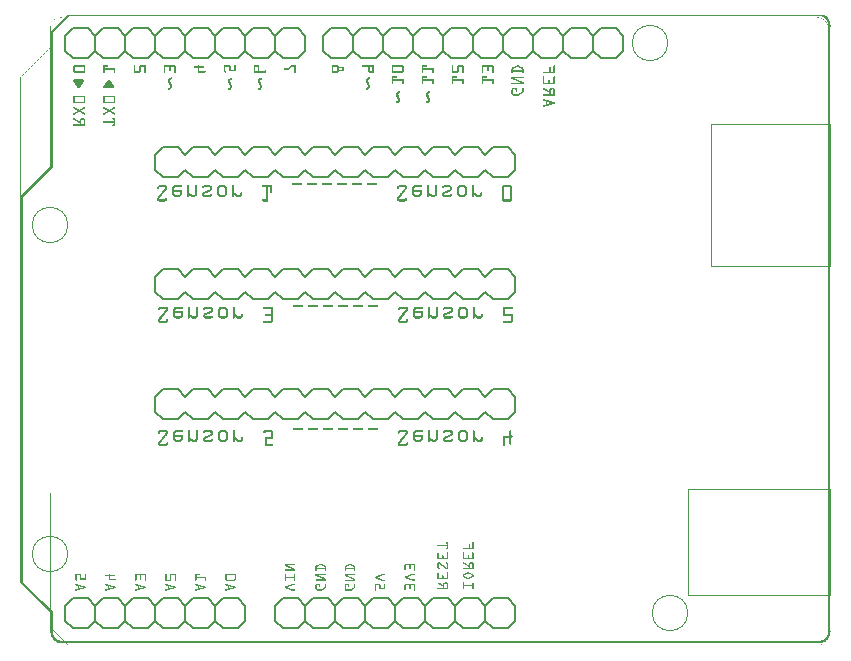
<source format=gbo>
G04 MADE WITH FRITZING*
G04 WWW.FRITZING.ORG*
G04 DOUBLE SIDED*
G04 HOLES PLATED*
G04 CONTOUR ON CENTER OF CONTOUR VECTOR*
%ASAXBY*%
%FSLAX23Y23*%
%MOIN*%
%OFA0B0*%
%SFA1.0B1.0*%
%ADD10C,0.121583X0.114639*%
%ADD11R,0.397180X0.475916X0.390236X0.468972*%
%ADD12C,0.003472*%
%ADD13R,0.475916X0.357805X0.468972X0.350861*%
%ADD14C,0.008000*%
%ADD15C,0.006000*%
%ADD16R,0.001000X0.001000*%
%LNSILK0*%
G90*
G70*
G54D10*
X105Y1411D03*
X105Y314D03*
X2107Y2018D03*
X2172Y120D03*
G54D12*
X2310Y1748D02*
X2704Y1748D01*
X2704Y1276D01*
X2310Y1276D01*
X2310Y1748D01*
D02*
X2231Y533D02*
X2704Y533D01*
X2704Y179D01*
X2231Y179D01*
X2231Y533D01*
D02*
G54D14*
X957Y1597D02*
X982Y1572D01*
D02*
X982Y1572D02*
X1032Y1572D01*
D02*
X1032Y1572D02*
X1057Y1597D01*
D02*
X1057Y1647D02*
X1032Y1672D01*
D02*
X1032Y1672D02*
X982Y1672D01*
D02*
X982Y1672D02*
X957Y1647D01*
D02*
X782Y1572D02*
X832Y1572D01*
D02*
X832Y1572D02*
X857Y1597D01*
D02*
X857Y1647D02*
X832Y1672D01*
D02*
X857Y1597D02*
X882Y1572D01*
D02*
X882Y1572D02*
X932Y1572D01*
D02*
X932Y1572D02*
X957Y1597D01*
D02*
X957Y1647D02*
X932Y1672D01*
D02*
X932Y1672D02*
X882Y1672D01*
D02*
X882Y1672D02*
X857Y1647D01*
D02*
X657Y1597D02*
X682Y1572D01*
D02*
X682Y1572D02*
X732Y1572D01*
D02*
X732Y1572D02*
X757Y1597D01*
D02*
X757Y1647D02*
X732Y1672D01*
D02*
X732Y1672D02*
X682Y1672D01*
D02*
X682Y1672D02*
X657Y1647D01*
D02*
X782Y1572D02*
X757Y1597D01*
D02*
X757Y1647D02*
X782Y1672D01*
D02*
X832Y1672D02*
X782Y1672D01*
D02*
X482Y1572D02*
X532Y1572D01*
D02*
X532Y1572D02*
X557Y1597D01*
D02*
X557Y1647D02*
X532Y1672D01*
D02*
X557Y1597D02*
X582Y1572D01*
D02*
X582Y1572D02*
X632Y1572D01*
D02*
X632Y1572D02*
X657Y1597D01*
D02*
X657Y1647D02*
X632Y1672D01*
D02*
X632Y1672D02*
X582Y1672D01*
D02*
X582Y1672D02*
X557Y1647D01*
D02*
X457Y1597D02*
X457Y1647D01*
D02*
X482Y1572D02*
X457Y1597D01*
D02*
X457Y1647D02*
X482Y1672D01*
D02*
X532Y1672D02*
X482Y1672D01*
D02*
X1557Y1597D02*
X1582Y1572D01*
D02*
X1582Y1572D02*
X1632Y1572D01*
D02*
X1632Y1572D02*
X1657Y1597D01*
D02*
X1657Y1647D02*
X1632Y1672D01*
D02*
X1632Y1672D02*
X1582Y1672D01*
D02*
X1582Y1672D02*
X1557Y1647D01*
D02*
X1382Y1572D02*
X1432Y1572D01*
D02*
X1432Y1572D02*
X1457Y1597D01*
D02*
X1457Y1647D02*
X1432Y1672D01*
D02*
X1457Y1597D02*
X1482Y1572D01*
D02*
X1482Y1572D02*
X1532Y1572D01*
D02*
X1532Y1572D02*
X1557Y1597D01*
D02*
X1557Y1647D02*
X1532Y1672D01*
D02*
X1532Y1672D02*
X1482Y1672D01*
D02*
X1482Y1672D02*
X1457Y1647D01*
D02*
X1257Y1597D02*
X1282Y1572D01*
D02*
X1282Y1572D02*
X1332Y1572D01*
D02*
X1332Y1572D02*
X1357Y1597D01*
D02*
X1357Y1647D02*
X1332Y1672D01*
D02*
X1332Y1672D02*
X1282Y1672D01*
D02*
X1282Y1672D02*
X1257Y1647D01*
D02*
X1382Y1572D02*
X1357Y1597D01*
D02*
X1357Y1647D02*
X1382Y1672D01*
D02*
X1432Y1672D02*
X1382Y1672D01*
D02*
X1082Y1572D02*
X1132Y1572D01*
D02*
X1132Y1572D02*
X1157Y1597D01*
D02*
X1157Y1647D02*
X1132Y1672D01*
D02*
X1157Y1597D02*
X1182Y1572D01*
D02*
X1182Y1572D02*
X1232Y1572D01*
D02*
X1232Y1572D02*
X1257Y1597D01*
D02*
X1257Y1647D02*
X1232Y1672D01*
D02*
X1232Y1672D02*
X1182Y1672D01*
D02*
X1182Y1672D02*
X1157Y1647D01*
D02*
X1082Y1572D02*
X1057Y1597D01*
D02*
X1057Y1647D02*
X1082Y1672D01*
D02*
X1132Y1672D02*
X1082Y1672D01*
D02*
X1657Y1597D02*
X1657Y1647D01*
D02*
X957Y1189D02*
X982Y1164D01*
D02*
X982Y1164D02*
X1032Y1164D01*
D02*
X1032Y1164D02*
X1057Y1189D01*
D02*
X1057Y1239D02*
X1032Y1264D01*
D02*
X1032Y1264D02*
X982Y1264D01*
D02*
X982Y1264D02*
X957Y1239D01*
D02*
X782Y1164D02*
X832Y1164D01*
D02*
X832Y1164D02*
X857Y1189D01*
D02*
X857Y1239D02*
X832Y1264D01*
D02*
X857Y1189D02*
X882Y1164D01*
D02*
X882Y1164D02*
X932Y1164D01*
D02*
X932Y1164D02*
X957Y1189D01*
D02*
X957Y1239D02*
X932Y1264D01*
D02*
X932Y1264D02*
X882Y1264D01*
D02*
X882Y1264D02*
X857Y1239D01*
D02*
X657Y1189D02*
X682Y1164D01*
D02*
X682Y1164D02*
X732Y1164D01*
D02*
X732Y1164D02*
X757Y1189D01*
D02*
X757Y1239D02*
X732Y1264D01*
D02*
X732Y1264D02*
X682Y1264D01*
D02*
X682Y1264D02*
X657Y1239D01*
D02*
X782Y1164D02*
X757Y1189D01*
D02*
X757Y1239D02*
X782Y1264D01*
D02*
X832Y1264D02*
X782Y1264D01*
D02*
X482Y1164D02*
X532Y1164D01*
D02*
X532Y1164D02*
X557Y1189D01*
D02*
X557Y1239D02*
X532Y1264D01*
D02*
X557Y1189D02*
X582Y1164D01*
D02*
X582Y1164D02*
X632Y1164D01*
D02*
X632Y1164D02*
X657Y1189D01*
D02*
X657Y1239D02*
X632Y1264D01*
D02*
X632Y1264D02*
X582Y1264D01*
D02*
X582Y1264D02*
X557Y1239D01*
D02*
X457Y1189D02*
X457Y1239D01*
D02*
X482Y1164D02*
X457Y1189D01*
D02*
X457Y1239D02*
X482Y1264D01*
D02*
X532Y1264D02*
X482Y1264D01*
D02*
X1557Y1189D02*
X1582Y1164D01*
D02*
X1582Y1164D02*
X1632Y1164D01*
D02*
X1632Y1164D02*
X1657Y1189D01*
D02*
X1657Y1239D02*
X1632Y1264D01*
D02*
X1632Y1264D02*
X1582Y1264D01*
D02*
X1582Y1264D02*
X1557Y1239D01*
D02*
X1382Y1164D02*
X1432Y1164D01*
D02*
X1432Y1164D02*
X1457Y1189D01*
D02*
X1457Y1239D02*
X1432Y1264D01*
D02*
X1457Y1189D02*
X1482Y1164D01*
D02*
X1482Y1164D02*
X1532Y1164D01*
D02*
X1532Y1164D02*
X1557Y1189D01*
D02*
X1557Y1239D02*
X1532Y1264D01*
D02*
X1532Y1264D02*
X1482Y1264D01*
D02*
X1482Y1264D02*
X1457Y1239D01*
D02*
X1257Y1189D02*
X1282Y1164D01*
D02*
X1282Y1164D02*
X1332Y1164D01*
D02*
X1332Y1164D02*
X1357Y1189D01*
D02*
X1357Y1239D02*
X1332Y1264D01*
D02*
X1332Y1264D02*
X1282Y1264D01*
D02*
X1282Y1264D02*
X1257Y1239D01*
D02*
X1382Y1164D02*
X1357Y1189D01*
D02*
X1357Y1239D02*
X1382Y1264D01*
D02*
X1432Y1264D02*
X1382Y1264D01*
D02*
X1082Y1164D02*
X1132Y1164D01*
D02*
X1132Y1164D02*
X1157Y1189D01*
D02*
X1157Y1239D02*
X1132Y1264D01*
D02*
X1157Y1189D02*
X1182Y1164D01*
D02*
X1182Y1164D02*
X1232Y1164D01*
D02*
X1232Y1164D02*
X1257Y1189D01*
D02*
X1257Y1239D02*
X1232Y1264D01*
D02*
X1232Y1264D02*
X1182Y1264D01*
D02*
X1182Y1264D02*
X1157Y1239D01*
D02*
X1082Y1164D02*
X1057Y1189D01*
D02*
X1057Y1239D02*
X1082Y1264D01*
D02*
X1132Y1264D02*
X1082Y1264D01*
D02*
X1657Y1189D02*
X1657Y1239D01*
D02*
X957Y789D02*
X982Y764D01*
D02*
X982Y764D02*
X1032Y764D01*
D02*
X1032Y764D02*
X1057Y789D01*
D02*
X1057Y839D02*
X1032Y864D01*
D02*
X1032Y864D02*
X982Y864D01*
D02*
X982Y864D02*
X957Y839D01*
D02*
X782Y764D02*
X832Y764D01*
D02*
X832Y764D02*
X857Y789D01*
D02*
X857Y839D02*
X832Y864D01*
D02*
X857Y789D02*
X882Y764D01*
D02*
X882Y764D02*
X932Y764D01*
D02*
X932Y764D02*
X957Y789D01*
D02*
X957Y839D02*
X932Y864D01*
D02*
X932Y864D02*
X882Y864D01*
D02*
X882Y864D02*
X857Y839D01*
D02*
X657Y789D02*
X682Y764D01*
D02*
X682Y764D02*
X732Y764D01*
D02*
X732Y764D02*
X757Y789D01*
D02*
X757Y839D02*
X732Y864D01*
D02*
X732Y864D02*
X682Y864D01*
D02*
X682Y864D02*
X657Y839D01*
D02*
X782Y764D02*
X757Y789D01*
D02*
X757Y839D02*
X782Y864D01*
D02*
X832Y864D02*
X782Y864D01*
D02*
X482Y764D02*
X532Y764D01*
D02*
X532Y764D02*
X557Y789D01*
D02*
X557Y839D02*
X532Y864D01*
D02*
X557Y789D02*
X582Y764D01*
D02*
X582Y764D02*
X632Y764D01*
D02*
X632Y764D02*
X657Y789D01*
D02*
X657Y839D02*
X632Y864D01*
D02*
X632Y864D02*
X582Y864D01*
D02*
X582Y864D02*
X557Y839D01*
D02*
X457Y789D02*
X457Y839D01*
D02*
X482Y764D02*
X457Y789D01*
D02*
X457Y839D02*
X482Y864D01*
D02*
X532Y864D02*
X482Y864D01*
D02*
X1557Y789D02*
X1582Y764D01*
D02*
X1582Y764D02*
X1632Y764D01*
D02*
X1632Y764D02*
X1657Y789D01*
D02*
X1657Y839D02*
X1632Y864D01*
D02*
X1632Y864D02*
X1582Y864D01*
D02*
X1582Y864D02*
X1557Y839D01*
D02*
X1382Y764D02*
X1432Y764D01*
D02*
X1432Y764D02*
X1457Y789D01*
D02*
X1457Y839D02*
X1432Y864D01*
D02*
X1457Y789D02*
X1482Y764D01*
D02*
X1482Y764D02*
X1532Y764D01*
D02*
X1532Y764D02*
X1557Y789D01*
D02*
X1557Y839D02*
X1532Y864D01*
D02*
X1532Y864D02*
X1482Y864D01*
D02*
X1482Y864D02*
X1457Y839D01*
D02*
X1257Y789D02*
X1282Y764D01*
D02*
X1282Y764D02*
X1332Y764D01*
D02*
X1332Y764D02*
X1357Y789D01*
D02*
X1357Y839D02*
X1332Y864D01*
D02*
X1332Y864D02*
X1282Y864D01*
D02*
X1282Y864D02*
X1257Y839D01*
D02*
X1382Y764D02*
X1357Y789D01*
D02*
X1357Y839D02*
X1382Y864D01*
D02*
X1432Y864D02*
X1382Y864D01*
D02*
X1082Y764D02*
X1132Y764D01*
D02*
X1132Y764D02*
X1157Y789D01*
D02*
X1157Y839D02*
X1132Y864D01*
D02*
X1157Y789D02*
X1182Y764D01*
D02*
X1182Y764D02*
X1232Y764D01*
D02*
X1232Y764D02*
X1257Y789D01*
D02*
X1257Y839D02*
X1232Y864D01*
D02*
X1232Y864D02*
X1182Y864D01*
D02*
X1182Y864D02*
X1157Y839D01*
D02*
X1082Y764D02*
X1057Y789D01*
D02*
X1057Y839D02*
X1082Y864D01*
D02*
X1132Y864D02*
X1082Y864D01*
D02*
X1657Y789D02*
X1657Y839D01*
G54D15*
D02*
X432Y168D02*
X382Y168D01*
D02*
X382Y168D02*
X357Y143D01*
D02*
X357Y143D02*
X357Y93D01*
D02*
X357Y93D02*
X382Y68D01*
D02*
X357Y143D02*
X332Y168D01*
D02*
X332Y168D02*
X282Y168D01*
D02*
X282Y168D02*
X257Y143D01*
D02*
X257Y143D02*
X257Y93D01*
D02*
X257Y93D02*
X282Y68D01*
D02*
X282Y68D02*
X332Y68D01*
D02*
X332Y68D02*
X357Y93D01*
D02*
X557Y143D02*
X532Y168D01*
D02*
X532Y168D02*
X482Y168D01*
D02*
X482Y168D02*
X457Y143D01*
D02*
X457Y143D02*
X457Y93D01*
D02*
X457Y93D02*
X482Y68D01*
D02*
X482Y68D02*
X532Y68D01*
D02*
X532Y68D02*
X557Y93D01*
D02*
X432Y168D02*
X457Y143D01*
D02*
X457Y93D02*
X432Y68D01*
D02*
X382Y68D02*
X432Y68D01*
D02*
X732Y168D02*
X682Y168D01*
D02*
X682Y168D02*
X657Y143D01*
D02*
X657Y143D02*
X657Y93D01*
D02*
X657Y93D02*
X682Y68D01*
D02*
X657Y143D02*
X632Y168D01*
D02*
X632Y168D02*
X582Y168D01*
D02*
X582Y168D02*
X557Y143D01*
D02*
X557Y143D02*
X557Y93D01*
D02*
X557Y93D02*
X582Y68D01*
D02*
X582Y68D02*
X632Y68D01*
D02*
X632Y68D02*
X657Y93D01*
D02*
X757Y143D02*
X757Y93D01*
D02*
X732Y168D02*
X757Y143D01*
D02*
X757Y93D02*
X732Y68D01*
D02*
X682Y68D02*
X732Y68D01*
D02*
X232Y168D02*
X182Y168D01*
D02*
X182Y168D02*
X157Y143D01*
D02*
X157Y143D02*
X157Y93D01*
D02*
X157Y93D02*
X182Y68D01*
D02*
X232Y168D02*
X257Y143D01*
D02*
X257Y93D02*
X232Y68D01*
D02*
X182Y68D02*
X232Y68D01*
D02*
X1842Y1968D02*
X1892Y1968D01*
D02*
X1642Y1968D02*
X1692Y1968D01*
D02*
X1742Y1968D02*
X1792Y1968D01*
D02*
X1542Y1968D02*
X1592Y1968D01*
D02*
X1342Y1968D02*
X1392Y1968D01*
D02*
X1442Y1968D02*
X1492Y1968D01*
D02*
X1242Y1968D02*
X1292Y1968D01*
D02*
X1042Y1968D02*
X1092Y1968D01*
D02*
X1142Y1968D02*
X1192Y1968D01*
D02*
X1942Y1968D02*
X1992Y1968D01*
D02*
X1817Y1993D02*
X1842Y1968D01*
D02*
X1892Y1968D02*
X1917Y1993D01*
D02*
X1917Y1993D02*
X1917Y2043D01*
D02*
X1917Y2043D02*
X1892Y2068D01*
D02*
X1892Y2068D02*
X1842Y2068D01*
D02*
X1842Y2068D02*
X1817Y2043D01*
D02*
X1692Y1968D02*
X1717Y1993D01*
D02*
X1717Y1993D02*
X1717Y2043D01*
D02*
X1717Y2043D02*
X1692Y2068D01*
D02*
X1717Y1993D02*
X1742Y1968D01*
D02*
X1792Y1968D02*
X1817Y1993D01*
D02*
X1817Y1993D02*
X1817Y2043D01*
D02*
X1817Y2043D02*
X1792Y2068D01*
D02*
X1792Y2068D02*
X1742Y2068D01*
D02*
X1742Y2068D02*
X1717Y2043D01*
D02*
X1517Y1993D02*
X1542Y1968D01*
D02*
X1592Y1968D02*
X1617Y1993D01*
D02*
X1617Y1993D02*
X1617Y2043D01*
D02*
X1617Y2043D02*
X1592Y2068D01*
D02*
X1592Y2068D02*
X1542Y2068D01*
D02*
X1542Y2068D02*
X1517Y2043D01*
D02*
X1642Y1968D02*
X1617Y1993D01*
D02*
X1617Y2043D02*
X1642Y2068D01*
D02*
X1692Y2068D02*
X1642Y2068D01*
D02*
X1392Y1968D02*
X1417Y1993D01*
D02*
X1417Y1993D02*
X1417Y2043D01*
D02*
X1417Y2043D02*
X1392Y2068D01*
D02*
X1417Y1993D02*
X1442Y1968D01*
D02*
X1492Y1968D02*
X1517Y1993D01*
D02*
X1517Y1993D02*
X1517Y2043D01*
D02*
X1517Y2043D02*
X1492Y2068D01*
D02*
X1492Y2068D02*
X1442Y2068D01*
D02*
X1442Y2068D02*
X1417Y2043D01*
D02*
X1217Y1993D02*
X1242Y1968D01*
D02*
X1292Y1968D02*
X1317Y1993D01*
D02*
X1317Y1993D02*
X1317Y2043D01*
D02*
X1317Y2043D02*
X1292Y2068D01*
D02*
X1292Y2068D02*
X1242Y2068D01*
D02*
X1242Y2068D02*
X1217Y2043D01*
D02*
X1342Y1968D02*
X1317Y1993D01*
D02*
X1317Y2043D02*
X1342Y2068D01*
D02*
X1392Y2068D02*
X1342Y2068D01*
D02*
X1092Y1968D02*
X1117Y1993D01*
D02*
X1117Y1993D02*
X1117Y2043D01*
D02*
X1117Y2043D02*
X1092Y2068D01*
D02*
X1117Y1993D02*
X1142Y1968D01*
D02*
X1192Y1968D02*
X1217Y1993D01*
D02*
X1217Y1993D02*
X1217Y2043D01*
D02*
X1217Y2043D02*
X1192Y2068D01*
D02*
X1192Y2068D02*
X1142Y2068D01*
D02*
X1142Y2068D02*
X1117Y2043D01*
D02*
X1017Y1993D02*
X1017Y2043D01*
D02*
X1042Y1968D02*
X1017Y1993D01*
D02*
X1017Y2043D02*
X1042Y2068D01*
D02*
X1092Y2068D02*
X1042Y2068D01*
D02*
X1992Y1968D02*
X2017Y1993D01*
D02*
X2017Y1993D02*
X2017Y2043D01*
D02*
X2017Y2043D02*
X1992Y2068D01*
D02*
X1942Y1968D02*
X1917Y1993D01*
D02*
X1917Y2043D02*
X1942Y2068D01*
D02*
X1992Y2068D02*
X1942Y2068D01*
D02*
X782Y1968D02*
X832Y1968D01*
D02*
X832Y1968D02*
X857Y1993D01*
D02*
X857Y1993D02*
X857Y2043D01*
D02*
X857Y2043D02*
X832Y2068D01*
D02*
X657Y1993D02*
X682Y1968D01*
D02*
X682Y1968D02*
X732Y1968D01*
D02*
X732Y1968D02*
X757Y1993D01*
D02*
X757Y1993D02*
X757Y2043D01*
D02*
X757Y2043D02*
X732Y2068D01*
D02*
X732Y2068D02*
X682Y2068D01*
D02*
X682Y2068D02*
X657Y2043D01*
D02*
X782Y1968D02*
X757Y1993D01*
D02*
X757Y2043D02*
X782Y2068D01*
D02*
X832Y2068D02*
X782Y2068D01*
D02*
X482Y1968D02*
X532Y1968D01*
D02*
X532Y1968D02*
X557Y1993D01*
D02*
X557Y1993D02*
X557Y2043D01*
D02*
X557Y2043D02*
X532Y2068D01*
D02*
X557Y1993D02*
X582Y1968D01*
D02*
X582Y1968D02*
X632Y1968D01*
D02*
X632Y1968D02*
X657Y1993D01*
D02*
X657Y1993D02*
X657Y2043D01*
D02*
X657Y2043D02*
X632Y2068D01*
D02*
X632Y2068D02*
X582Y2068D01*
D02*
X582Y2068D02*
X557Y2043D01*
D02*
X357Y1993D02*
X382Y1968D01*
D02*
X382Y1968D02*
X432Y1968D01*
D02*
X432Y1968D02*
X457Y1993D01*
D02*
X457Y1993D02*
X457Y2043D01*
D02*
X457Y2043D02*
X432Y2068D01*
D02*
X432Y2068D02*
X382Y2068D01*
D02*
X382Y2068D02*
X357Y2043D01*
D02*
X482Y1968D02*
X457Y1993D01*
D02*
X457Y2043D02*
X482Y2068D01*
D02*
X532Y2068D02*
X482Y2068D01*
D02*
X182Y1968D02*
X232Y1968D01*
D02*
X232Y1968D02*
X257Y1993D01*
D02*
X257Y1993D02*
X257Y2043D01*
D02*
X257Y2043D02*
X232Y2068D01*
D02*
X257Y1993D02*
X282Y1968D01*
D02*
X282Y1968D02*
X332Y1968D01*
D02*
X332Y1968D02*
X357Y1993D01*
D02*
X357Y1993D02*
X357Y2043D01*
D02*
X357Y2043D02*
X332Y2068D01*
D02*
X332Y2068D02*
X282Y2068D01*
D02*
X282Y2068D02*
X257Y2043D01*
D02*
X157Y1993D02*
X157Y2043D01*
D02*
X182Y1968D02*
X157Y1993D01*
D02*
X157Y2043D02*
X182Y2068D01*
D02*
X232Y2068D02*
X182Y2068D01*
D02*
X882Y1968D02*
X932Y1968D01*
D02*
X932Y1968D02*
X957Y1993D01*
D02*
X957Y1993D02*
X957Y2043D01*
D02*
X957Y2043D02*
X932Y2068D01*
D02*
X882Y1968D02*
X857Y1993D01*
D02*
X857Y2043D02*
X882Y2068D01*
D02*
X932Y2068D02*
X882Y2068D01*
D02*
X1032Y168D02*
X982Y168D01*
D02*
X982Y168D02*
X957Y143D01*
D02*
X957Y143D02*
X957Y93D01*
D02*
X957Y93D02*
X982Y68D01*
D02*
X1157Y143D02*
X1132Y168D01*
D02*
X1132Y168D02*
X1082Y168D01*
D02*
X1082Y168D02*
X1057Y143D01*
D02*
X1057Y143D02*
X1057Y93D01*
D02*
X1057Y93D02*
X1082Y68D01*
D02*
X1082Y68D02*
X1132Y68D01*
D02*
X1132Y68D02*
X1157Y93D01*
D02*
X1032Y168D02*
X1057Y143D01*
D02*
X1057Y93D02*
X1032Y68D01*
D02*
X982Y68D02*
X1032Y68D01*
D02*
X1332Y168D02*
X1282Y168D01*
D02*
X1282Y168D02*
X1257Y143D01*
D02*
X1257Y143D02*
X1257Y93D01*
D02*
X1257Y93D02*
X1282Y68D01*
D02*
X1257Y143D02*
X1232Y168D01*
D02*
X1232Y168D02*
X1182Y168D01*
D02*
X1182Y168D02*
X1157Y143D01*
D02*
X1157Y143D02*
X1157Y93D01*
D02*
X1157Y93D02*
X1182Y68D01*
D02*
X1182Y68D02*
X1232Y68D01*
D02*
X1232Y68D02*
X1257Y93D01*
D02*
X1457Y143D02*
X1432Y168D01*
D02*
X1432Y168D02*
X1382Y168D01*
D02*
X1382Y168D02*
X1357Y143D01*
D02*
X1357Y143D02*
X1357Y93D01*
D02*
X1357Y93D02*
X1382Y68D01*
D02*
X1382Y68D02*
X1432Y68D01*
D02*
X1432Y68D02*
X1457Y93D01*
D02*
X1332Y168D02*
X1357Y143D01*
D02*
X1357Y93D02*
X1332Y68D01*
D02*
X1282Y68D02*
X1332Y68D01*
D02*
X1632Y168D02*
X1582Y168D01*
D02*
X1582Y168D02*
X1557Y143D01*
D02*
X1557Y143D02*
X1557Y93D01*
D02*
X1557Y93D02*
X1582Y68D01*
D02*
X1557Y143D02*
X1532Y168D01*
D02*
X1532Y168D02*
X1482Y168D01*
D02*
X1482Y168D02*
X1457Y143D01*
D02*
X1457Y143D02*
X1457Y93D01*
D02*
X1457Y93D02*
X1482Y68D01*
D02*
X1482Y68D02*
X1532Y68D01*
D02*
X1532Y68D02*
X1557Y93D01*
D02*
X1657Y143D02*
X1657Y93D01*
D02*
X1632Y168D02*
X1657Y143D01*
D02*
X1657Y93D02*
X1632Y68D01*
D02*
X1582Y68D02*
X1632Y68D01*
D02*
X932Y168D02*
X882Y168D01*
D02*
X882Y168D02*
X857Y143D01*
D02*
X857Y143D02*
X857Y93D01*
D02*
X857Y93D02*
X882Y68D01*
D02*
X932Y168D02*
X957Y143D01*
D02*
X957Y93D02*
X932Y68D01*
D02*
X882Y68D02*
X932Y68D01*
G54D16*
X163Y2111D02*
X2689Y2111D01*
X162Y2110D02*
X2691Y2110D01*
X161Y2109D02*
X171Y2109D01*
X2676Y2109D02*
X2692Y2109D01*
X160Y2108D02*
X170Y2108D01*
X2679Y2108D02*
X2693Y2108D01*
X159Y2107D02*
X169Y2107D01*
X2681Y2107D02*
X2694Y2107D01*
X158Y2106D02*
X168Y2106D01*
X2683Y2106D02*
X2695Y2106D01*
X157Y2105D02*
X167Y2105D01*
X2685Y2105D02*
X2696Y2105D01*
X140Y2104D02*
X144Y2104D01*
X146Y2104D02*
X146Y2104D01*
X156Y2104D02*
X166Y2104D01*
X2662Y2104D02*
X2667Y2104D01*
X2687Y2104D02*
X2697Y2104D01*
X134Y2103D02*
X139Y2103D01*
X145Y2103D02*
X2661Y2103D01*
X2668Y2103D02*
X2672Y2103D01*
X2688Y2103D02*
X2698Y2103D01*
X130Y2102D02*
X133Y2102D01*
X154Y2102D02*
X164Y2102D01*
X2673Y2102D02*
X2676Y2102D01*
X2689Y2102D02*
X2699Y2102D01*
X128Y2101D02*
X130Y2101D01*
X153Y2101D02*
X163Y2101D01*
X2676Y2101D02*
X2678Y2101D01*
X2690Y2101D02*
X2699Y2101D01*
X126Y2100D02*
X127Y2100D01*
X152Y2100D02*
X162Y2100D01*
X2679Y2100D02*
X2680Y2100D01*
X2691Y2100D02*
X2700Y2100D01*
X124Y2099D02*
X125Y2099D01*
X151Y2099D02*
X161Y2099D01*
X2681Y2099D02*
X2682Y2099D01*
X2692Y2099D02*
X2701Y2099D01*
X123Y2098D02*
X123Y2098D01*
X150Y2098D02*
X160Y2098D01*
X2683Y2098D02*
X2683Y2098D01*
X2693Y2098D02*
X2701Y2098D01*
X121Y2097D02*
X122Y2097D01*
X149Y2097D02*
X159Y2097D01*
X2684Y2097D02*
X2685Y2097D01*
X2694Y2097D02*
X2702Y2097D01*
X120Y2096D02*
X120Y2096D01*
X148Y2096D02*
X158Y2096D01*
X2686Y2096D02*
X2686Y2096D01*
X2694Y2096D02*
X2702Y2096D01*
X119Y2095D02*
X119Y2095D01*
X147Y2095D02*
X157Y2095D01*
X2687Y2095D02*
X2687Y2095D01*
X2695Y2095D02*
X2703Y2095D01*
X118Y2094D02*
X118Y2094D01*
X146Y2094D02*
X156Y2094D01*
X2688Y2094D02*
X2688Y2094D01*
X2695Y2094D02*
X2703Y2094D01*
X117Y2093D02*
X117Y2093D01*
X145Y2093D02*
X155Y2093D01*
X2689Y2093D02*
X2689Y2093D01*
X2696Y2093D02*
X2704Y2093D01*
X116Y2092D02*
X116Y2092D01*
X144Y2092D02*
X154Y2092D01*
X2690Y2092D02*
X2690Y2092D01*
X2697Y2092D02*
X2704Y2092D01*
X115Y2091D02*
X115Y2091D01*
X143Y2091D02*
X153Y2091D01*
X2691Y2091D02*
X2691Y2091D01*
X2697Y2091D02*
X2704Y2091D01*
X114Y2090D02*
X114Y2090D01*
X142Y2090D02*
X152Y2090D01*
X2692Y2090D02*
X2692Y2090D01*
X2697Y2090D02*
X2705Y2090D01*
X113Y2089D02*
X114Y2089D01*
X141Y2089D02*
X151Y2089D01*
X2693Y2089D02*
X2693Y2089D01*
X2698Y2089D02*
X2705Y2089D01*
X113Y2088D02*
X113Y2088D01*
X140Y2088D02*
X150Y2088D01*
X2693Y2088D02*
X2693Y2088D01*
X2698Y2088D02*
X2705Y2088D01*
X112Y2087D02*
X112Y2087D01*
X139Y2087D02*
X149Y2087D01*
X2694Y2087D02*
X2694Y2087D01*
X2698Y2087D02*
X2706Y2087D01*
X111Y2086D02*
X112Y2086D01*
X138Y2086D02*
X148Y2086D01*
X2694Y2086D02*
X2695Y2086D01*
X2699Y2086D02*
X2706Y2086D01*
X111Y2085D02*
X111Y2085D01*
X137Y2085D02*
X147Y2085D01*
X2695Y2085D02*
X2695Y2085D01*
X2699Y2085D02*
X2706Y2085D01*
X110Y2084D02*
X110Y2084D01*
X136Y2084D02*
X146Y2084D01*
X2696Y2084D02*
X2696Y2084D01*
X2699Y2084D02*
X2706Y2084D01*
X110Y2083D02*
X110Y2083D01*
X135Y2083D02*
X145Y2083D01*
X2696Y2083D02*
X2696Y2083D01*
X2699Y2083D02*
X2706Y2083D01*
X109Y2082D02*
X110Y2082D01*
X134Y2082D02*
X144Y2082D01*
X2697Y2082D02*
X2697Y2082D01*
X2699Y2082D02*
X2706Y2082D01*
X109Y2081D02*
X109Y2081D01*
X133Y2081D02*
X143Y2081D01*
X2697Y2081D02*
X2697Y2081D01*
X2700Y2081D02*
X2706Y2081D01*
X109Y2080D02*
X109Y2080D01*
X132Y2080D02*
X142Y2080D01*
X2697Y2080D02*
X2697Y2080D01*
X2700Y2080D02*
X2706Y2080D01*
X108Y2079D02*
X108Y2079D01*
X131Y2079D02*
X141Y2079D01*
X2698Y2079D02*
X2698Y2079D01*
X2700Y2079D02*
X2707Y2079D01*
X108Y2078D02*
X108Y2078D01*
X130Y2078D02*
X140Y2078D01*
X2698Y2078D02*
X2698Y2078D01*
X2700Y2078D02*
X2707Y2078D01*
X108Y2077D02*
X108Y2077D01*
X129Y2077D02*
X139Y2077D01*
X2698Y2077D02*
X2698Y2077D01*
X2700Y2077D02*
X2707Y2077D01*
X108Y2076D02*
X108Y2076D01*
X128Y2076D02*
X138Y2076D01*
X2698Y2076D02*
X2706Y2076D01*
X107Y2075D02*
X107Y2075D01*
X127Y2075D02*
X137Y2075D01*
X2699Y2075D02*
X2706Y2075D01*
X107Y2074D02*
X107Y2074D01*
X126Y2074D02*
X136Y2074D01*
X2699Y2074D02*
X2707Y2074D01*
X107Y2073D02*
X107Y2073D01*
X125Y2073D02*
X135Y2073D01*
X2699Y2073D02*
X2706Y2073D01*
X107Y2072D02*
X107Y2072D01*
X124Y2072D02*
X134Y2072D01*
X2699Y2072D02*
X2706Y2072D01*
X107Y2071D02*
X107Y2071D01*
X123Y2071D02*
X133Y2071D01*
X2699Y2071D02*
X2706Y2071D01*
X107Y2070D02*
X107Y2070D01*
X122Y2070D02*
X132Y2070D01*
X2699Y2070D02*
X2706Y2070D01*
X107Y2069D02*
X107Y2069D01*
X121Y2069D02*
X131Y2069D01*
X2699Y2069D02*
X2706Y2069D01*
X107Y2068D02*
X107Y2068D01*
X120Y2068D02*
X130Y2068D01*
X2699Y2068D02*
X2706Y2068D01*
X107Y2067D02*
X107Y2067D01*
X119Y2067D02*
X129Y2067D01*
X2699Y2067D02*
X2706Y2067D01*
X107Y2066D02*
X107Y2066D01*
X118Y2066D02*
X128Y2066D01*
X2699Y2066D02*
X2706Y2066D01*
X107Y2065D02*
X107Y2065D01*
X117Y2065D02*
X127Y2065D01*
X2699Y2065D02*
X2706Y2065D01*
X107Y2064D02*
X107Y2064D01*
X116Y2064D02*
X126Y2064D01*
X2699Y2064D02*
X2706Y2064D01*
X107Y2063D02*
X107Y2063D01*
X115Y2063D02*
X125Y2063D01*
X2699Y2063D02*
X2706Y2063D01*
X107Y2062D02*
X107Y2062D01*
X114Y2062D02*
X124Y2062D01*
X2699Y2062D02*
X2706Y2062D01*
X107Y2061D02*
X107Y2061D01*
X113Y2061D02*
X123Y2061D01*
X2699Y2061D02*
X2706Y2061D01*
X107Y2060D02*
X107Y2060D01*
X112Y2060D02*
X122Y2060D01*
X2699Y2060D02*
X2706Y2060D01*
X107Y2059D02*
X107Y2059D01*
X111Y2059D02*
X121Y2059D01*
X2699Y2059D02*
X2706Y2059D01*
X107Y2058D02*
X107Y2058D01*
X110Y2058D02*
X120Y2058D01*
X2699Y2058D02*
X2706Y2058D01*
X107Y2057D02*
X107Y2057D01*
X109Y2057D02*
X119Y2057D01*
X2699Y2057D02*
X2706Y2057D01*
X107Y2056D02*
X118Y2056D01*
X2699Y2056D02*
X2706Y2056D01*
X107Y2055D02*
X117Y2055D01*
X2699Y2055D02*
X2706Y2055D01*
X107Y2054D02*
X116Y2054D01*
X2699Y2054D02*
X2706Y2054D01*
X107Y2053D02*
X115Y2053D01*
X2699Y2053D02*
X2706Y2053D01*
X107Y2052D02*
X114Y2052D01*
X2699Y2052D02*
X2706Y2052D01*
X107Y2051D02*
X114Y2051D01*
X2699Y2051D02*
X2706Y2051D01*
X107Y2050D02*
X114Y2050D01*
X2699Y2050D02*
X2706Y2050D01*
X107Y2049D02*
X114Y2049D01*
X2699Y2049D02*
X2706Y2049D01*
X107Y2048D02*
X114Y2048D01*
X2699Y2048D02*
X2706Y2048D01*
X107Y2047D02*
X114Y2047D01*
X2699Y2047D02*
X2706Y2047D01*
X107Y2046D02*
X114Y2046D01*
X2699Y2046D02*
X2706Y2046D01*
X107Y2045D02*
X114Y2045D01*
X2699Y2045D02*
X2706Y2045D01*
X107Y2044D02*
X114Y2044D01*
X2699Y2044D02*
X2706Y2044D01*
X107Y2043D02*
X114Y2043D01*
X2699Y2043D02*
X2706Y2043D01*
X107Y2042D02*
X114Y2042D01*
X2699Y2042D02*
X2706Y2042D01*
X107Y2041D02*
X114Y2041D01*
X2699Y2041D02*
X2706Y2041D01*
X107Y2040D02*
X114Y2040D01*
X2699Y2040D02*
X2706Y2040D01*
X107Y2039D02*
X114Y2039D01*
X2699Y2039D02*
X2706Y2039D01*
X107Y2038D02*
X114Y2038D01*
X2699Y2038D02*
X2706Y2038D01*
X107Y2037D02*
X114Y2037D01*
X2699Y2037D02*
X2706Y2037D01*
X107Y2036D02*
X114Y2036D01*
X2699Y2036D02*
X2706Y2036D01*
X107Y2035D02*
X114Y2035D01*
X2699Y2035D02*
X2706Y2035D01*
X107Y2034D02*
X114Y2034D01*
X2699Y2034D02*
X2706Y2034D01*
X107Y2033D02*
X114Y2033D01*
X2699Y2033D02*
X2706Y2033D01*
X107Y2032D02*
X114Y2032D01*
X2699Y2032D02*
X2706Y2032D01*
X107Y2031D02*
X114Y2031D01*
X2699Y2031D02*
X2706Y2031D01*
X107Y2030D02*
X114Y2030D01*
X2699Y2030D02*
X2706Y2030D01*
X107Y2029D02*
X114Y2029D01*
X2699Y2029D02*
X2706Y2029D01*
X107Y2028D02*
X114Y2028D01*
X2699Y2028D02*
X2706Y2028D01*
X107Y2027D02*
X114Y2027D01*
X2699Y2027D02*
X2706Y2027D01*
X107Y2026D02*
X114Y2026D01*
X2699Y2026D02*
X2706Y2026D01*
X107Y2025D02*
X114Y2025D01*
X2699Y2025D02*
X2706Y2025D01*
X107Y2024D02*
X114Y2024D01*
X2699Y2024D02*
X2706Y2024D01*
X107Y2023D02*
X114Y2023D01*
X2699Y2023D02*
X2706Y2023D01*
X107Y2022D02*
X114Y2022D01*
X2699Y2022D02*
X2706Y2022D01*
X107Y2021D02*
X114Y2021D01*
X2699Y2021D02*
X2706Y2021D01*
X107Y2020D02*
X114Y2020D01*
X2699Y2020D02*
X2706Y2020D01*
X107Y2019D02*
X114Y2019D01*
X2699Y2019D02*
X2706Y2019D01*
X107Y2018D02*
X114Y2018D01*
X2699Y2018D02*
X2706Y2018D01*
X107Y2017D02*
X114Y2017D01*
X2699Y2017D02*
X2706Y2017D01*
X107Y2016D02*
X114Y2016D01*
X2699Y2016D02*
X2706Y2016D01*
X107Y2015D02*
X114Y2015D01*
X2699Y2015D02*
X2706Y2015D01*
X107Y2014D02*
X114Y2014D01*
X2699Y2014D02*
X2706Y2014D01*
X107Y2013D02*
X114Y2013D01*
X2699Y2013D02*
X2706Y2013D01*
X107Y2012D02*
X114Y2012D01*
X2699Y2012D02*
X2706Y2012D01*
X107Y2011D02*
X114Y2011D01*
X2699Y2011D02*
X2706Y2011D01*
X107Y2010D02*
X114Y2010D01*
X2699Y2010D02*
X2706Y2010D01*
X107Y2009D02*
X114Y2009D01*
X2699Y2009D02*
X2706Y2009D01*
X107Y2008D02*
X114Y2008D01*
X2699Y2008D02*
X2706Y2008D01*
X107Y2007D02*
X114Y2007D01*
X2699Y2007D02*
X2706Y2007D01*
X107Y2006D02*
X114Y2006D01*
X2699Y2006D02*
X2706Y2006D01*
X107Y2005D02*
X114Y2005D01*
X2699Y2005D02*
X2706Y2005D01*
X107Y2004D02*
X114Y2004D01*
X2699Y2004D02*
X2706Y2004D01*
X106Y2003D02*
X114Y2003D01*
X2699Y2003D02*
X2706Y2003D01*
X105Y2002D02*
X105Y2002D01*
X107Y2002D02*
X114Y2002D01*
X2699Y2002D02*
X2706Y2002D01*
X104Y2001D02*
X104Y2001D01*
X107Y2001D02*
X114Y2001D01*
X2699Y2001D02*
X2706Y2001D01*
X103Y2000D02*
X103Y2000D01*
X107Y2000D02*
X114Y2000D01*
X2699Y2000D02*
X2706Y2000D01*
X102Y1999D02*
X102Y1999D01*
X107Y1999D02*
X114Y1999D01*
X2699Y1999D02*
X2706Y1999D01*
X101Y1998D02*
X101Y1998D01*
X107Y1998D02*
X114Y1998D01*
X2699Y1998D02*
X2706Y1998D01*
X100Y1997D02*
X100Y1997D01*
X107Y1997D02*
X114Y1997D01*
X2699Y1997D02*
X2706Y1997D01*
X99Y1996D02*
X99Y1996D01*
X107Y1996D02*
X114Y1996D01*
X2699Y1996D02*
X2706Y1996D01*
X98Y1995D02*
X98Y1995D01*
X107Y1995D02*
X114Y1995D01*
X2699Y1995D02*
X2706Y1995D01*
X97Y1994D02*
X97Y1994D01*
X107Y1994D02*
X114Y1994D01*
X2699Y1994D02*
X2706Y1994D01*
X96Y1993D02*
X96Y1993D01*
X107Y1993D02*
X114Y1993D01*
X2699Y1993D02*
X2706Y1993D01*
X95Y1992D02*
X95Y1992D01*
X107Y1992D02*
X114Y1992D01*
X2699Y1992D02*
X2706Y1992D01*
X94Y1991D02*
X94Y1991D01*
X107Y1991D02*
X114Y1991D01*
X2699Y1991D02*
X2706Y1991D01*
X93Y1990D02*
X93Y1990D01*
X107Y1990D02*
X114Y1990D01*
X2699Y1990D02*
X2706Y1990D01*
X92Y1989D02*
X92Y1989D01*
X107Y1989D02*
X114Y1989D01*
X2699Y1989D02*
X2706Y1989D01*
X91Y1988D02*
X91Y1988D01*
X107Y1988D02*
X114Y1988D01*
X2699Y1988D02*
X2706Y1988D01*
X90Y1987D02*
X90Y1987D01*
X107Y1987D02*
X114Y1987D01*
X2699Y1987D02*
X2706Y1987D01*
X89Y1986D02*
X89Y1986D01*
X107Y1986D02*
X114Y1986D01*
X2699Y1986D02*
X2706Y1986D01*
X88Y1985D02*
X88Y1985D01*
X107Y1985D02*
X114Y1985D01*
X2699Y1985D02*
X2706Y1985D01*
X87Y1984D02*
X87Y1984D01*
X107Y1984D02*
X114Y1984D01*
X2699Y1984D02*
X2706Y1984D01*
X86Y1983D02*
X86Y1983D01*
X107Y1983D02*
X114Y1983D01*
X2699Y1983D02*
X2706Y1983D01*
X85Y1982D02*
X85Y1982D01*
X107Y1982D02*
X114Y1982D01*
X2699Y1982D02*
X2706Y1982D01*
X84Y1981D02*
X84Y1981D01*
X107Y1981D02*
X114Y1981D01*
X2699Y1981D02*
X2706Y1981D01*
X83Y1980D02*
X83Y1980D01*
X107Y1980D02*
X114Y1980D01*
X2699Y1980D02*
X2706Y1980D01*
X82Y1979D02*
X82Y1979D01*
X107Y1979D02*
X114Y1979D01*
X2699Y1979D02*
X2706Y1979D01*
X81Y1978D02*
X81Y1978D01*
X107Y1978D02*
X114Y1978D01*
X2699Y1978D02*
X2706Y1978D01*
X80Y1977D02*
X80Y1977D01*
X107Y1977D02*
X114Y1977D01*
X2699Y1977D02*
X2706Y1977D01*
X79Y1976D02*
X79Y1976D01*
X107Y1976D02*
X114Y1976D01*
X2699Y1976D02*
X2706Y1976D01*
X78Y1975D02*
X78Y1975D01*
X107Y1975D02*
X114Y1975D01*
X2699Y1975D02*
X2706Y1975D01*
X77Y1974D02*
X77Y1974D01*
X107Y1974D02*
X114Y1974D01*
X2699Y1974D02*
X2706Y1974D01*
X76Y1973D02*
X76Y1973D01*
X107Y1973D02*
X114Y1973D01*
X2699Y1973D02*
X2706Y1973D01*
X75Y1972D02*
X75Y1972D01*
X107Y1972D02*
X114Y1972D01*
X2699Y1972D02*
X2706Y1972D01*
X74Y1971D02*
X74Y1971D01*
X107Y1971D02*
X114Y1971D01*
X2699Y1971D02*
X2706Y1971D01*
X73Y1970D02*
X73Y1970D01*
X107Y1970D02*
X114Y1970D01*
X2699Y1970D02*
X2706Y1970D01*
X72Y1969D02*
X72Y1969D01*
X107Y1969D02*
X114Y1969D01*
X2699Y1969D02*
X2706Y1969D01*
X71Y1968D02*
X71Y1968D01*
X107Y1968D02*
X114Y1968D01*
X2699Y1968D02*
X2706Y1968D01*
X70Y1967D02*
X70Y1967D01*
X107Y1967D02*
X114Y1967D01*
X2699Y1967D02*
X2706Y1967D01*
X69Y1966D02*
X69Y1966D01*
X107Y1966D02*
X114Y1966D01*
X2699Y1966D02*
X2706Y1966D01*
X68Y1965D02*
X68Y1965D01*
X107Y1965D02*
X114Y1965D01*
X2699Y1965D02*
X2706Y1965D01*
X67Y1964D02*
X67Y1964D01*
X107Y1964D02*
X114Y1964D01*
X2699Y1964D02*
X2706Y1964D01*
X66Y1963D02*
X66Y1963D01*
X107Y1963D02*
X114Y1963D01*
X2699Y1963D02*
X2706Y1963D01*
X65Y1962D02*
X65Y1962D01*
X107Y1962D02*
X114Y1962D01*
X2699Y1962D02*
X2706Y1962D01*
X64Y1961D02*
X64Y1961D01*
X107Y1961D02*
X114Y1961D01*
X2699Y1961D02*
X2706Y1961D01*
X63Y1960D02*
X63Y1960D01*
X107Y1960D02*
X114Y1960D01*
X2699Y1960D02*
X2706Y1960D01*
X62Y1959D02*
X62Y1959D01*
X107Y1959D02*
X114Y1959D01*
X2699Y1959D02*
X2706Y1959D01*
X61Y1958D02*
X61Y1958D01*
X107Y1958D02*
X114Y1958D01*
X2699Y1958D02*
X2706Y1958D01*
X60Y1957D02*
X60Y1957D01*
X107Y1957D02*
X114Y1957D01*
X2699Y1957D02*
X2706Y1957D01*
X59Y1956D02*
X59Y1956D01*
X107Y1956D02*
X114Y1956D01*
X2699Y1956D02*
X2706Y1956D01*
X58Y1955D02*
X58Y1955D01*
X107Y1955D02*
X114Y1955D01*
X2699Y1955D02*
X2706Y1955D01*
X57Y1954D02*
X57Y1954D01*
X107Y1954D02*
X114Y1954D01*
X2699Y1954D02*
X2706Y1954D01*
X56Y1953D02*
X56Y1953D01*
X107Y1953D02*
X114Y1953D01*
X2699Y1953D02*
X2706Y1953D01*
X55Y1952D02*
X55Y1952D01*
X107Y1952D02*
X114Y1952D01*
X2699Y1952D02*
X2706Y1952D01*
X54Y1951D02*
X54Y1951D01*
X107Y1951D02*
X114Y1951D01*
X2699Y1951D02*
X2706Y1951D01*
X53Y1950D02*
X53Y1950D01*
X107Y1950D02*
X114Y1950D01*
X2699Y1950D02*
X2706Y1950D01*
X52Y1949D02*
X52Y1949D01*
X107Y1949D02*
X114Y1949D01*
X2699Y1949D02*
X2706Y1949D01*
X51Y1948D02*
X51Y1948D01*
X107Y1948D02*
X114Y1948D01*
X2699Y1948D02*
X2706Y1948D01*
X50Y1947D02*
X50Y1947D01*
X107Y1947D02*
X114Y1947D01*
X2699Y1947D02*
X2706Y1947D01*
X49Y1946D02*
X49Y1946D01*
X107Y1946D02*
X114Y1946D01*
X2699Y1946D02*
X2706Y1946D01*
X48Y1945D02*
X48Y1945D01*
X107Y1945D02*
X114Y1945D01*
X186Y1945D02*
X220Y1945D01*
X284Y1945D02*
X300Y1945D01*
X387Y1945D02*
X389Y1945D01*
X406Y1945D02*
X422Y1945D01*
X489Y1945D02*
X502Y1945D01*
X508Y1945D02*
X522Y1945D01*
X688Y1945D02*
X704Y1945D01*
X722Y1945D02*
X724Y1945D01*
X786Y1945D02*
X802Y1945D01*
X909Y1945D02*
X925Y1945D01*
X1048Y1945D02*
X1064Y1945D01*
X1146Y1945D02*
X1184Y1945D01*
X1248Y1945D02*
X1282Y1945D01*
X1346Y1945D02*
X1362Y1945D01*
X1446Y1945D02*
X1448Y1945D01*
X1466Y1945D02*
X1482Y1945D01*
X1548Y1945D02*
X1562Y1945D01*
X1568Y1945D02*
X1582Y1945D01*
X2699Y1945D02*
X2706Y1945D01*
X47Y1944D02*
X47Y1944D01*
X107Y1944D02*
X114Y1944D01*
X185Y1944D02*
X221Y1944D01*
X283Y1944D02*
X300Y1944D01*
X386Y1944D02*
X390Y1944D01*
X405Y1944D02*
X424Y1944D01*
X487Y1944D02*
X504Y1944D01*
X506Y1944D02*
X523Y1944D01*
X600Y1944D02*
X601Y1944D01*
X687Y1944D02*
X706Y1944D01*
X721Y1944D02*
X725Y1944D01*
X786Y1944D02*
X803Y1944D01*
X908Y1944D02*
X925Y1944D01*
X1047Y1944D02*
X1066Y1944D01*
X1146Y1944D02*
X1185Y1944D01*
X1247Y1944D02*
X1283Y1944D01*
X1346Y1944D02*
X1362Y1944D01*
X1445Y1944D02*
X1449Y1944D01*
X1465Y1944D02*
X1483Y1944D01*
X1547Y1944D02*
X1564Y1944D01*
X1566Y1944D02*
X1583Y1944D01*
X1662Y1944D02*
X1667Y1944D01*
X1785Y1944D02*
X1788Y1944D01*
X2699Y1944D02*
X2706Y1944D01*
X46Y1943D02*
X46Y1943D01*
X107Y1943D02*
X114Y1943D01*
X184Y1943D02*
X222Y1943D01*
X283Y1943D02*
X301Y1943D01*
X386Y1943D02*
X390Y1943D01*
X404Y1943D02*
X424Y1943D01*
X486Y1943D02*
X524Y1943D01*
X599Y1943D02*
X603Y1943D01*
X686Y1943D02*
X707Y1943D01*
X721Y1943D02*
X725Y1943D01*
X785Y1943D02*
X803Y1943D01*
X907Y1943D02*
X925Y1943D01*
X1046Y1943D02*
X1066Y1943D01*
X1145Y1943D02*
X1185Y1943D01*
X1246Y1943D02*
X1284Y1943D01*
X1345Y1943D02*
X1363Y1943D01*
X1445Y1943D02*
X1449Y1943D01*
X1464Y1943D02*
X1484Y1943D01*
X1546Y1943D02*
X1584Y1943D01*
X1659Y1943D02*
X1669Y1943D01*
X1785Y1943D02*
X1788Y1943D01*
X2699Y1943D02*
X2706Y1943D01*
X45Y1942D02*
X45Y1942D01*
X107Y1942D02*
X114Y1942D01*
X183Y1942D02*
X222Y1942D01*
X283Y1942D02*
X300Y1942D01*
X386Y1942D02*
X390Y1942D01*
X404Y1942D02*
X425Y1942D01*
X486Y1942D02*
X525Y1942D01*
X599Y1942D02*
X603Y1942D01*
X686Y1942D02*
X707Y1942D01*
X721Y1942D02*
X725Y1942D01*
X785Y1942D02*
X803Y1942D01*
X906Y1942D02*
X925Y1942D01*
X1046Y1942D02*
X1067Y1942D01*
X1145Y1942D02*
X1185Y1942D01*
X1246Y1942D02*
X1284Y1942D01*
X1345Y1942D02*
X1363Y1942D01*
X1445Y1942D02*
X1449Y1942D01*
X1463Y1942D02*
X1484Y1942D01*
X1546Y1942D02*
X1584Y1942D01*
X1657Y1942D02*
X1671Y1942D01*
X1784Y1942D02*
X1789Y1942D01*
X2699Y1942D02*
X2706Y1942D01*
X44Y1941D02*
X44Y1941D01*
X107Y1941D02*
X114Y1941D01*
X183Y1941D02*
X223Y1941D01*
X283Y1941D02*
X300Y1941D01*
X386Y1941D02*
X390Y1941D01*
X403Y1941D02*
X425Y1941D01*
X486Y1941D02*
X525Y1941D01*
X586Y1941D02*
X620Y1941D01*
X686Y1941D02*
X707Y1941D01*
X721Y1941D02*
X725Y1941D01*
X785Y1941D02*
X803Y1941D01*
X905Y1941D02*
X925Y1941D01*
X1045Y1941D02*
X1067Y1941D01*
X1145Y1941D02*
X1185Y1941D01*
X1245Y1941D02*
X1285Y1941D01*
X1345Y1941D02*
X1362Y1941D01*
X1445Y1941D02*
X1449Y1941D01*
X1463Y1941D02*
X1485Y1941D01*
X1545Y1941D02*
X1585Y1941D01*
X1655Y1941D02*
X1673Y1941D01*
X1784Y1941D02*
X1789Y1941D01*
X2699Y1941D02*
X2706Y1941D01*
X43Y1940D02*
X43Y1940D01*
X107Y1940D02*
X114Y1940D01*
X183Y1940D02*
X188Y1940D01*
X218Y1940D02*
X223Y1940D01*
X283Y1940D02*
X287Y1940D01*
X386Y1940D02*
X390Y1940D01*
X403Y1940D02*
X408Y1940D01*
X421Y1940D02*
X425Y1940D01*
X486Y1940D02*
X490Y1940D01*
X502Y1940D02*
X509Y1940D01*
X521Y1940D02*
X525Y1940D01*
X586Y1940D02*
X620Y1940D01*
X685Y1940D02*
X690Y1940D01*
X703Y1940D02*
X707Y1940D01*
X721Y1940D02*
X725Y1940D01*
X785Y1940D02*
X790Y1940D01*
X799Y1940D02*
X803Y1940D01*
X904Y1940D02*
X910Y1940D01*
X921Y1940D02*
X925Y1940D01*
X1045Y1940D02*
X1050Y1940D01*
X1063Y1940D02*
X1084Y1940D01*
X1145Y1940D02*
X1150Y1940D01*
X1167Y1940D02*
X1172Y1940D01*
X1181Y1940D02*
X1185Y1940D01*
X1245Y1940D02*
X1250Y1940D01*
X1280Y1940D02*
X1285Y1940D01*
X1345Y1940D02*
X1350Y1940D01*
X1445Y1940D02*
X1449Y1940D01*
X1463Y1940D02*
X1467Y1940D01*
X1480Y1940D02*
X1485Y1940D01*
X1545Y1940D02*
X1550Y1940D01*
X1561Y1940D02*
X1569Y1940D01*
X1580Y1940D02*
X1585Y1940D01*
X1653Y1940D02*
X1675Y1940D01*
X1784Y1940D02*
X1789Y1940D01*
X2699Y1940D02*
X2706Y1940D01*
X42Y1939D02*
X42Y1939D01*
X107Y1939D02*
X114Y1939D01*
X183Y1939D02*
X187Y1939D01*
X218Y1939D02*
X223Y1939D01*
X283Y1939D02*
X287Y1939D01*
X386Y1939D02*
X390Y1939D01*
X403Y1939D02*
X407Y1939D01*
X421Y1939D02*
X425Y1939D01*
X485Y1939D02*
X490Y1939D01*
X503Y1939D02*
X508Y1939D01*
X521Y1939D02*
X525Y1939D01*
X586Y1939D02*
X621Y1939D01*
X685Y1939D02*
X690Y1939D01*
X703Y1939D02*
X707Y1939D01*
X721Y1939D02*
X725Y1939D01*
X785Y1939D02*
X790Y1939D01*
X799Y1939D02*
X803Y1939D01*
X903Y1939D02*
X909Y1939D01*
X921Y1939D02*
X925Y1939D01*
X1045Y1939D02*
X1050Y1939D01*
X1063Y1939D02*
X1085Y1939D01*
X1146Y1939D02*
X1149Y1939D01*
X1167Y1939D02*
X1172Y1939D01*
X1181Y1939D02*
X1185Y1939D01*
X1245Y1939D02*
X1250Y1939D01*
X1281Y1939D02*
X1285Y1939D01*
X1345Y1939D02*
X1349Y1939D01*
X1445Y1939D02*
X1449Y1939D01*
X1463Y1939D02*
X1467Y1939D01*
X1481Y1939D02*
X1485Y1939D01*
X1545Y1939D02*
X1549Y1939D01*
X1562Y1939D02*
X1568Y1939D01*
X1580Y1939D02*
X1585Y1939D01*
X1651Y1939D02*
X1662Y1939D01*
X1666Y1939D02*
X1677Y1939D01*
X1772Y1939D02*
X1774Y1939D01*
X1784Y1939D02*
X1789Y1939D01*
X2699Y1939D02*
X2706Y1939D01*
X41Y1938D02*
X41Y1938D01*
X107Y1938D02*
X114Y1938D01*
X183Y1938D02*
X187Y1938D01*
X218Y1938D02*
X223Y1938D01*
X283Y1938D02*
X287Y1938D01*
X386Y1938D02*
X390Y1938D01*
X403Y1938D02*
X407Y1938D01*
X421Y1938D02*
X425Y1938D01*
X485Y1938D02*
X490Y1938D01*
X503Y1938D02*
X508Y1938D01*
X521Y1938D02*
X525Y1938D01*
X586Y1938D02*
X620Y1938D01*
X685Y1938D02*
X690Y1938D01*
X703Y1938D02*
X707Y1938D01*
X721Y1938D02*
X725Y1938D01*
X785Y1938D02*
X790Y1938D01*
X799Y1938D02*
X803Y1938D01*
X902Y1938D02*
X908Y1938D01*
X921Y1938D02*
X925Y1938D01*
X1045Y1938D02*
X1050Y1938D01*
X1063Y1938D02*
X1085Y1938D01*
X1147Y1938D02*
X1148Y1938D01*
X1167Y1938D02*
X1172Y1938D01*
X1181Y1938D02*
X1185Y1938D01*
X1245Y1938D02*
X1250Y1938D01*
X1281Y1938D02*
X1285Y1938D01*
X1345Y1938D02*
X1349Y1938D01*
X1445Y1938D02*
X1449Y1938D01*
X1463Y1938D02*
X1467Y1938D01*
X1481Y1938D02*
X1485Y1938D01*
X1545Y1938D02*
X1549Y1938D01*
X1563Y1938D02*
X1567Y1938D01*
X1580Y1938D02*
X1585Y1938D01*
X1649Y1938D02*
X1660Y1938D01*
X1669Y1938D02*
X1679Y1938D01*
X1771Y1938D02*
X1775Y1938D01*
X1784Y1938D02*
X1789Y1938D01*
X2699Y1938D02*
X2706Y1938D01*
X40Y1937D02*
X40Y1937D01*
X107Y1937D02*
X114Y1937D01*
X183Y1937D02*
X187Y1937D01*
X218Y1937D02*
X223Y1937D01*
X283Y1937D02*
X287Y1937D01*
X386Y1937D02*
X390Y1937D01*
X403Y1937D02*
X407Y1937D01*
X421Y1937D02*
X425Y1937D01*
X485Y1937D02*
X490Y1937D01*
X503Y1937D02*
X507Y1937D01*
X521Y1937D02*
X525Y1937D01*
X587Y1937D02*
X620Y1937D01*
X685Y1937D02*
X690Y1937D01*
X703Y1937D02*
X707Y1937D01*
X721Y1937D02*
X725Y1937D01*
X785Y1937D02*
X790Y1937D01*
X799Y1937D02*
X803Y1937D01*
X902Y1937D02*
X907Y1937D01*
X921Y1937D02*
X925Y1937D01*
X1045Y1937D02*
X1050Y1937D01*
X1063Y1937D02*
X1085Y1937D01*
X1167Y1937D02*
X1172Y1937D01*
X1181Y1937D02*
X1185Y1937D01*
X1245Y1937D02*
X1250Y1937D01*
X1281Y1937D02*
X1285Y1937D01*
X1345Y1937D02*
X1349Y1937D01*
X1445Y1937D02*
X1449Y1937D01*
X1463Y1937D02*
X1467Y1937D01*
X1481Y1937D02*
X1485Y1937D01*
X1545Y1937D02*
X1549Y1937D01*
X1563Y1937D02*
X1567Y1937D01*
X1580Y1937D02*
X1585Y1937D01*
X1647Y1937D02*
X1658Y1937D01*
X1671Y1937D02*
X1681Y1937D01*
X1771Y1937D02*
X1775Y1937D01*
X1784Y1937D02*
X1789Y1937D01*
X2699Y1937D02*
X2706Y1937D01*
X39Y1936D02*
X39Y1936D01*
X107Y1936D02*
X114Y1936D01*
X183Y1936D02*
X187Y1936D01*
X218Y1936D02*
X223Y1936D01*
X283Y1936D02*
X287Y1936D01*
X386Y1936D02*
X390Y1936D01*
X403Y1936D02*
X407Y1936D01*
X421Y1936D02*
X425Y1936D01*
X485Y1936D02*
X490Y1936D01*
X503Y1936D02*
X507Y1936D01*
X521Y1936D02*
X525Y1936D01*
X599Y1936D02*
X603Y1936D01*
X685Y1936D02*
X690Y1936D01*
X703Y1936D02*
X707Y1936D01*
X721Y1936D02*
X725Y1936D01*
X785Y1936D02*
X790Y1936D01*
X799Y1936D02*
X803Y1936D01*
X901Y1936D02*
X907Y1936D01*
X921Y1936D02*
X925Y1936D01*
X1045Y1936D02*
X1050Y1936D01*
X1063Y1936D02*
X1085Y1936D01*
X1167Y1936D02*
X1172Y1936D01*
X1181Y1936D02*
X1185Y1936D01*
X1245Y1936D02*
X1250Y1936D01*
X1281Y1936D02*
X1285Y1936D01*
X1345Y1936D02*
X1349Y1936D01*
X1445Y1936D02*
X1449Y1936D01*
X1463Y1936D02*
X1467Y1936D01*
X1481Y1936D02*
X1485Y1936D01*
X1545Y1936D02*
X1549Y1936D01*
X1563Y1936D02*
X1567Y1936D01*
X1580Y1936D02*
X1585Y1936D01*
X1646Y1936D02*
X1656Y1936D01*
X1673Y1936D02*
X1682Y1936D01*
X1771Y1936D02*
X1775Y1936D01*
X1784Y1936D02*
X1789Y1936D01*
X2699Y1936D02*
X2706Y1936D01*
X38Y1935D02*
X38Y1935D01*
X107Y1935D02*
X114Y1935D01*
X183Y1935D02*
X187Y1935D01*
X218Y1935D02*
X223Y1935D01*
X283Y1935D02*
X323Y1935D01*
X386Y1935D02*
X390Y1935D01*
X403Y1935D02*
X407Y1935D01*
X421Y1935D02*
X425Y1935D01*
X485Y1935D02*
X490Y1935D01*
X503Y1935D02*
X507Y1935D01*
X521Y1935D02*
X525Y1935D01*
X599Y1935D02*
X603Y1935D01*
X685Y1935D02*
X690Y1935D01*
X703Y1935D02*
X707Y1935D01*
X721Y1935D02*
X725Y1935D01*
X785Y1935D02*
X790Y1935D01*
X799Y1935D02*
X803Y1935D01*
X887Y1935D02*
X906Y1935D01*
X921Y1935D02*
X925Y1935D01*
X1045Y1935D02*
X1050Y1935D01*
X1063Y1935D02*
X1068Y1935D01*
X1080Y1935D02*
X1085Y1935D01*
X1167Y1935D02*
X1172Y1935D01*
X1181Y1935D02*
X1185Y1935D01*
X1245Y1935D02*
X1250Y1935D01*
X1281Y1935D02*
X1285Y1935D01*
X1345Y1935D02*
X1385Y1935D01*
X1445Y1935D02*
X1449Y1935D01*
X1463Y1935D02*
X1467Y1935D01*
X1481Y1935D02*
X1485Y1935D01*
X1545Y1935D02*
X1549Y1935D01*
X1563Y1935D02*
X1567Y1935D01*
X1580Y1935D02*
X1585Y1935D01*
X1646Y1935D02*
X1654Y1935D01*
X1675Y1935D02*
X1683Y1935D01*
X1771Y1935D02*
X1775Y1935D01*
X1784Y1935D02*
X1789Y1935D01*
X2699Y1935D02*
X2706Y1935D01*
X37Y1934D02*
X37Y1934D01*
X107Y1934D02*
X114Y1934D01*
X183Y1934D02*
X187Y1934D01*
X218Y1934D02*
X223Y1934D01*
X283Y1934D02*
X323Y1934D01*
X386Y1934D02*
X390Y1934D01*
X403Y1934D02*
X407Y1934D01*
X421Y1934D02*
X425Y1934D01*
X485Y1934D02*
X490Y1934D01*
X503Y1934D02*
X507Y1934D01*
X521Y1934D02*
X525Y1934D01*
X599Y1934D02*
X603Y1934D01*
X685Y1934D02*
X690Y1934D01*
X703Y1934D02*
X707Y1934D01*
X721Y1934D02*
X725Y1934D01*
X785Y1934D02*
X790Y1934D01*
X799Y1934D02*
X803Y1934D01*
X886Y1934D02*
X905Y1934D01*
X921Y1934D02*
X925Y1934D01*
X1045Y1934D02*
X1050Y1934D01*
X1063Y1934D02*
X1067Y1934D01*
X1081Y1934D02*
X1085Y1934D01*
X1167Y1934D02*
X1172Y1934D01*
X1181Y1934D02*
X1185Y1934D01*
X1245Y1934D02*
X1250Y1934D01*
X1281Y1934D02*
X1285Y1934D01*
X1345Y1934D02*
X1385Y1934D01*
X1445Y1934D02*
X1449Y1934D01*
X1463Y1934D02*
X1467Y1934D01*
X1481Y1934D02*
X1485Y1934D01*
X1545Y1934D02*
X1549Y1934D01*
X1563Y1934D02*
X1567Y1934D01*
X1580Y1934D02*
X1585Y1934D01*
X1645Y1934D02*
X1652Y1934D01*
X1677Y1934D02*
X1683Y1934D01*
X1771Y1934D02*
X1775Y1934D01*
X1784Y1934D02*
X1789Y1934D01*
X2699Y1934D02*
X2706Y1934D01*
X36Y1933D02*
X36Y1933D01*
X107Y1933D02*
X114Y1933D01*
X183Y1933D02*
X187Y1933D01*
X218Y1933D02*
X223Y1933D01*
X283Y1933D02*
X323Y1933D01*
X386Y1933D02*
X390Y1933D01*
X403Y1933D02*
X407Y1933D01*
X421Y1933D02*
X425Y1933D01*
X485Y1933D02*
X490Y1933D01*
X503Y1933D02*
X507Y1933D01*
X521Y1933D02*
X525Y1933D01*
X599Y1933D02*
X603Y1933D01*
X685Y1933D02*
X690Y1933D01*
X703Y1933D02*
X707Y1933D01*
X721Y1933D02*
X725Y1933D01*
X785Y1933D02*
X790Y1933D01*
X799Y1933D02*
X803Y1933D01*
X885Y1933D02*
X904Y1933D01*
X921Y1933D02*
X925Y1933D01*
X1045Y1933D02*
X1050Y1933D01*
X1063Y1933D02*
X1067Y1933D01*
X1081Y1933D02*
X1085Y1933D01*
X1167Y1933D02*
X1172Y1933D01*
X1181Y1933D02*
X1185Y1933D01*
X1245Y1933D02*
X1250Y1933D01*
X1281Y1933D02*
X1285Y1933D01*
X1345Y1933D02*
X1385Y1933D01*
X1445Y1933D02*
X1449Y1933D01*
X1463Y1933D02*
X1467Y1933D01*
X1481Y1933D02*
X1485Y1933D01*
X1545Y1933D02*
X1549Y1933D01*
X1563Y1933D02*
X1567Y1933D01*
X1580Y1933D02*
X1585Y1933D01*
X1645Y1933D02*
X1650Y1933D01*
X1678Y1933D02*
X1684Y1933D01*
X1771Y1933D02*
X1775Y1933D01*
X1784Y1933D02*
X1789Y1933D01*
X2699Y1933D02*
X2706Y1933D01*
X35Y1932D02*
X35Y1932D01*
X107Y1932D02*
X114Y1932D01*
X183Y1932D02*
X187Y1932D01*
X218Y1932D02*
X223Y1932D01*
X283Y1932D02*
X323Y1932D01*
X386Y1932D02*
X390Y1932D01*
X403Y1932D02*
X407Y1932D01*
X421Y1932D02*
X425Y1932D01*
X485Y1932D02*
X490Y1932D01*
X503Y1932D02*
X507Y1932D01*
X521Y1932D02*
X525Y1932D01*
X599Y1932D02*
X603Y1932D01*
X685Y1932D02*
X690Y1932D01*
X703Y1932D02*
X707Y1932D01*
X721Y1932D02*
X725Y1932D01*
X785Y1932D02*
X790Y1932D01*
X799Y1932D02*
X803Y1932D01*
X886Y1932D02*
X903Y1932D01*
X921Y1932D02*
X925Y1932D01*
X1045Y1932D02*
X1050Y1932D01*
X1063Y1932D02*
X1067Y1932D01*
X1081Y1932D02*
X1085Y1932D01*
X1167Y1932D02*
X1172Y1932D01*
X1181Y1932D02*
X1185Y1932D01*
X1245Y1932D02*
X1250Y1932D01*
X1281Y1932D02*
X1285Y1932D01*
X1345Y1932D02*
X1385Y1932D01*
X1445Y1932D02*
X1449Y1932D01*
X1463Y1932D02*
X1467Y1932D01*
X1481Y1932D02*
X1485Y1932D01*
X1545Y1932D02*
X1549Y1932D01*
X1563Y1932D02*
X1567Y1932D01*
X1580Y1932D02*
X1585Y1932D01*
X1645Y1932D02*
X1649Y1932D01*
X1679Y1932D02*
X1684Y1932D01*
X1771Y1932D02*
X1775Y1932D01*
X1784Y1932D02*
X1789Y1932D01*
X2699Y1932D02*
X2706Y1932D01*
X34Y1931D02*
X34Y1931D01*
X107Y1931D02*
X114Y1931D01*
X183Y1931D02*
X187Y1931D01*
X218Y1931D02*
X223Y1931D01*
X283Y1931D02*
X323Y1931D01*
X386Y1931D02*
X390Y1931D01*
X403Y1931D02*
X407Y1931D01*
X421Y1931D02*
X425Y1931D01*
X485Y1931D02*
X490Y1931D01*
X503Y1931D02*
X507Y1931D01*
X521Y1931D02*
X525Y1931D01*
X599Y1931D02*
X603Y1931D01*
X685Y1931D02*
X690Y1931D01*
X703Y1931D02*
X707Y1931D01*
X721Y1931D02*
X725Y1931D01*
X785Y1931D02*
X790Y1931D01*
X799Y1931D02*
X803Y1931D01*
X886Y1931D02*
X902Y1931D01*
X921Y1931D02*
X925Y1931D01*
X1045Y1931D02*
X1050Y1931D01*
X1063Y1931D02*
X1067Y1931D01*
X1081Y1931D02*
X1085Y1931D01*
X1167Y1931D02*
X1172Y1931D01*
X1181Y1931D02*
X1185Y1931D01*
X1245Y1931D02*
X1250Y1931D01*
X1281Y1931D02*
X1285Y1931D01*
X1345Y1931D02*
X1385Y1931D01*
X1445Y1931D02*
X1449Y1931D01*
X1463Y1931D02*
X1467Y1931D01*
X1481Y1931D02*
X1485Y1931D01*
X1545Y1931D02*
X1549Y1931D01*
X1563Y1931D02*
X1567Y1931D01*
X1580Y1931D02*
X1585Y1931D01*
X1644Y1931D02*
X1649Y1931D01*
X1680Y1931D02*
X1684Y1931D01*
X1771Y1931D02*
X1775Y1931D01*
X1784Y1931D02*
X1789Y1931D01*
X2699Y1931D02*
X2706Y1931D01*
X33Y1930D02*
X33Y1930D01*
X107Y1930D02*
X114Y1930D01*
X183Y1930D02*
X187Y1930D01*
X218Y1930D02*
X223Y1930D01*
X283Y1930D02*
X323Y1930D01*
X386Y1930D02*
X390Y1930D01*
X403Y1930D02*
X407Y1930D01*
X421Y1930D02*
X425Y1930D01*
X485Y1930D02*
X490Y1930D01*
X503Y1930D02*
X507Y1930D01*
X521Y1930D02*
X525Y1930D01*
X599Y1930D02*
X603Y1930D01*
X685Y1930D02*
X690Y1930D01*
X703Y1930D02*
X725Y1930D01*
X785Y1930D02*
X790Y1930D01*
X799Y1930D02*
X803Y1930D01*
X888Y1930D02*
X900Y1930D01*
X921Y1930D02*
X925Y1930D01*
X1045Y1930D02*
X1050Y1930D01*
X1063Y1930D02*
X1085Y1930D01*
X1167Y1930D02*
X1172Y1930D01*
X1181Y1930D02*
X1185Y1930D01*
X1245Y1930D02*
X1250Y1930D01*
X1281Y1930D02*
X1285Y1930D01*
X1345Y1930D02*
X1385Y1930D01*
X1445Y1930D02*
X1449Y1930D01*
X1463Y1930D02*
X1467Y1930D01*
X1481Y1930D02*
X1485Y1930D01*
X1545Y1930D02*
X1549Y1930D01*
X1563Y1930D02*
X1567Y1930D01*
X1580Y1930D02*
X1585Y1930D01*
X1644Y1930D02*
X1649Y1930D01*
X1680Y1930D02*
X1684Y1930D01*
X1771Y1930D02*
X1775Y1930D01*
X1784Y1930D02*
X1789Y1930D01*
X2699Y1930D02*
X2706Y1930D01*
X32Y1929D02*
X32Y1929D01*
X107Y1929D02*
X114Y1929D01*
X183Y1929D02*
X187Y1929D01*
X218Y1929D02*
X223Y1929D01*
X283Y1929D02*
X287Y1929D01*
X318Y1929D02*
X323Y1929D01*
X386Y1929D02*
X390Y1929D01*
X403Y1929D02*
X407Y1929D01*
X421Y1929D02*
X425Y1929D01*
X485Y1929D02*
X490Y1929D01*
X503Y1929D02*
X507Y1929D01*
X521Y1929D02*
X525Y1929D01*
X599Y1929D02*
X603Y1929D01*
X685Y1929D02*
X690Y1929D01*
X703Y1929D02*
X725Y1929D01*
X785Y1929D02*
X790Y1929D01*
X799Y1929D02*
X803Y1929D01*
X921Y1929D02*
X925Y1929D01*
X1045Y1929D02*
X1050Y1929D01*
X1063Y1929D02*
X1085Y1929D01*
X1167Y1929D02*
X1172Y1929D01*
X1181Y1929D02*
X1185Y1929D01*
X1245Y1929D02*
X1250Y1929D01*
X1281Y1929D02*
X1285Y1929D01*
X1345Y1929D02*
X1349Y1929D01*
X1381Y1929D02*
X1385Y1929D01*
X1445Y1929D02*
X1449Y1929D01*
X1463Y1929D02*
X1467Y1929D01*
X1481Y1929D02*
X1485Y1929D01*
X1545Y1929D02*
X1549Y1929D01*
X1563Y1929D02*
X1567Y1929D01*
X1580Y1929D02*
X1585Y1929D01*
X1644Y1929D02*
X1649Y1929D01*
X1679Y1929D02*
X1684Y1929D01*
X1771Y1929D02*
X1775Y1929D01*
X1784Y1929D02*
X1789Y1929D01*
X2699Y1929D02*
X2706Y1929D01*
X31Y1928D02*
X31Y1928D01*
X107Y1928D02*
X114Y1928D01*
X183Y1928D02*
X187Y1928D01*
X218Y1928D02*
X223Y1928D01*
X283Y1928D02*
X287Y1928D01*
X318Y1928D02*
X323Y1928D01*
X386Y1928D02*
X390Y1928D01*
X403Y1928D02*
X407Y1928D01*
X421Y1928D02*
X425Y1928D01*
X485Y1928D02*
X490Y1928D01*
X503Y1928D02*
X507Y1928D01*
X521Y1928D02*
X525Y1928D01*
X599Y1928D02*
X603Y1928D01*
X686Y1928D02*
X690Y1928D01*
X703Y1928D02*
X725Y1928D01*
X785Y1928D02*
X790Y1928D01*
X799Y1928D02*
X803Y1928D01*
X921Y1928D02*
X925Y1928D01*
X1045Y1928D02*
X1050Y1928D01*
X1063Y1928D02*
X1085Y1928D01*
X1167Y1928D02*
X1172Y1928D01*
X1181Y1928D02*
X1185Y1928D01*
X1245Y1928D02*
X1250Y1928D01*
X1281Y1928D02*
X1285Y1928D01*
X1345Y1928D02*
X1349Y1928D01*
X1381Y1928D02*
X1385Y1928D01*
X1445Y1928D02*
X1449Y1928D01*
X1463Y1928D02*
X1467Y1928D01*
X1481Y1928D02*
X1485Y1928D01*
X1545Y1928D02*
X1549Y1928D01*
X1563Y1928D02*
X1567Y1928D01*
X1580Y1928D02*
X1585Y1928D01*
X1644Y1928D02*
X1684Y1928D01*
X1771Y1928D02*
X1775Y1928D01*
X1784Y1928D02*
X1789Y1928D01*
X2699Y1928D02*
X2706Y1928D01*
X30Y1927D02*
X30Y1927D01*
X107Y1927D02*
X114Y1927D01*
X183Y1927D02*
X187Y1927D01*
X218Y1927D02*
X223Y1927D01*
X283Y1927D02*
X287Y1927D01*
X318Y1927D02*
X323Y1927D01*
X386Y1927D02*
X390Y1927D01*
X403Y1927D02*
X407Y1927D01*
X421Y1927D02*
X425Y1927D01*
X485Y1927D02*
X490Y1927D01*
X503Y1927D02*
X507Y1927D01*
X521Y1927D02*
X525Y1927D01*
X599Y1927D02*
X603Y1927D01*
X686Y1927D02*
X690Y1927D01*
X703Y1927D02*
X725Y1927D01*
X785Y1927D02*
X790Y1927D01*
X799Y1927D02*
X803Y1927D01*
X822Y1927D02*
X824Y1927D01*
X921Y1927D02*
X925Y1927D01*
X1045Y1927D02*
X1050Y1927D01*
X1063Y1927D02*
X1085Y1927D01*
X1167Y1927D02*
X1172Y1927D01*
X1181Y1927D02*
X1185Y1927D01*
X1245Y1927D02*
X1250Y1927D01*
X1281Y1927D02*
X1285Y1927D01*
X1345Y1927D02*
X1349Y1927D01*
X1381Y1927D02*
X1385Y1927D01*
X1445Y1927D02*
X1449Y1927D01*
X1463Y1927D02*
X1467Y1927D01*
X1481Y1927D02*
X1485Y1927D01*
X1545Y1927D02*
X1549Y1927D01*
X1563Y1927D02*
X1567Y1927D01*
X1580Y1927D02*
X1585Y1927D01*
X1644Y1927D02*
X1684Y1927D01*
X1771Y1927D02*
X1775Y1927D01*
X1784Y1927D02*
X1789Y1927D01*
X2699Y1927D02*
X2706Y1927D01*
X29Y1926D02*
X29Y1926D01*
X107Y1926D02*
X114Y1926D01*
X183Y1926D02*
X187Y1926D01*
X218Y1926D02*
X223Y1926D01*
X283Y1926D02*
X287Y1926D01*
X318Y1926D02*
X323Y1926D01*
X386Y1926D02*
X390Y1926D01*
X403Y1926D02*
X407Y1926D01*
X421Y1926D02*
X425Y1926D01*
X485Y1926D02*
X490Y1926D01*
X504Y1926D02*
X507Y1926D01*
X521Y1926D02*
X525Y1926D01*
X599Y1926D02*
X623Y1926D01*
X686Y1926D02*
X691Y1926D01*
X703Y1926D02*
X725Y1926D01*
X785Y1926D02*
X790Y1926D01*
X799Y1926D02*
X803Y1926D01*
X821Y1926D02*
X825Y1926D01*
X921Y1926D02*
X925Y1926D01*
X1045Y1926D02*
X1050Y1926D01*
X1063Y1926D02*
X1084Y1926D01*
X1167Y1926D02*
X1172Y1926D01*
X1181Y1926D02*
X1185Y1926D01*
X1245Y1926D02*
X1250Y1926D01*
X1281Y1926D02*
X1285Y1926D01*
X1345Y1926D02*
X1349Y1926D01*
X1381Y1926D02*
X1385Y1926D01*
X1445Y1926D02*
X1449Y1926D01*
X1463Y1926D02*
X1467Y1926D01*
X1481Y1926D02*
X1485Y1926D01*
X1545Y1926D02*
X1549Y1926D01*
X1563Y1926D02*
X1567Y1926D01*
X1580Y1926D02*
X1585Y1926D01*
X1644Y1926D02*
X1684Y1926D01*
X1771Y1926D02*
X1775Y1926D01*
X1784Y1926D02*
X1789Y1926D01*
X2699Y1926D02*
X2706Y1926D01*
X28Y1925D02*
X28Y1925D01*
X107Y1925D02*
X114Y1925D01*
X183Y1925D02*
X188Y1925D01*
X218Y1925D02*
X223Y1925D01*
X283Y1925D02*
X287Y1925D01*
X318Y1925D02*
X323Y1925D01*
X386Y1925D02*
X390Y1925D01*
X403Y1925D02*
X407Y1925D01*
X421Y1925D02*
X425Y1925D01*
X485Y1925D02*
X490Y1925D01*
X505Y1925D02*
X506Y1925D01*
X521Y1925D02*
X525Y1925D01*
X599Y1925D02*
X625Y1925D01*
X686Y1925D02*
X691Y1925D01*
X703Y1925D02*
X725Y1925D01*
X785Y1925D02*
X790Y1925D01*
X798Y1925D02*
X803Y1925D01*
X821Y1925D02*
X825Y1925D01*
X921Y1925D02*
X925Y1925D01*
X1045Y1925D02*
X1050Y1925D01*
X1063Y1925D02*
X1083Y1925D01*
X1167Y1925D02*
X1172Y1925D01*
X1180Y1925D02*
X1185Y1925D01*
X1245Y1925D02*
X1250Y1925D01*
X1280Y1925D02*
X1285Y1925D01*
X1345Y1925D02*
X1349Y1925D01*
X1381Y1925D02*
X1385Y1925D01*
X1445Y1925D02*
X1450Y1925D01*
X1463Y1925D02*
X1467Y1925D01*
X1481Y1925D02*
X1485Y1925D01*
X1545Y1925D02*
X1549Y1925D01*
X1564Y1925D02*
X1566Y1925D01*
X1580Y1925D02*
X1585Y1925D01*
X1644Y1925D02*
X1684Y1925D01*
X1771Y1925D02*
X1775Y1925D01*
X1784Y1925D02*
X1789Y1925D01*
X2699Y1925D02*
X2706Y1925D01*
X27Y1924D02*
X27Y1924D01*
X107Y1924D02*
X114Y1924D01*
X183Y1924D02*
X223Y1924D01*
X283Y1924D02*
X287Y1924D01*
X318Y1924D02*
X323Y1924D01*
X386Y1924D02*
X407Y1924D01*
X421Y1924D02*
X425Y1924D01*
X485Y1924D02*
X490Y1924D01*
X521Y1924D02*
X525Y1924D01*
X599Y1924D02*
X625Y1924D01*
X687Y1924D02*
X691Y1924D01*
X785Y1924D02*
X825Y1924D01*
X919Y1924D02*
X925Y1924D01*
X1045Y1924D02*
X1067Y1924D01*
X1167Y1924D02*
X1185Y1924D01*
X1245Y1924D02*
X1285Y1924D01*
X1345Y1924D02*
X1349Y1924D01*
X1381Y1924D02*
X1385Y1924D01*
X1445Y1924D02*
X1467Y1924D01*
X1481Y1924D02*
X1485Y1924D01*
X1545Y1924D02*
X1549Y1924D01*
X1580Y1924D02*
X1585Y1924D01*
X1644Y1924D02*
X1684Y1924D01*
X1771Y1924D02*
X1776Y1924D01*
X1784Y1924D02*
X1789Y1924D01*
X2699Y1924D02*
X2706Y1924D01*
X26Y1923D02*
X26Y1923D01*
X107Y1923D02*
X114Y1923D01*
X184Y1923D02*
X222Y1923D01*
X283Y1923D02*
X287Y1923D01*
X318Y1923D02*
X323Y1923D01*
X386Y1923D02*
X407Y1923D01*
X421Y1923D02*
X425Y1923D01*
X485Y1923D02*
X490Y1923D01*
X521Y1923D02*
X525Y1923D01*
X599Y1923D02*
X625Y1923D01*
X687Y1923D02*
X692Y1923D01*
X785Y1923D02*
X825Y1923D01*
X919Y1923D02*
X925Y1923D01*
X1046Y1923D02*
X1067Y1923D01*
X1167Y1923D02*
X1185Y1923D01*
X1246Y1923D02*
X1284Y1923D01*
X1345Y1923D02*
X1349Y1923D01*
X1381Y1923D02*
X1385Y1923D01*
X1445Y1923D02*
X1467Y1923D01*
X1481Y1923D02*
X1485Y1923D01*
X1545Y1923D02*
X1549Y1923D01*
X1580Y1923D02*
X1585Y1923D01*
X1644Y1923D02*
X1649Y1923D01*
X1680Y1923D02*
X1684Y1923D01*
X1750Y1923D02*
X1789Y1923D01*
X2699Y1923D02*
X2706Y1923D01*
X25Y1922D02*
X25Y1922D01*
X107Y1922D02*
X114Y1922D01*
X184Y1922D02*
X222Y1922D01*
X283Y1922D02*
X287Y1922D01*
X319Y1922D02*
X323Y1922D01*
X386Y1922D02*
X406Y1922D01*
X421Y1922D02*
X425Y1922D01*
X486Y1922D02*
X490Y1922D01*
X521Y1922D02*
X525Y1922D01*
X599Y1922D02*
X625Y1922D01*
X687Y1922D02*
X692Y1922D01*
X785Y1922D02*
X825Y1922D01*
X919Y1922D02*
X925Y1922D01*
X1046Y1922D02*
X1066Y1922D01*
X1167Y1922D02*
X1185Y1922D01*
X1246Y1922D02*
X1284Y1922D01*
X1345Y1922D02*
X1349Y1922D01*
X1381Y1922D02*
X1385Y1922D01*
X1445Y1922D02*
X1466Y1922D01*
X1481Y1922D02*
X1485Y1922D01*
X1545Y1922D02*
X1549Y1922D01*
X1581Y1922D02*
X1585Y1922D01*
X1644Y1922D02*
X1649Y1922D01*
X1680Y1922D02*
X1684Y1922D01*
X1749Y1922D02*
X1789Y1922D01*
X2699Y1922D02*
X2706Y1922D01*
X24Y1921D02*
X24Y1921D01*
X107Y1921D02*
X114Y1921D01*
X185Y1921D02*
X221Y1921D01*
X283Y1921D02*
X287Y1921D01*
X319Y1921D02*
X322Y1921D01*
X386Y1921D02*
X406Y1921D01*
X421Y1921D02*
X425Y1921D01*
X486Y1921D02*
X489Y1921D01*
X521Y1921D02*
X525Y1921D01*
X599Y1921D02*
X623Y1921D01*
X688Y1921D02*
X692Y1921D01*
X786Y1921D02*
X825Y1921D01*
X919Y1921D02*
X925Y1921D01*
X1047Y1921D02*
X1065Y1921D01*
X1168Y1921D02*
X1184Y1921D01*
X1247Y1921D02*
X1283Y1921D01*
X1346Y1921D02*
X1349Y1921D01*
X1381Y1921D02*
X1384Y1921D01*
X1445Y1921D02*
X1465Y1921D01*
X1481Y1921D02*
X1484Y1921D01*
X1545Y1921D02*
X1549Y1921D01*
X1581Y1921D02*
X1584Y1921D01*
X1644Y1921D02*
X1649Y1921D01*
X1680Y1921D02*
X1684Y1921D01*
X1749Y1921D02*
X1789Y1921D01*
X2699Y1921D02*
X2706Y1921D01*
X23Y1920D02*
X23Y1920D01*
X107Y1920D02*
X114Y1920D01*
X187Y1920D02*
X219Y1920D01*
X285Y1920D02*
X286Y1920D01*
X320Y1920D02*
X321Y1920D01*
X386Y1920D02*
X404Y1920D01*
X422Y1920D02*
X424Y1920D01*
X487Y1920D02*
X488Y1920D01*
X522Y1920D02*
X524Y1920D01*
X689Y1920D02*
X690Y1920D01*
X787Y1920D02*
X824Y1920D01*
X920Y1920D02*
X924Y1920D01*
X1049Y1920D02*
X1064Y1920D01*
X1169Y1920D02*
X1183Y1920D01*
X1249Y1920D02*
X1282Y1920D01*
X1346Y1920D02*
X1348Y1920D01*
X1382Y1920D02*
X1384Y1920D01*
X1445Y1920D02*
X1464Y1920D01*
X1482Y1920D02*
X1484Y1920D01*
X1546Y1920D02*
X1548Y1920D01*
X1582Y1920D02*
X1583Y1920D01*
X1645Y1920D02*
X1648Y1920D01*
X1680Y1920D02*
X1684Y1920D01*
X1749Y1920D02*
X1789Y1920D01*
X2699Y1920D02*
X2706Y1920D01*
X22Y1919D02*
X22Y1919D01*
X107Y1919D02*
X114Y1919D01*
X1646Y1919D02*
X1647Y1919D01*
X1681Y1919D02*
X1683Y1919D01*
X1750Y1919D02*
X1788Y1919D01*
X2699Y1919D02*
X2706Y1919D01*
X21Y1918D02*
X21Y1918D01*
X107Y1918D02*
X114Y1918D01*
X2699Y1918D02*
X2706Y1918D01*
X20Y1917D02*
X20Y1917D01*
X107Y1917D02*
X114Y1917D01*
X2699Y1917D02*
X2706Y1917D01*
X19Y1916D02*
X19Y1916D01*
X107Y1916D02*
X114Y1916D01*
X2699Y1916D02*
X2706Y1916D01*
X18Y1915D02*
X18Y1915D01*
X107Y1915D02*
X114Y1915D01*
X2699Y1915D02*
X2706Y1915D01*
X17Y1914D02*
X17Y1914D01*
X107Y1914D02*
X114Y1914D01*
X2699Y1914D02*
X2706Y1914D01*
X16Y1913D02*
X16Y1913D01*
X107Y1913D02*
X114Y1913D01*
X2699Y1913D02*
X2706Y1913D01*
X15Y1912D02*
X15Y1912D01*
X107Y1912D02*
X114Y1912D01*
X2699Y1912D02*
X2706Y1912D01*
X14Y1911D02*
X14Y1911D01*
X107Y1911D02*
X114Y1911D01*
X2699Y1911D02*
X2706Y1911D01*
X13Y1910D02*
X13Y1910D01*
X107Y1910D02*
X114Y1910D01*
X2699Y1910D02*
X2706Y1910D01*
X12Y1909D02*
X12Y1909D01*
X107Y1909D02*
X114Y1909D01*
X2699Y1909D02*
X2706Y1909D01*
X11Y1908D02*
X11Y1908D01*
X107Y1908D02*
X114Y1908D01*
X1248Y1908D02*
X1260Y1908D01*
X1348Y1908D02*
X1360Y1908D01*
X1448Y1908D02*
X1460Y1908D01*
X1548Y1908D02*
X1560Y1908D01*
X2699Y1908D02*
X2706Y1908D01*
X10Y1907D02*
X10Y1907D01*
X107Y1907D02*
X114Y1907D01*
X1246Y1907D02*
X1262Y1907D01*
X1346Y1907D02*
X1362Y1907D01*
X1446Y1907D02*
X1462Y1907D01*
X1546Y1907D02*
X1562Y1907D01*
X1751Y1907D02*
X1751Y1907D01*
X1786Y1907D02*
X1787Y1907D01*
X2699Y1907D02*
X2706Y1907D01*
X9Y1906D02*
X9Y1906D01*
X107Y1906D02*
X114Y1906D01*
X1245Y1906D02*
X1263Y1906D01*
X1345Y1906D02*
X1363Y1906D01*
X1445Y1906D02*
X1463Y1906D01*
X1545Y1906D02*
X1563Y1906D01*
X1644Y1906D02*
X1683Y1906D01*
X1749Y1906D02*
X1753Y1906D01*
X1785Y1906D02*
X1788Y1906D01*
X2699Y1906D02*
X2706Y1906D01*
X8Y1905D02*
X8Y1905D01*
X107Y1905D02*
X114Y1905D01*
X1245Y1905D02*
X1263Y1905D01*
X1345Y1905D02*
X1363Y1905D01*
X1445Y1905D02*
X1463Y1905D01*
X1545Y1905D02*
X1563Y1905D01*
X1644Y1905D02*
X1684Y1905D01*
X1749Y1905D02*
X1753Y1905D01*
X1784Y1905D02*
X1788Y1905D01*
X2699Y1905D02*
X2706Y1905D01*
X7Y1904D02*
X7Y1904D01*
X107Y1904D02*
X114Y1904D01*
X508Y1904D02*
X513Y1904D01*
X1167Y1904D02*
X1173Y1904D01*
X1245Y1904D02*
X1262Y1904D01*
X1345Y1904D02*
X1362Y1904D01*
X1445Y1904D02*
X1462Y1904D01*
X1545Y1904D02*
X1562Y1904D01*
X1644Y1904D02*
X1684Y1904D01*
X1749Y1904D02*
X1753Y1904D01*
X1784Y1904D02*
X1789Y1904D01*
X2699Y1904D02*
X2706Y1904D01*
X7Y1903D02*
X7Y1903D01*
X107Y1903D02*
X114Y1903D01*
X505Y1903D02*
X513Y1903D01*
X709Y1903D02*
X713Y1903D01*
X809Y1903D02*
X813Y1903D01*
X1165Y1903D02*
X1173Y1903D01*
X1245Y1903D02*
X1261Y1903D01*
X1345Y1903D02*
X1361Y1903D01*
X1445Y1903D02*
X1461Y1903D01*
X1545Y1903D02*
X1561Y1903D01*
X1644Y1903D02*
X1684Y1903D01*
X1749Y1903D02*
X1753Y1903D01*
X1784Y1903D02*
X1789Y1903D01*
X2699Y1903D02*
X2706Y1903D01*
X7Y1902D02*
X7Y1902D01*
X107Y1902D02*
X114Y1902D01*
X504Y1902D02*
X513Y1902D01*
X706Y1902D02*
X713Y1902D01*
X806Y1902D02*
X813Y1902D01*
X1164Y1902D02*
X1173Y1902D01*
X1245Y1902D02*
X1250Y1902D01*
X1345Y1902D02*
X1349Y1902D01*
X1445Y1902D02*
X1449Y1902D01*
X1545Y1902D02*
X1549Y1902D01*
X1644Y1902D02*
X1682Y1902D01*
X1749Y1902D02*
X1753Y1902D01*
X1784Y1902D02*
X1789Y1902D01*
X2699Y1902D02*
X2706Y1902D01*
X7Y1901D02*
X7Y1901D01*
X107Y1901D02*
X114Y1901D01*
X503Y1901D02*
X513Y1901D01*
X705Y1901D02*
X713Y1901D01*
X804Y1901D02*
X813Y1901D01*
X1163Y1901D02*
X1173Y1901D01*
X1245Y1901D02*
X1250Y1901D01*
X1345Y1901D02*
X1349Y1901D01*
X1445Y1901D02*
X1449Y1901D01*
X1545Y1901D02*
X1549Y1901D01*
X1644Y1901D02*
X1654Y1901D01*
X1749Y1901D02*
X1753Y1901D01*
X1784Y1901D02*
X1789Y1901D01*
X2699Y1901D02*
X2706Y1901D01*
X7Y1900D02*
X7Y1900D01*
X107Y1900D02*
X114Y1900D01*
X502Y1900D02*
X513Y1900D01*
X703Y1900D02*
X713Y1900D01*
X803Y1900D02*
X813Y1900D01*
X1162Y1900D02*
X1173Y1900D01*
X1245Y1900D02*
X1250Y1900D01*
X1345Y1900D02*
X1349Y1900D01*
X1445Y1900D02*
X1449Y1900D01*
X1545Y1900D02*
X1549Y1900D01*
X1645Y1900D02*
X1657Y1900D01*
X1749Y1900D02*
X1753Y1900D01*
X1784Y1900D02*
X1789Y1900D01*
X2699Y1900D02*
X2706Y1900D01*
X7Y1899D02*
X7Y1899D01*
X107Y1899D02*
X114Y1899D01*
X502Y1899D02*
X513Y1899D01*
X702Y1899D02*
X713Y1899D01*
X802Y1899D02*
X813Y1899D01*
X1161Y1899D02*
X1173Y1899D01*
X1245Y1899D02*
X1250Y1899D01*
X1345Y1899D02*
X1349Y1899D01*
X1445Y1899D02*
X1449Y1899D01*
X1545Y1899D02*
X1549Y1899D01*
X1647Y1899D02*
X1659Y1899D01*
X1749Y1899D02*
X1753Y1899D01*
X1784Y1899D02*
X1789Y1899D01*
X2699Y1899D02*
X2706Y1899D01*
X7Y1898D02*
X7Y1898D01*
X107Y1898D02*
X114Y1898D01*
X501Y1898D02*
X512Y1898D01*
X702Y1898D02*
X713Y1898D01*
X802Y1898D02*
X813Y1898D01*
X1161Y1898D02*
X1172Y1898D01*
X1245Y1898D02*
X1250Y1898D01*
X1345Y1898D02*
X1350Y1898D01*
X1445Y1898D02*
X1449Y1898D01*
X1545Y1898D02*
X1549Y1898D01*
X1649Y1898D02*
X1661Y1898D01*
X1749Y1898D02*
X1753Y1898D01*
X1784Y1898D02*
X1789Y1898D01*
X2699Y1898D02*
X2706Y1898D01*
X7Y1897D02*
X7Y1897D01*
X107Y1897D02*
X114Y1897D01*
X187Y1897D02*
X215Y1897D01*
X302Y1897D02*
X302Y1897D01*
X501Y1897D02*
X508Y1897D01*
X701Y1897D02*
X713Y1897D01*
X801Y1897D02*
X813Y1897D01*
X1161Y1897D02*
X1168Y1897D01*
X1245Y1897D02*
X1285Y1897D01*
X1345Y1897D02*
X1385Y1897D01*
X1445Y1897D02*
X1485Y1897D01*
X1545Y1897D02*
X1585Y1897D01*
X1651Y1897D02*
X1663Y1897D01*
X1749Y1897D02*
X1753Y1897D01*
X1784Y1897D02*
X1789Y1897D01*
X2699Y1897D02*
X2706Y1897D01*
X7Y1896D02*
X7Y1896D01*
X107Y1896D02*
X114Y1896D01*
X185Y1896D02*
X217Y1896D01*
X299Y1896D02*
X305Y1896D01*
X500Y1896D02*
X507Y1896D01*
X701Y1896D02*
X709Y1896D01*
X801Y1896D02*
X809Y1896D01*
X1160Y1896D02*
X1167Y1896D01*
X1245Y1896D02*
X1285Y1896D01*
X1345Y1896D02*
X1385Y1896D01*
X1445Y1896D02*
X1485Y1896D01*
X1545Y1896D02*
X1585Y1896D01*
X1654Y1896D02*
X1666Y1896D01*
X1749Y1896D02*
X1753Y1896D01*
X1767Y1896D02*
X1770Y1896D01*
X1784Y1896D02*
X1789Y1896D01*
X2699Y1896D02*
X2706Y1896D01*
X7Y1895D02*
X7Y1895D01*
X107Y1895D02*
X114Y1895D01*
X184Y1895D02*
X218Y1895D01*
X298Y1895D02*
X305Y1895D01*
X500Y1895D02*
X506Y1895D01*
X701Y1895D02*
X707Y1895D01*
X800Y1895D02*
X807Y1895D01*
X1160Y1895D02*
X1166Y1895D01*
X1245Y1895D02*
X1285Y1895D01*
X1345Y1895D02*
X1385Y1895D01*
X1445Y1895D02*
X1485Y1895D01*
X1545Y1895D02*
X1585Y1895D01*
X1656Y1895D02*
X1668Y1895D01*
X1749Y1895D02*
X1753Y1895D01*
X1767Y1895D02*
X1771Y1895D01*
X1784Y1895D02*
X1789Y1895D01*
X2699Y1895D02*
X2706Y1895D01*
X7Y1894D02*
X7Y1894D01*
X107Y1894D02*
X114Y1894D01*
X184Y1894D02*
X219Y1894D01*
X298Y1894D02*
X306Y1894D01*
X500Y1894D02*
X506Y1894D01*
X700Y1894D02*
X706Y1894D01*
X800Y1894D02*
X806Y1894D01*
X1160Y1894D02*
X1166Y1894D01*
X1245Y1894D02*
X1285Y1894D01*
X1345Y1894D02*
X1385Y1894D01*
X1445Y1894D02*
X1485Y1894D01*
X1545Y1894D02*
X1585Y1894D01*
X1658Y1894D02*
X1670Y1894D01*
X1749Y1894D02*
X1753Y1894D01*
X1767Y1894D02*
X1771Y1894D01*
X1784Y1894D02*
X1789Y1894D01*
X2699Y1894D02*
X2706Y1894D01*
X7Y1893D02*
X7Y1893D01*
X107Y1893D02*
X114Y1893D01*
X183Y1893D02*
X219Y1893D01*
X297Y1893D02*
X307Y1893D01*
X500Y1893D02*
X506Y1893D01*
X700Y1893D02*
X706Y1893D01*
X800Y1893D02*
X806Y1893D01*
X1160Y1893D02*
X1166Y1893D01*
X1245Y1893D02*
X1285Y1893D01*
X1345Y1893D02*
X1385Y1893D01*
X1445Y1893D02*
X1485Y1893D01*
X1545Y1893D02*
X1585Y1893D01*
X1660Y1893D02*
X1673Y1893D01*
X1749Y1893D02*
X1753Y1893D01*
X1767Y1893D02*
X1771Y1893D01*
X1784Y1893D02*
X1789Y1893D01*
X2699Y1893D02*
X2706Y1893D01*
X7Y1892D02*
X7Y1892D01*
X107Y1892D02*
X114Y1892D01*
X183Y1892D02*
X219Y1892D01*
X296Y1892D02*
X307Y1892D01*
X500Y1892D02*
X506Y1892D01*
X700Y1892D02*
X706Y1892D01*
X800Y1892D02*
X806Y1892D01*
X1160Y1892D02*
X1166Y1892D01*
X1245Y1892D02*
X1250Y1892D01*
X1281Y1892D02*
X1285Y1892D01*
X1345Y1892D02*
X1350Y1892D01*
X1380Y1892D02*
X1385Y1892D01*
X1445Y1892D02*
X1449Y1892D01*
X1480Y1892D02*
X1485Y1892D01*
X1545Y1892D02*
X1549Y1892D01*
X1580Y1892D02*
X1585Y1892D01*
X1663Y1892D02*
X1675Y1892D01*
X1749Y1892D02*
X1753Y1892D01*
X1767Y1892D02*
X1771Y1892D01*
X1784Y1892D02*
X1789Y1892D01*
X2699Y1892D02*
X2706Y1892D01*
X7Y1891D02*
X7Y1891D01*
X107Y1891D02*
X114Y1891D01*
X184Y1891D02*
X219Y1891D01*
X296Y1891D02*
X308Y1891D01*
X500Y1891D02*
X506Y1891D01*
X700Y1891D02*
X706Y1891D01*
X800Y1891D02*
X806Y1891D01*
X1160Y1891D02*
X1166Y1891D01*
X1245Y1891D02*
X1250Y1891D01*
X1281Y1891D02*
X1285Y1891D01*
X1345Y1891D02*
X1349Y1891D01*
X1381Y1891D02*
X1385Y1891D01*
X1445Y1891D02*
X1449Y1891D01*
X1481Y1891D02*
X1485Y1891D01*
X1545Y1891D02*
X1549Y1891D01*
X1580Y1891D02*
X1585Y1891D01*
X1665Y1891D02*
X1677Y1891D01*
X1749Y1891D02*
X1753Y1891D01*
X1767Y1891D02*
X1771Y1891D01*
X1784Y1891D02*
X1789Y1891D01*
X2699Y1891D02*
X2706Y1891D01*
X7Y1890D02*
X7Y1890D01*
X107Y1890D02*
X114Y1890D01*
X184Y1890D02*
X218Y1890D01*
X295Y1890D02*
X309Y1890D01*
X501Y1890D02*
X507Y1890D01*
X700Y1890D02*
X706Y1890D01*
X800Y1890D02*
X806Y1890D01*
X1160Y1890D02*
X1166Y1890D01*
X1245Y1890D02*
X1250Y1890D01*
X1281Y1890D02*
X1285Y1890D01*
X1345Y1890D02*
X1349Y1890D01*
X1381Y1890D02*
X1385Y1890D01*
X1445Y1890D02*
X1449Y1890D01*
X1481Y1890D02*
X1485Y1890D01*
X1545Y1890D02*
X1549Y1890D01*
X1580Y1890D02*
X1585Y1890D01*
X1667Y1890D02*
X1679Y1890D01*
X1749Y1890D02*
X1753Y1890D01*
X1767Y1890D02*
X1771Y1890D01*
X1784Y1890D02*
X1789Y1890D01*
X2699Y1890D02*
X2706Y1890D01*
X7Y1889D02*
X7Y1889D01*
X107Y1889D02*
X114Y1889D01*
X185Y1889D02*
X218Y1889D01*
X294Y1889D02*
X309Y1889D01*
X501Y1889D02*
X507Y1889D01*
X700Y1889D02*
X706Y1889D01*
X800Y1889D02*
X806Y1889D01*
X1161Y1889D02*
X1167Y1889D01*
X1245Y1889D02*
X1250Y1889D01*
X1281Y1889D02*
X1285Y1889D01*
X1345Y1889D02*
X1349Y1889D01*
X1381Y1889D02*
X1385Y1889D01*
X1445Y1889D02*
X1449Y1889D01*
X1481Y1889D02*
X1485Y1889D01*
X1545Y1889D02*
X1549Y1889D01*
X1580Y1889D02*
X1585Y1889D01*
X1669Y1889D02*
X1682Y1889D01*
X1749Y1889D02*
X1753Y1889D01*
X1767Y1889D02*
X1771Y1889D01*
X1784Y1889D02*
X1789Y1889D01*
X2699Y1889D02*
X2706Y1889D01*
X7Y1888D02*
X7Y1888D01*
X107Y1888D02*
X114Y1888D01*
X185Y1888D02*
X217Y1888D01*
X294Y1888D02*
X310Y1888D01*
X501Y1888D02*
X508Y1888D01*
X701Y1888D02*
X707Y1888D01*
X801Y1888D02*
X807Y1888D01*
X1161Y1888D02*
X1167Y1888D01*
X1245Y1888D02*
X1250Y1888D01*
X1281Y1888D02*
X1285Y1888D01*
X1345Y1888D02*
X1349Y1888D01*
X1381Y1888D02*
X1385Y1888D01*
X1445Y1888D02*
X1449Y1888D01*
X1481Y1888D02*
X1485Y1888D01*
X1545Y1888D02*
X1549Y1888D01*
X1580Y1888D02*
X1585Y1888D01*
X1672Y1888D02*
X1684Y1888D01*
X1749Y1888D02*
X1753Y1888D01*
X1767Y1888D02*
X1771Y1888D01*
X1784Y1888D02*
X1789Y1888D01*
X2699Y1888D02*
X2706Y1888D01*
X7Y1887D02*
X7Y1887D01*
X107Y1887D02*
X114Y1887D01*
X186Y1887D02*
X216Y1887D01*
X293Y1887D02*
X311Y1887D01*
X501Y1887D02*
X508Y1887D01*
X701Y1887D02*
X707Y1887D01*
X801Y1887D02*
X807Y1887D01*
X1161Y1887D02*
X1168Y1887D01*
X1245Y1887D02*
X1250Y1887D01*
X1281Y1887D02*
X1285Y1887D01*
X1345Y1887D02*
X1349Y1887D01*
X1381Y1887D02*
X1385Y1887D01*
X1445Y1887D02*
X1449Y1887D01*
X1481Y1887D02*
X1485Y1887D01*
X1545Y1887D02*
X1549Y1887D01*
X1580Y1887D02*
X1585Y1887D01*
X1674Y1887D02*
X1684Y1887D01*
X1749Y1887D02*
X1753Y1887D01*
X1767Y1887D02*
X1771Y1887D01*
X1784Y1887D02*
X1789Y1887D01*
X2699Y1887D02*
X2706Y1887D01*
X7Y1886D02*
X7Y1886D01*
X107Y1886D02*
X114Y1886D01*
X187Y1886D02*
X216Y1886D01*
X292Y1886D02*
X311Y1886D01*
X502Y1886D02*
X508Y1886D01*
X701Y1886D02*
X708Y1886D01*
X801Y1886D02*
X808Y1886D01*
X1162Y1886D02*
X1168Y1886D01*
X1245Y1886D02*
X1250Y1886D01*
X1281Y1886D02*
X1285Y1886D01*
X1345Y1886D02*
X1349Y1886D01*
X1381Y1886D02*
X1385Y1886D01*
X1445Y1886D02*
X1449Y1886D01*
X1481Y1886D02*
X1485Y1886D01*
X1545Y1886D02*
X1549Y1886D01*
X1580Y1886D02*
X1585Y1886D01*
X1646Y1886D02*
X1684Y1886D01*
X1749Y1886D02*
X1789Y1886D01*
X2699Y1886D02*
X2706Y1886D01*
X7Y1885D02*
X7Y1885D01*
X107Y1885D02*
X114Y1885D01*
X187Y1885D02*
X215Y1885D01*
X292Y1885D02*
X312Y1885D01*
X502Y1885D02*
X509Y1885D01*
X702Y1885D02*
X708Y1885D01*
X802Y1885D02*
X808Y1885D01*
X1162Y1885D02*
X1169Y1885D01*
X1245Y1885D02*
X1250Y1885D01*
X1281Y1885D02*
X1285Y1885D01*
X1345Y1885D02*
X1349Y1885D01*
X1381Y1885D02*
X1385Y1885D01*
X1445Y1885D02*
X1449Y1885D01*
X1481Y1885D02*
X1485Y1885D01*
X1545Y1885D02*
X1549Y1885D01*
X1580Y1885D02*
X1585Y1885D01*
X1645Y1885D02*
X1684Y1885D01*
X1749Y1885D02*
X1789Y1885D01*
X2699Y1885D02*
X2706Y1885D01*
X7Y1884D02*
X7Y1884D01*
X107Y1884D02*
X114Y1884D01*
X188Y1884D02*
X214Y1884D01*
X291Y1884D02*
X313Y1884D01*
X503Y1884D02*
X509Y1884D01*
X702Y1884D02*
X708Y1884D01*
X802Y1884D02*
X808Y1884D01*
X1162Y1884D02*
X1169Y1884D01*
X1245Y1884D02*
X1249Y1884D01*
X1281Y1884D02*
X1285Y1884D01*
X1345Y1884D02*
X1349Y1884D01*
X1381Y1884D02*
X1385Y1884D01*
X1445Y1884D02*
X1449Y1884D01*
X1481Y1884D02*
X1485Y1884D01*
X1545Y1884D02*
X1549Y1884D01*
X1581Y1884D02*
X1585Y1884D01*
X1644Y1884D02*
X1684Y1884D01*
X1749Y1884D02*
X1789Y1884D01*
X2699Y1884D02*
X2706Y1884D01*
X7Y1883D02*
X7Y1883D01*
X107Y1883D02*
X114Y1883D01*
X189Y1883D02*
X214Y1883D01*
X290Y1883D02*
X314Y1883D01*
X503Y1883D02*
X510Y1883D01*
X702Y1883D02*
X709Y1883D01*
X802Y1883D02*
X809Y1883D01*
X1163Y1883D02*
X1169Y1883D01*
X1246Y1883D02*
X1249Y1883D01*
X1281Y1883D02*
X1284Y1883D01*
X1346Y1883D02*
X1349Y1883D01*
X1381Y1883D02*
X1384Y1883D01*
X1446Y1883D02*
X1449Y1883D01*
X1481Y1883D02*
X1484Y1883D01*
X1546Y1883D02*
X1549Y1883D01*
X1581Y1883D02*
X1584Y1883D01*
X1645Y1883D02*
X1684Y1883D01*
X1749Y1883D02*
X1789Y1883D01*
X2699Y1883D02*
X2706Y1883D01*
X7Y1882D02*
X7Y1882D01*
X107Y1882D02*
X114Y1882D01*
X189Y1882D02*
X213Y1882D01*
X290Y1882D02*
X314Y1882D01*
X504Y1882D02*
X510Y1882D01*
X703Y1882D02*
X709Y1882D01*
X803Y1882D02*
X809Y1882D01*
X1163Y1882D02*
X1170Y1882D01*
X1645Y1882D02*
X1684Y1882D01*
X1749Y1882D02*
X1789Y1882D01*
X2699Y1882D02*
X2706Y1882D01*
X7Y1881D02*
X7Y1881D01*
X107Y1881D02*
X114Y1881D01*
X190Y1881D02*
X212Y1881D01*
X289Y1881D02*
X315Y1881D01*
X504Y1881D02*
X511Y1881D01*
X703Y1881D02*
X710Y1881D01*
X803Y1881D02*
X810Y1881D01*
X1164Y1881D02*
X1170Y1881D01*
X2699Y1881D02*
X2706Y1881D01*
X7Y1880D02*
X7Y1880D01*
X107Y1880D02*
X114Y1880D01*
X191Y1880D02*
X212Y1880D01*
X288Y1880D02*
X316Y1880D01*
X504Y1880D02*
X511Y1880D01*
X704Y1880D02*
X710Y1880D01*
X804Y1880D02*
X810Y1880D01*
X1164Y1880D02*
X1171Y1880D01*
X2699Y1880D02*
X2706Y1880D01*
X7Y1879D02*
X7Y1879D01*
X107Y1879D02*
X114Y1879D01*
X192Y1879D02*
X211Y1879D01*
X288Y1879D02*
X316Y1879D01*
X505Y1879D02*
X511Y1879D01*
X704Y1879D02*
X711Y1879D01*
X804Y1879D02*
X811Y1879D01*
X1165Y1879D02*
X1171Y1879D01*
X2699Y1879D02*
X2706Y1879D01*
X7Y1878D02*
X7Y1878D01*
X107Y1878D02*
X114Y1878D01*
X192Y1878D02*
X210Y1878D01*
X287Y1878D02*
X317Y1878D01*
X505Y1878D02*
X512Y1878D01*
X705Y1878D02*
X711Y1878D01*
X805Y1878D02*
X811Y1878D01*
X1165Y1878D02*
X1172Y1878D01*
X2699Y1878D02*
X2706Y1878D01*
X7Y1877D02*
X7Y1877D01*
X107Y1877D02*
X114Y1877D01*
X193Y1877D02*
X210Y1877D01*
X286Y1877D02*
X318Y1877D01*
X506Y1877D02*
X512Y1877D01*
X705Y1877D02*
X712Y1877D01*
X805Y1877D02*
X812Y1877D01*
X1166Y1877D02*
X1172Y1877D01*
X2699Y1877D02*
X2706Y1877D01*
X7Y1876D02*
X7Y1876D01*
X107Y1876D02*
X114Y1876D01*
X194Y1876D02*
X209Y1876D01*
X286Y1876D02*
X318Y1876D01*
X506Y1876D02*
X512Y1876D01*
X706Y1876D02*
X712Y1876D01*
X806Y1876D02*
X812Y1876D01*
X1166Y1876D02*
X1172Y1876D01*
X2699Y1876D02*
X2706Y1876D01*
X7Y1875D02*
X7Y1875D01*
X107Y1875D02*
X114Y1875D01*
X194Y1875D02*
X208Y1875D01*
X285Y1875D02*
X319Y1875D01*
X506Y1875D02*
X512Y1875D01*
X706Y1875D02*
X712Y1875D01*
X806Y1875D02*
X812Y1875D01*
X1166Y1875D02*
X1172Y1875D01*
X2699Y1875D02*
X2706Y1875D01*
X7Y1874D02*
X7Y1874D01*
X107Y1874D02*
X114Y1874D01*
X195Y1874D02*
X208Y1874D01*
X284Y1874D02*
X319Y1874D01*
X506Y1874D02*
X512Y1874D01*
X706Y1874D02*
X712Y1874D01*
X806Y1874D02*
X812Y1874D01*
X1166Y1874D02*
X1172Y1874D01*
X2699Y1874D02*
X2706Y1874D01*
X7Y1873D02*
X7Y1873D01*
X107Y1873D02*
X114Y1873D01*
X196Y1873D02*
X207Y1873D01*
X284Y1873D02*
X320Y1873D01*
X506Y1873D02*
X512Y1873D01*
X706Y1873D02*
X712Y1873D01*
X806Y1873D02*
X812Y1873D01*
X1166Y1873D02*
X1172Y1873D01*
X2699Y1873D02*
X2706Y1873D01*
X7Y1872D02*
X7Y1872D01*
X107Y1872D02*
X114Y1872D01*
X196Y1872D02*
X206Y1872D01*
X284Y1872D02*
X320Y1872D01*
X505Y1872D02*
X512Y1872D01*
X706Y1872D02*
X712Y1872D01*
X806Y1872D02*
X812Y1872D01*
X1165Y1872D02*
X1172Y1872D01*
X2699Y1872D02*
X2706Y1872D01*
X7Y1871D02*
X7Y1871D01*
X107Y1871D02*
X114Y1871D01*
X197Y1871D02*
X206Y1871D01*
X284Y1871D02*
X320Y1871D01*
X505Y1871D02*
X511Y1871D01*
X706Y1871D02*
X712Y1871D01*
X806Y1871D02*
X812Y1871D01*
X1164Y1871D02*
X1171Y1871D01*
X2699Y1871D02*
X2706Y1871D01*
X7Y1870D02*
X7Y1870D01*
X107Y1870D02*
X114Y1870D01*
X198Y1870D02*
X205Y1870D01*
X285Y1870D02*
X319Y1870D01*
X503Y1870D02*
X511Y1870D01*
X705Y1870D02*
X712Y1870D01*
X805Y1870D02*
X812Y1870D01*
X1163Y1870D02*
X1171Y1870D01*
X2699Y1870D02*
X2706Y1870D01*
X7Y1869D02*
X7Y1869D01*
X107Y1869D02*
X114Y1869D01*
X198Y1869D02*
X204Y1869D01*
X286Y1869D02*
X318Y1869D01*
X501Y1869D02*
X510Y1869D01*
X704Y1869D02*
X711Y1869D01*
X804Y1869D02*
X811Y1869D01*
X1160Y1869D02*
X1170Y1869D01*
X1650Y1869D02*
X1662Y1869D01*
X1681Y1869D02*
X1683Y1869D01*
X1750Y1869D02*
X1752Y1869D01*
X1776Y1869D02*
X1784Y1869D01*
X2699Y1869D02*
X2706Y1869D01*
X7Y1868D02*
X7Y1868D01*
X107Y1868D02*
X114Y1868D01*
X200Y1868D02*
X203Y1868D01*
X287Y1868D02*
X317Y1868D01*
X501Y1868D02*
X510Y1868D01*
X701Y1868D02*
X711Y1868D01*
X801Y1868D02*
X811Y1868D01*
X1160Y1868D02*
X1170Y1868D01*
X1648Y1868D02*
X1662Y1868D01*
X1680Y1868D02*
X1684Y1868D01*
X1749Y1868D02*
X1754Y1868D01*
X1774Y1868D02*
X1785Y1868D01*
X2699Y1868D02*
X2706Y1868D01*
X7Y1867D02*
X7Y1867D01*
X107Y1867D02*
X114Y1867D01*
X501Y1867D02*
X509Y1867D01*
X701Y1867D02*
X710Y1867D01*
X801Y1867D02*
X810Y1867D01*
X1161Y1867D02*
X1169Y1867D01*
X1647Y1867D02*
X1662Y1867D01*
X1680Y1867D02*
X1684Y1867D01*
X1749Y1867D02*
X1756Y1867D01*
X1773Y1867D02*
X1786Y1867D01*
X2699Y1867D02*
X2706Y1867D01*
X7Y1866D02*
X7Y1866D01*
X107Y1866D02*
X114Y1866D01*
X501Y1866D02*
X508Y1866D01*
X701Y1866D02*
X709Y1866D01*
X801Y1866D02*
X809Y1866D01*
X1161Y1866D02*
X1168Y1866D01*
X1646Y1866D02*
X1662Y1866D01*
X1680Y1866D02*
X1684Y1866D01*
X1749Y1866D02*
X1758Y1866D01*
X1772Y1866D02*
X1787Y1866D01*
X2699Y1866D02*
X2706Y1866D01*
X7Y1865D02*
X7Y1865D01*
X107Y1865D02*
X114Y1865D01*
X501Y1865D02*
X507Y1865D01*
X701Y1865D02*
X708Y1865D01*
X801Y1865D02*
X808Y1865D01*
X1161Y1865D02*
X1166Y1865D01*
X1645Y1865D02*
X1662Y1865D01*
X1680Y1865D02*
X1684Y1865D01*
X1750Y1865D02*
X1759Y1865D01*
X1772Y1865D02*
X1788Y1865D01*
X2699Y1865D02*
X2706Y1865D01*
X7Y1864D02*
X7Y1864D01*
X107Y1864D02*
X114Y1864D01*
X501Y1864D02*
X505Y1864D01*
X701Y1864D02*
X707Y1864D01*
X801Y1864D02*
X807Y1864D01*
X1161Y1864D02*
X1164Y1864D01*
X1645Y1864D02*
X1650Y1864D01*
X1657Y1864D02*
X1662Y1864D01*
X1680Y1864D02*
X1684Y1864D01*
X1751Y1864D02*
X1761Y1864D01*
X1771Y1864D02*
X1777Y1864D01*
X1783Y1864D02*
X1788Y1864D01*
X2699Y1864D02*
X2706Y1864D01*
X7Y1863D02*
X7Y1863D01*
X107Y1863D02*
X114Y1863D01*
X501Y1863D02*
X502Y1863D01*
X701Y1863D02*
X706Y1863D01*
X801Y1863D02*
X806Y1863D01*
X1161Y1863D02*
X1162Y1863D01*
X1645Y1863D02*
X1649Y1863D01*
X1658Y1863D02*
X1662Y1863D01*
X1680Y1863D02*
X1684Y1863D01*
X1753Y1863D02*
X1763Y1863D01*
X1771Y1863D02*
X1776Y1863D01*
X1784Y1863D02*
X1788Y1863D01*
X2699Y1863D02*
X2706Y1863D01*
X7Y1862D02*
X7Y1862D01*
X107Y1862D02*
X114Y1862D01*
X701Y1862D02*
X703Y1862D01*
X801Y1862D02*
X803Y1862D01*
X1644Y1862D02*
X1649Y1862D01*
X1658Y1862D02*
X1662Y1862D01*
X1680Y1862D02*
X1684Y1862D01*
X1755Y1862D02*
X1764Y1862D01*
X1771Y1862D02*
X1775Y1862D01*
X1784Y1862D02*
X1789Y1862D01*
X2699Y1862D02*
X2706Y1862D01*
X7Y1861D02*
X7Y1861D01*
X107Y1861D02*
X114Y1861D01*
X1644Y1861D02*
X1649Y1861D01*
X1658Y1861D02*
X1662Y1861D01*
X1680Y1861D02*
X1684Y1861D01*
X1757Y1861D02*
X1766Y1861D01*
X1771Y1861D02*
X1775Y1861D01*
X1784Y1861D02*
X1789Y1861D01*
X2699Y1861D02*
X2706Y1861D01*
X7Y1860D02*
X7Y1860D01*
X107Y1860D02*
X114Y1860D01*
X1644Y1860D02*
X1649Y1860D01*
X1658Y1860D02*
X1662Y1860D01*
X1680Y1860D02*
X1684Y1860D01*
X1758Y1860D02*
X1768Y1860D01*
X1771Y1860D02*
X1775Y1860D01*
X1784Y1860D02*
X1789Y1860D01*
X2699Y1860D02*
X2706Y1860D01*
X7Y1859D02*
X7Y1859D01*
X107Y1859D02*
X114Y1859D01*
X1270Y1859D02*
X1273Y1859D01*
X1370Y1859D02*
X1373Y1859D01*
X1644Y1859D02*
X1649Y1859D01*
X1658Y1859D02*
X1662Y1859D01*
X1680Y1859D02*
X1684Y1859D01*
X1760Y1859D02*
X1775Y1859D01*
X1784Y1859D02*
X1789Y1859D01*
X2699Y1859D02*
X2706Y1859D01*
X7Y1858D02*
X7Y1858D01*
X107Y1858D02*
X114Y1858D01*
X1267Y1858D02*
X1273Y1858D01*
X1367Y1858D02*
X1373Y1858D01*
X1644Y1858D02*
X1649Y1858D01*
X1658Y1858D02*
X1662Y1858D01*
X1679Y1858D02*
X1684Y1858D01*
X1762Y1858D02*
X1775Y1858D01*
X1784Y1858D02*
X1789Y1858D01*
X2699Y1858D02*
X2706Y1858D01*
X7Y1857D02*
X7Y1857D01*
X107Y1857D02*
X114Y1857D01*
X1265Y1857D02*
X1273Y1857D01*
X1365Y1857D02*
X1373Y1857D01*
X1644Y1857D02*
X1649Y1857D01*
X1659Y1857D02*
X1661Y1857D01*
X1679Y1857D02*
X1684Y1857D01*
X1763Y1857D02*
X1775Y1857D01*
X1784Y1857D02*
X1789Y1857D01*
X2699Y1857D02*
X2706Y1857D01*
X7Y1856D02*
X7Y1856D01*
X107Y1856D02*
X114Y1856D01*
X1263Y1856D02*
X1273Y1856D01*
X1363Y1856D02*
X1373Y1856D01*
X1644Y1856D02*
X1649Y1856D01*
X1677Y1856D02*
X1683Y1856D01*
X1765Y1856D02*
X1775Y1856D01*
X1784Y1856D02*
X1789Y1856D01*
X2699Y1856D02*
X2706Y1856D01*
X7Y1855D02*
X7Y1855D01*
X107Y1855D02*
X114Y1855D01*
X1262Y1855D02*
X1273Y1855D01*
X1362Y1855D02*
X1373Y1855D01*
X1644Y1855D02*
X1649Y1855D01*
X1676Y1855D02*
X1683Y1855D01*
X1767Y1855D02*
X1775Y1855D01*
X1784Y1855D02*
X1789Y1855D01*
X2699Y1855D02*
X2706Y1855D01*
X7Y1854D02*
X7Y1854D01*
X107Y1854D02*
X114Y1854D01*
X1262Y1854D02*
X1273Y1854D01*
X1362Y1854D02*
X1373Y1854D01*
X1644Y1854D02*
X1649Y1854D01*
X1675Y1854D02*
X1682Y1854D01*
X1769Y1854D02*
X1775Y1854D01*
X1784Y1854D02*
X1789Y1854D01*
X2699Y1854D02*
X2706Y1854D01*
X7Y1853D02*
X7Y1853D01*
X107Y1853D02*
X114Y1853D01*
X1261Y1853D02*
X1273Y1853D01*
X1361Y1853D02*
X1373Y1853D01*
X1644Y1853D02*
X1649Y1853D01*
X1674Y1853D02*
X1681Y1853D01*
X1770Y1853D02*
X1775Y1853D01*
X1784Y1853D02*
X1789Y1853D01*
X2699Y1853D02*
X2706Y1853D01*
X7Y1852D02*
X7Y1852D01*
X107Y1852D02*
X114Y1852D01*
X1261Y1852D02*
X1269Y1852D01*
X1361Y1852D02*
X1369Y1852D01*
X1644Y1852D02*
X1649Y1852D01*
X1672Y1852D02*
X1680Y1852D01*
X1771Y1852D02*
X1775Y1852D01*
X1784Y1852D02*
X1789Y1852D01*
X2699Y1852D02*
X2706Y1852D01*
X7Y1851D02*
X7Y1851D01*
X107Y1851D02*
X114Y1851D01*
X1260Y1851D02*
X1267Y1851D01*
X1360Y1851D02*
X1367Y1851D01*
X1644Y1851D02*
X1649Y1851D01*
X1671Y1851D02*
X1679Y1851D01*
X1771Y1851D02*
X1775Y1851D01*
X1784Y1851D02*
X1789Y1851D01*
X2699Y1851D02*
X2706Y1851D01*
X7Y1850D02*
X7Y1850D01*
X107Y1850D02*
X114Y1850D01*
X1260Y1850D02*
X1266Y1850D01*
X1360Y1850D02*
X1366Y1850D01*
X1645Y1850D02*
X1649Y1850D01*
X1670Y1850D02*
X1677Y1850D01*
X1771Y1850D02*
X1775Y1850D01*
X1784Y1850D02*
X1789Y1850D01*
X2699Y1850D02*
X2706Y1850D01*
X7Y1849D02*
X7Y1849D01*
X107Y1849D02*
X114Y1849D01*
X1260Y1849D02*
X1266Y1849D01*
X1360Y1849D02*
X1366Y1849D01*
X1645Y1849D02*
X1650Y1849D01*
X1668Y1849D02*
X1676Y1849D01*
X1771Y1849D02*
X1776Y1849D01*
X1784Y1849D02*
X1789Y1849D01*
X2699Y1849D02*
X2706Y1849D01*
X7Y1848D02*
X7Y1848D01*
X107Y1848D02*
X114Y1848D01*
X1260Y1848D02*
X1266Y1848D01*
X1360Y1848D02*
X1366Y1848D01*
X1645Y1848D02*
X1675Y1848D01*
X1750Y1848D02*
X1789Y1848D01*
X2699Y1848D02*
X2706Y1848D01*
X7Y1847D02*
X7Y1847D01*
X107Y1847D02*
X114Y1847D01*
X1260Y1847D02*
X1266Y1847D01*
X1360Y1847D02*
X1366Y1847D01*
X1646Y1847D02*
X1673Y1847D01*
X1749Y1847D02*
X1789Y1847D01*
X2699Y1847D02*
X2706Y1847D01*
X7Y1846D02*
X7Y1846D01*
X107Y1846D02*
X114Y1846D01*
X1260Y1846D02*
X1266Y1846D01*
X1360Y1846D02*
X1366Y1846D01*
X1647Y1846D02*
X1672Y1846D01*
X1749Y1846D02*
X1789Y1846D01*
X2699Y1846D02*
X2706Y1846D01*
X7Y1845D02*
X7Y1845D01*
X107Y1845D02*
X114Y1845D01*
X1260Y1845D02*
X1266Y1845D01*
X1360Y1845D02*
X1366Y1845D01*
X1648Y1845D02*
X1671Y1845D01*
X1749Y1845D02*
X1789Y1845D01*
X2699Y1845D02*
X2706Y1845D01*
X7Y1844D02*
X7Y1844D01*
X107Y1844D02*
X114Y1844D01*
X1260Y1844D02*
X1267Y1844D01*
X1360Y1844D02*
X1367Y1844D01*
X1650Y1844D02*
X1668Y1844D01*
X1750Y1844D02*
X1788Y1844D01*
X2699Y1844D02*
X2706Y1844D01*
X7Y1843D02*
X7Y1843D01*
X107Y1843D02*
X114Y1843D01*
X186Y1843D02*
X219Y1843D01*
X286Y1843D02*
X319Y1843D01*
X1261Y1843D02*
X1267Y1843D01*
X1361Y1843D02*
X1367Y1843D01*
X2699Y1843D02*
X2706Y1843D01*
X7Y1842D02*
X7Y1842D01*
X107Y1842D02*
X114Y1842D01*
X185Y1842D02*
X221Y1842D01*
X285Y1842D02*
X321Y1842D01*
X1261Y1842D02*
X1267Y1842D01*
X1361Y1842D02*
X1367Y1842D01*
X2699Y1842D02*
X2706Y1842D01*
X7Y1841D02*
X7Y1841D01*
X107Y1841D02*
X114Y1841D01*
X184Y1841D02*
X222Y1841D01*
X284Y1841D02*
X322Y1841D01*
X1261Y1841D02*
X1268Y1841D01*
X1361Y1841D02*
X1368Y1841D01*
X2699Y1841D02*
X2706Y1841D01*
X7Y1840D02*
X7Y1840D01*
X107Y1840D02*
X114Y1840D01*
X184Y1840D02*
X222Y1840D01*
X284Y1840D02*
X322Y1840D01*
X1262Y1840D02*
X1268Y1840D01*
X1362Y1840D02*
X1368Y1840D01*
X2699Y1840D02*
X2706Y1840D01*
X7Y1839D02*
X7Y1839D01*
X107Y1839D02*
X114Y1839D01*
X183Y1839D02*
X223Y1839D01*
X283Y1839D02*
X323Y1839D01*
X1262Y1839D02*
X1269Y1839D01*
X1362Y1839D02*
X1369Y1839D01*
X2699Y1839D02*
X2706Y1839D01*
X7Y1838D02*
X7Y1838D01*
X107Y1838D02*
X114Y1838D01*
X183Y1838D02*
X188Y1838D01*
X218Y1838D02*
X223Y1838D01*
X283Y1838D02*
X288Y1838D01*
X318Y1838D02*
X323Y1838D01*
X1263Y1838D02*
X1269Y1838D01*
X1363Y1838D02*
X1369Y1838D01*
X2699Y1838D02*
X2706Y1838D01*
X7Y1837D02*
X7Y1837D01*
X107Y1837D02*
X114Y1837D01*
X183Y1837D02*
X187Y1837D01*
X218Y1837D02*
X223Y1837D01*
X283Y1837D02*
X287Y1837D01*
X318Y1837D02*
X323Y1837D01*
X1263Y1837D02*
X1270Y1837D01*
X1363Y1837D02*
X1370Y1837D01*
X2699Y1837D02*
X2706Y1837D01*
X7Y1836D02*
X7Y1836D01*
X107Y1836D02*
X114Y1836D01*
X183Y1836D02*
X187Y1836D01*
X218Y1836D02*
X223Y1836D01*
X283Y1836D02*
X287Y1836D01*
X318Y1836D02*
X323Y1836D01*
X1263Y1836D02*
X1270Y1836D01*
X1363Y1836D02*
X1370Y1836D01*
X2699Y1836D02*
X2706Y1836D01*
X7Y1835D02*
X7Y1835D01*
X107Y1835D02*
X114Y1835D01*
X183Y1835D02*
X187Y1835D01*
X218Y1835D02*
X223Y1835D01*
X283Y1835D02*
X287Y1835D01*
X318Y1835D02*
X323Y1835D01*
X1264Y1835D02*
X1271Y1835D01*
X1364Y1835D02*
X1371Y1835D01*
X2699Y1835D02*
X2706Y1835D01*
X7Y1834D02*
X7Y1834D01*
X107Y1834D02*
X114Y1834D01*
X183Y1834D02*
X187Y1834D01*
X218Y1834D02*
X223Y1834D01*
X283Y1834D02*
X287Y1834D01*
X318Y1834D02*
X323Y1834D01*
X1264Y1834D02*
X1271Y1834D01*
X1364Y1834D02*
X1371Y1834D01*
X2699Y1834D02*
X2706Y1834D01*
X7Y1833D02*
X7Y1833D01*
X107Y1833D02*
X114Y1833D01*
X183Y1833D02*
X187Y1833D01*
X218Y1833D02*
X223Y1833D01*
X283Y1833D02*
X287Y1833D01*
X318Y1833D02*
X323Y1833D01*
X1265Y1833D02*
X1271Y1833D01*
X1365Y1833D02*
X1371Y1833D01*
X2699Y1833D02*
X2706Y1833D01*
X7Y1832D02*
X7Y1832D01*
X107Y1832D02*
X114Y1832D01*
X183Y1832D02*
X187Y1832D01*
X218Y1832D02*
X223Y1832D01*
X283Y1832D02*
X287Y1832D01*
X318Y1832D02*
X323Y1832D01*
X1265Y1832D02*
X1272Y1832D01*
X1365Y1832D02*
X1372Y1832D01*
X1751Y1832D02*
X1751Y1832D01*
X2699Y1832D02*
X2706Y1832D01*
X7Y1831D02*
X7Y1831D01*
X107Y1831D02*
X114Y1831D01*
X183Y1831D02*
X187Y1831D01*
X218Y1831D02*
X223Y1831D01*
X283Y1831D02*
X287Y1831D01*
X318Y1831D02*
X323Y1831D01*
X1266Y1831D02*
X1272Y1831D01*
X1366Y1831D02*
X1372Y1831D01*
X1749Y1831D02*
X1755Y1831D01*
X2699Y1831D02*
X2706Y1831D01*
X7Y1830D02*
X7Y1830D01*
X107Y1830D02*
X114Y1830D01*
X183Y1830D02*
X187Y1830D01*
X218Y1830D02*
X223Y1830D01*
X283Y1830D02*
X287Y1830D01*
X318Y1830D02*
X323Y1830D01*
X1266Y1830D02*
X1272Y1830D01*
X1366Y1830D02*
X1372Y1830D01*
X1749Y1830D02*
X1758Y1830D01*
X2699Y1830D02*
X2706Y1830D01*
X7Y1829D02*
X7Y1829D01*
X107Y1829D02*
X114Y1829D01*
X183Y1829D02*
X187Y1829D01*
X218Y1829D02*
X223Y1829D01*
X283Y1829D02*
X287Y1829D01*
X318Y1829D02*
X323Y1829D01*
X1266Y1829D02*
X1272Y1829D01*
X1366Y1829D02*
X1372Y1829D01*
X1749Y1829D02*
X1762Y1829D01*
X2699Y1829D02*
X2706Y1829D01*
X7Y1828D02*
X7Y1828D01*
X107Y1828D02*
X114Y1828D01*
X183Y1828D02*
X187Y1828D01*
X218Y1828D02*
X223Y1828D01*
X283Y1828D02*
X287Y1828D01*
X318Y1828D02*
X323Y1828D01*
X1266Y1828D02*
X1272Y1828D01*
X1366Y1828D02*
X1372Y1828D01*
X1750Y1828D02*
X1765Y1828D01*
X2699Y1828D02*
X2706Y1828D01*
X7Y1827D02*
X7Y1827D01*
X107Y1827D02*
X114Y1827D01*
X183Y1827D02*
X187Y1827D01*
X218Y1827D02*
X223Y1827D01*
X283Y1827D02*
X287Y1827D01*
X318Y1827D02*
X323Y1827D01*
X1266Y1827D02*
X1272Y1827D01*
X1366Y1827D02*
X1372Y1827D01*
X1751Y1827D02*
X1768Y1827D01*
X2699Y1827D02*
X2706Y1827D01*
X7Y1826D02*
X7Y1826D01*
X107Y1826D02*
X114Y1826D01*
X183Y1826D02*
X187Y1826D01*
X218Y1826D02*
X223Y1826D01*
X283Y1826D02*
X287Y1826D01*
X318Y1826D02*
X323Y1826D01*
X1265Y1826D02*
X1271Y1826D01*
X1365Y1826D02*
X1371Y1826D01*
X1754Y1826D02*
X1772Y1826D01*
X2699Y1826D02*
X2706Y1826D01*
X7Y1825D02*
X7Y1825D01*
X107Y1825D02*
X114Y1825D01*
X183Y1825D02*
X187Y1825D01*
X218Y1825D02*
X223Y1825D01*
X283Y1825D02*
X287Y1825D01*
X318Y1825D02*
X323Y1825D01*
X1264Y1825D02*
X1271Y1825D01*
X1364Y1825D02*
X1371Y1825D01*
X1757Y1825D02*
X1775Y1825D01*
X2699Y1825D02*
X2706Y1825D01*
X7Y1824D02*
X7Y1824D01*
X107Y1824D02*
X114Y1824D01*
X183Y1824D02*
X187Y1824D01*
X218Y1824D02*
X223Y1824D01*
X283Y1824D02*
X287Y1824D01*
X318Y1824D02*
X323Y1824D01*
X1261Y1824D02*
X1271Y1824D01*
X1361Y1824D02*
X1371Y1824D01*
X1758Y1824D02*
X1779Y1824D01*
X2699Y1824D02*
X2706Y1824D01*
X7Y1823D02*
X7Y1823D01*
X107Y1823D02*
X114Y1823D01*
X183Y1823D02*
X188Y1823D01*
X218Y1823D02*
X223Y1823D01*
X283Y1823D02*
X288Y1823D01*
X318Y1823D02*
X323Y1823D01*
X1260Y1823D02*
X1270Y1823D01*
X1360Y1823D02*
X1370Y1823D01*
X1758Y1823D02*
X1762Y1823D01*
X1764Y1823D02*
X1782Y1823D01*
X2699Y1823D02*
X2706Y1823D01*
X7Y1822D02*
X7Y1822D01*
X107Y1822D02*
X114Y1822D01*
X183Y1822D02*
X223Y1822D01*
X283Y1822D02*
X323Y1822D01*
X1260Y1822D02*
X1269Y1822D01*
X1360Y1822D02*
X1369Y1822D01*
X1758Y1822D02*
X1762Y1822D01*
X1768Y1822D02*
X1786Y1822D01*
X2699Y1822D02*
X2706Y1822D01*
X7Y1821D02*
X7Y1821D01*
X107Y1821D02*
X114Y1821D01*
X184Y1821D02*
X222Y1821D01*
X283Y1821D02*
X322Y1821D01*
X1261Y1821D02*
X1268Y1821D01*
X1360Y1821D02*
X1368Y1821D01*
X1758Y1821D02*
X1762Y1821D01*
X1771Y1821D02*
X1788Y1821D01*
X2699Y1821D02*
X2706Y1821D01*
X7Y1820D02*
X7Y1820D01*
X107Y1820D02*
X114Y1820D01*
X184Y1820D02*
X222Y1820D01*
X284Y1820D02*
X322Y1820D01*
X1261Y1820D02*
X1267Y1820D01*
X1361Y1820D02*
X1367Y1820D01*
X1758Y1820D02*
X1762Y1820D01*
X1775Y1820D02*
X1788Y1820D01*
X2699Y1820D02*
X2706Y1820D01*
X7Y1819D02*
X7Y1819D01*
X107Y1819D02*
X114Y1819D01*
X185Y1819D02*
X221Y1819D01*
X285Y1819D02*
X321Y1819D01*
X1261Y1819D02*
X1266Y1819D01*
X1361Y1819D02*
X1366Y1819D01*
X1758Y1819D02*
X1762Y1819D01*
X1777Y1819D02*
X1788Y1819D01*
X2699Y1819D02*
X2706Y1819D01*
X7Y1818D02*
X7Y1818D01*
X107Y1818D02*
X114Y1818D01*
X186Y1818D02*
X220Y1818D01*
X286Y1818D02*
X320Y1818D01*
X1261Y1818D02*
X1264Y1818D01*
X1361Y1818D02*
X1364Y1818D01*
X1758Y1818D02*
X1762Y1818D01*
X1774Y1818D02*
X1788Y1818D01*
X2699Y1818D02*
X2706Y1818D01*
X7Y1817D02*
X7Y1817D01*
X107Y1817D02*
X114Y1817D01*
X1758Y1817D02*
X1762Y1817D01*
X1770Y1817D02*
X1787Y1817D01*
X2699Y1817D02*
X2706Y1817D01*
X7Y1816D02*
X7Y1816D01*
X107Y1816D02*
X114Y1816D01*
X1758Y1816D02*
X1762Y1816D01*
X1767Y1816D02*
X1784Y1816D01*
X2699Y1816D02*
X2706Y1816D01*
X7Y1815D02*
X7Y1815D01*
X107Y1815D02*
X114Y1815D01*
X1758Y1815D02*
X1781Y1815D01*
X2699Y1815D02*
X2706Y1815D01*
X7Y1814D02*
X7Y1814D01*
X107Y1814D02*
X114Y1814D01*
X1758Y1814D02*
X1778Y1814D01*
X2699Y1814D02*
X2706Y1814D01*
X7Y1813D02*
X7Y1813D01*
X107Y1813D02*
X114Y1813D01*
X1757Y1813D02*
X1774Y1813D01*
X2699Y1813D02*
X2706Y1813D01*
X7Y1812D02*
X7Y1812D01*
X107Y1812D02*
X114Y1812D01*
X1753Y1812D02*
X1771Y1812D01*
X2699Y1812D02*
X2706Y1812D01*
X7Y1811D02*
X7Y1811D01*
X107Y1811D02*
X114Y1811D01*
X1750Y1811D02*
X1767Y1811D01*
X2699Y1811D02*
X2706Y1811D01*
X7Y1810D02*
X7Y1810D01*
X107Y1810D02*
X114Y1810D01*
X1749Y1810D02*
X1764Y1810D01*
X2699Y1810D02*
X2706Y1810D01*
X7Y1809D02*
X7Y1809D01*
X107Y1809D02*
X114Y1809D01*
X1749Y1809D02*
X1761Y1809D01*
X2699Y1809D02*
X2706Y1809D01*
X7Y1808D02*
X7Y1808D01*
X107Y1808D02*
X114Y1808D01*
X1749Y1808D02*
X1757Y1808D01*
X2699Y1808D02*
X2706Y1808D01*
X7Y1807D02*
X7Y1807D01*
X107Y1807D02*
X114Y1807D01*
X1750Y1807D02*
X1754Y1807D01*
X2699Y1807D02*
X2706Y1807D01*
X7Y1806D02*
X7Y1806D01*
X107Y1806D02*
X114Y1806D01*
X2699Y1806D02*
X2706Y1806D01*
X7Y1805D02*
X7Y1805D01*
X107Y1805D02*
X114Y1805D01*
X184Y1805D02*
X187Y1805D01*
X219Y1805D02*
X222Y1805D01*
X284Y1805D02*
X287Y1805D01*
X319Y1805D02*
X322Y1805D01*
X2699Y1805D02*
X2706Y1805D01*
X7Y1804D02*
X7Y1804D01*
X107Y1804D02*
X114Y1804D01*
X183Y1804D02*
X189Y1804D01*
X217Y1804D02*
X223Y1804D01*
X283Y1804D02*
X289Y1804D01*
X317Y1804D02*
X323Y1804D01*
X2699Y1804D02*
X2706Y1804D01*
X7Y1803D02*
X7Y1803D01*
X107Y1803D02*
X114Y1803D01*
X183Y1803D02*
X191Y1803D01*
X215Y1803D02*
X223Y1803D01*
X283Y1803D02*
X290Y1803D01*
X315Y1803D02*
X323Y1803D01*
X2699Y1803D02*
X2706Y1803D01*
X7Y1802D02*
X7Y1802D01*
X107Y1802D02*
X114Y1802D01*
X184Y1802D02*
X192Y1802D01*
X214Y1802D02*
X222Y1802D01*
X283Y1802D02*
X292Y1802D01*
X314Y1802D02*
X322Y1802D01*
X2699Y1802D02*
X2706Y1802D01*
X7Y1801D02*
X7Y1801D01*
X107Y1801D02*
X114Y1801D01*
X185Y1801D02*
X194Y1801D01*
X212Y1801D02*
X221Y1801D01*
X284Y1801D02*
X294Y1801D01*
X312Y1801D02*
X321Y1801D01*
X2699Y1801D02*
X2706Y1801D01*
X7Y1800D02*
X7Y1800D01*
X107Y1800D02*
X114Y1800D01*
X186Y1800D02*
X196Y1800D01*
X210Y1800D02*
X220Y1800D01*
X286Y1800D02*
X296Y1800D01*
X310Y1800D02*
X320Y1800D01*
X2699Y1800D02*
X2706Y1800D01*
X7Y1799D02*
X7Y1799D01*
X107Y1799D02*
X114Y1799D01*
X188Y1799D02*
X197Y1799D01*
X209Y1799D02*
X218Y1799D01*
X288Y1799D02*
X297Y1799D01*
X309Y1799D02*
X318Y1799D01*
X2699Y1799D02*
X2706Y1799D01*
X7Y1798D02*
X7Y1798D01*
X107Y1798D02*
X114Y1798D01*
X190Y1798D02*
X199Y1798D01*
X207Y1798D02*
X216Y1798D01*
X290Y1798D02*
X299Y1798D01*
X307Y1798D02*
X316Y1798D01*
X2699Y1798D02*
X2706Y1798D01*
X7Y1797D02*
X7Y1797D01*
X107Y1797D02*
X114Y1797D01*
X191Y1797D02*
X201Y1797D01*
X205Y1797D02*
X215Y1797D01*
X291Y1797D02*
X301Y1797D01*
X305Y1797D02*
X315Y1797D01*
X2699Y1797D02*
X2706Y1797D01*
X7Y1796D02*
X7Y1796D01*
X107Y1796D02*
X114Y1796D01*
X193Y1796D02*
X213Y1796D01*
X293Y1796D02*
X313Y1796D01*
X2699Y1796D02*
X2706Y1796D01*
X7Y1795D02*
X7Y1795D01*
X107Y1795D02*
X114Y1795D01*
X195Y1795D02*
X211Y1795D01*
X295Y1795D02*
X311Y1795D01*
X2699Y1795D02*
X2706Y1795D01*
X7Y1794D02*
X7Y1794D01*
X107Y1794D02*
X114Y1794D01*
X196Y1794D02*
X209Y1794D01*
X296Y1794D02*
X309Y1794D01*
X2699Y1794D02*
X2706Y1794D01*
X7Y1793D02*
X7Y1793D01*
X107Y1793D02*
X114Y1793D01*
X198Y1793D02*
X208Y1793D01*
X298Y1793D02*
X308Y1793D01*
X2699Y1793D02*
X2706Y1793D01*
X7Y1792D02*
X7Y1792D01*
X107Y1792D02*
X114Y1792D01*
X197Y1792D02*
X209Y1792D01*
X296Y1792D02*
X309Y1792D01*
X2699Y1792D02*
X2706Y1792D01*
X7Y1791D02*
X7Y1791D01*
X107Y1791D02*
X114Y1791D01*
X195Y1791D02*
X211Y1791D01*
X295Y1791D02*
X311Y1791D01*
X2699Y1791D02*
X2706Y1791D01*
X7Y1790D02*
X7Y1790D01*
X107Y1790D02*
X114Y1790D01*
X193Y1790D02*
X213Y1790D01*
X293Y1790D02*
X313Y1790D01*
X2699Y1790D02*
X2706Y1790D01*
X7Y1789D02*
X7Y1789D01*
X107Y1789D02*
X114Y1789D01*
X191Y1789D02*
X201Y1789D01*
X205Y1789D02*
X214Y1789D01*
X291Y1789D02*
X301Y1789D01*
X305Y1789D02*
X314Y1789D01*
X2699Y1789D02*
X2706Y1789D01*
X7Y1788D02*
X7Y1788D01*
X107Y1788D02*
X114Y1788D01*
X190Y1788D02*
X199Y1788D01*
X207Y1788D02*
X216Y1788D01*
X290Y1788D02*
X299Y1788D01*
X307Y1788D02*
X316Y1788D01*
X2699Y1788D02*
X2706Y1788D01*
X7Y1787D02*
X7Y1787D01*
X107Y1787D02*
X114Y1787D01*
X188Y1787D02*
X197Y1787D01*
X208Y1787D02*
X218Y1787D01*
X288Y1787D02*
X297Y1787D01*
X308Y1787D02*
X318Y1787D01*
X2699Y1787D02*
X2706Y1787D01*
X7Y1786D02*
X7Y1786D01*
X107Y1786D02*
X114Y1786D01*
X186Y1786D02*
X196Y1786D01*
X210Y1786D02*
X220Y1786D01*
X286Y1786D02*
X296Y1786D01*
X310Y1786D02*
X320Y1786D01*
X2699Y1786D02*
X2706Y1786D01*
X7Y1785D02*
X7Y1785D01*
X107Y1785D02*
X114Y1785D01*
X185Y1785D02*
X194Y1785D01*
X212Y1785D02*
X221Y1785D01*
X285Y1785D02*
X294Y1785D01*
X312Y1785D02*
X321Y1785D01*
X2699Y1785D02*
X2706Y1785D01*
X7Y1784D02*
X7Y1784D01*
X107Y1784D02*
X114Y1784D01*
X184Y1784D02*
X192Y1784D01*
X214Y1784D02*
X222Y1784D01*
X284Y1784D02*
X292Y1784D01*
X313Y1784D02*
X322Y1784D01*
X2699Y1784D02*
X2706Y1784D01*
X7Y1783D02*
X7Y1783D01*
X107Y1783D02*
X114Y1783D01*
X183Y1783D02*
X191Y1783D01*
X215Y1783D02*
X223Y1783D01*
X283Y1783D02*
X291Y1783D01*
X315Y1783D02*
X323Y1783D01*
X2699Y1783D02*
X2706Y1783D01*
X7Y1782D02*
X7Y1782D01*
X107Y1782D02*
X114Y1782D01*
X183Y1782D02*
X189Y1782D01*
X217Y1782D02*
X223Y1782D01*
X283Y1782D02*
X289Y1782D01*
X317Y1782D02*
X323Y1782D01*
X2699Y1782D02*
X2706Y1782D01*
X7Y1781D02*
X7Y1781D01*
X107Y1781D02*
X114Y1781D01*
X184Y1781D02*
X187Y1781D01*
X219Y1781D02*
X222Y1781D01*
X284Y1781D02*
X287Y1781D01*
X319Y1781D02*
X322Y1781D01*
X2699Y1781D02*
X2706Y1781D01*
X7Y1780D02*
X7Y1780D01*
X107Y1780D02*
X114Y1780D01*
X2699Y1780D02*
X2706Y1780D01*
X7Y1779D02*
X7Y1779D01*
X107Y1779D02*
X114Y1779D01*
X2699Y1779D02*
X2706Y1779D01*
X7Y1778D02*
X7Y1778D01*
X107Y1778D02*
X114Y1778D01*
X2699Y1778D02*
X2706Y1778D01*
X7Y1777D02*
X7Y1777D01*
X107Y1777D02*
X114Y1777D01*
X2699Y1777D02*
X2706Y1777D01*
X7Y1776D02*
X7Y1776D01*
X107Y1776D02*
X114Y1776D01*
X2699Y1776D02*
X2706Y1776D01*
X7Y1775D02*
X7Y1775D01*
X107Y1775D02*
X114Y1775D01*
X2699Y1775D02*
X2706Y1775D01*
X7Y1774D02*
X7Y1774D01*
X107Y1774D02*
X114Y1774D01*
X2699Y1774D02*
X2706Y1774D01*
X7Y1773D02*
X7Y1773D01*
X107Y1773D02*
X114Y1773D01*
X2699Y1773D02*
X2706Y1773D01*
X7Y1772D02*
X7Y1772D01*
X107Y1772D02*
X114Y1772D01*
X2699Y1772D02*
X2706Y1772D01*
X7Y1771D02*
X7Y1771D01*
X107Y1771D02*
X114Y1771D01*
X2699Y1771D02*
X2706Y1771D01*
X7Y1770D02*
X7Y1770D01*
X107Y1770D02*
X114Y1770D01*
X2699Y1770D02*
X2706Y1770D01*
X7Y1769D02*
X7Y1769D01*
X107Y1769D02*
X114Y1769D01*
X2699Y1769D02*
X2706Y1769D01*
X7Y1768D02*
X7Y1768D01*
X107Y1768D02*
X114Y1768D01*
X184Y1768D02*
X186Y1768D01*
X211Y1768D02*
X217Y1768D01*
X315Y1768D02*
X323Y1768D01*
X2699Y1768D02*
X2706Y1768D01*
X7Y1767D02*
X7Y1767D01*
X107Y1767D02*
X114Y1767D01*
X183Y1767D02*
X188Y1767D01*
X209Y1767D02*
X219Y1767D01*
X314Y1767D02*
X323Y1767D01*
X2699Y1767D02*
X2706Y1767D01*
X7Y1766D02*
X7Y1766D01*
X107Y1766D02*
X114Y1766D01*
X183Y1766D02*
X190Y1766D01*
X208Y1766D02*
X220Y1766D01*
X314Y1766D02*
X323Y1766D01*
X2699Y1766D02*
X2706Y1766D01*
X7Y1765D02*
X7Y1765D01*
X107Y1765D02*
X114Y1765D01*
X183Y1765D02*
X191Y1765D01*
X207Y1765D02*
X221Y1765D01*
X314Y1765D02*
X323Y1765D01*
X2699Y1765D02*
X2706Y1765D01*
X7Y1764D02*
X7Y1764D01*
X107Y1764D02*
X114Y1764D01*
X184Y1764D02*
X193Y1764D01*
X206Y1764D02*
X222Y1764D01*
X315Y1764D02*
X323Y1764D01*
X2699Y1764D02*
X2706Y1764D01*
X7Y1763D02*
X7Y1763D01*
X107Y1763D02*
X114Y1763D01*
X185Y1763D02*
X195Y1763D01*
X206Y1763D02*
X211Y1763D01*
X217Y1763D02*
X222Y1763D01*
X318Y1763D02*
X323Y1763D01*
X2699Y1763D02*
X2706Y1763D01*
X7Y1762D02*
X7Y1762D01*
X107Y1762D02*
X114Y1762D01*
X187Y1762D02*
X197Y1762D01*
X205Y1762D02*
X210Y1762D01*
X218Y1762D02*
X223Y1762D01*
X318Y1762D02*
X323Y1762D01*
X2699Y1762D02*
X2706Y1762D01*
X7Y1761D02*
X7Y1761D01*
X107Y1761D02*
X114Y1761D01*
X189Y1761D02*
X198Y1761D01*
X205Y1761D02*
X210Y1761D01*
X218Y1761D02*
X223Y1761D01*
X318Y1761D02*
X323Y1761D01*
X2699Y1761D02*
X2706Y1761D01*
X7Y1760D02*
X7Y1760D01*
X107Y1760D02*
X114Y1760D01*
X190Y1760D02*
X200Y1760D01*
X205Y1760D02*
X209Y1760D01*
X218Y1760D02*
X223Y1760D01*
X318Y1760D02*
X323Y1760D01*
X2699Y1760D02*
X2706Y1760D01*
X7Y1759D02*
X7Y1759D01*
X107Y1759D02*
X114Y1759D01*
X192Y1759D02*
X202Y1759D01*
X205Y1759D02*
X209Y1759D01*
X218Y1759D02*
X223Y1759D01*
X318Y1759D02*
X323Y1759D01*
X2699Y1759D02*
X2706Y1759D01*
X7Y1758D02*
X7Y1758D01*
X107Y1758D02*
X114Y1758D01*
X194Y1758D02*
X203Y1758D01*
X205Y1758D02*
X209Y1758D01*
X218Y1758D02*
X223Y1758D01*
X285Y1758D02*
X323Y1758D01*
X2699Y1758D02*
X2706Y1758D01*
X7Y1757D02*
X7Y1757D01*
X107Y1757D02*
X114Y1757D01*
X196Y1757D02*
X209Y1757D01*
X218Y1757D02*
X223Y1757D01*
X284Y1757D02*
X323Y1757D01*
X2699Y1757D02*
X2706Y1757D01*
X7Y1756D02*
X7Y1756D01*
X107Y1756D02*
X114Y1756D01*
X197Y1756D02*
X209Y1756D01*
X218Y1756D02*
X223Y1756D01*
X283Y1756D02*
X323Y1756D01*
X2699Y1756D02*
X2706Y1756D01*
X7Y1755D02*
X7Y1755D01*
X107Y1755D02*
X114Y1755D01*
X199Y1755D02*
X209Y1755D01*
X218Y1755D02*
X223Y1755D01*
X283Y1755D02*
X323Y1755D01*
X2699Y1755D02*
X2706Y1755D01*
X7Y1754D02*
X7Y1754D01*
X107Y1754D02*
X114Y1754D01*
X201Y1754D02*
X209Y1754D01*
X218Y1754D02*
X223Y1754D01*
X284Y1754D02*
X323Y1754D01*
X2699Y1754D02*
X2706Y1754D01*
X7Y1753D02*
X7Y1753D01*
X107Y1753D02*
X114Y1753D01*
X202Y1753D02*
X209Y1753D01*
X218Y1753D02*
X223Y1753D01*
X285Y1753D02*
X323Y1753D01*
X2699Y1753D02*
X2706Y1753D01*
X7Y1752D02*
X7Y1752D01*
X107Y1752D02*
X114Y1752D01*
X204Y1752D02*
X209Y1752D01*
X218Y1752D02*
X223Y1752D01*
X318Y1752D02*
X323Y1752D01*
X2699Y1752D02*
X2706Y1752D01*
X7Y1751D02*
X7Y1751D01*
X107Y1751D02*
X114Y1751D01*
X205Y1751D02*
X209Y1751D01*
X218Y1751D02*
X223Y1751D01*
X318Y1751D02*
X323Y1751D01*
X2699Y1751D02*
X2706Y1751D01*
X7Y1750D02*
X7Y1750D01*
X107Y1750D02*
X114Y1750D01*
X205Y1750D02*
X209Y1750D01*
X218Y1750D02*
X223Y1750D01*
X318Y1750D02*
X323Y1750D01*
X2699Y1750D02*
X2706Y1750D01*
X7Y1749D02*
X7Y1749D01*
X107Y1749D02*
X114Y1749D01*
X205Y1749D02*
X209Y1749D01*
X218Y1749D02*
X223Y1749D01*
X318Y1749D02*
X323Y1749D01*
X2699Y1749D02*
X2706Y1749D01*
X7Y1748D02*
X7Y1748D01*
X107Y1748D02*
X114Y1748D01*
X205Y1748D02*
X210Y1748D01*
X218Y1748D02*
X223Y1748D01*
X318Y1748D02*
X323Y1748D01*
X2699Y1748D02*
X2706Y1748D01*
X7Y1747D02*
X7Y1747D01*
X107Y1747D02*
X114Y1747D01*
X184Y1747D02*
X223Y1747D01*
X315Y1747D02*
X323Y1747D01*
X2699Y1747D02*
X2706Y1747D01*
X7Y1746D02*
X7Y1746D01*
X107Y1746D02*
X114Y1746D01*
X183Y1746D02*
X223Y1746D01*
X314Y1746D02*
X323Y1746D01*
X2699Y1746D02*
X2706Y1746D01*
X7Y1745D02*
X7Y1745D01*
X107Y1745D02*
X114Y1745D01*
X183Y1745D02*
X223Y1745D01*
X314Y1745D02*
X323Y1745D01*
X2699Y1745D02*
X2706Y1745D01*
X7Y1744D02*
X7Y1744D01*
X107Y1744D02*
X114Y1744D01*
X183Y1744D02*
X223Y1744D01*
X314Y1744D02*
X323Y1744D01*
X2699Y1744D02*
X2706Y1744D01*
X7Y1743D02*
X7Y1743D01*
X107Y1743D02*
X114Y1743D01*
X184Y1743D02*
X223Y1743D01*
X315Y1743D02*
X323Y1743D01*
X2699Y1743D02*
X2706Y1743D01*
X7Y1742D02*
X7Y1742D01*
X107Y1742D02*
X114Y1742D01*
X2699Y1742D02*
X2706Y1742D01*
X7Y1741D02*
X7Y1741D01*
X107Y1741D02*
X114Y1741D01*
X2699Y1741D02*
X2706Y1741D01*
X7Y1740D02*
X7Y1740D01*
X107Y1740D02*
X114Y1740D01*
X2699Y1740D02*
X2706Y1740D01*
X7Y1739D02*
X7Y1739D01*
X107Y1739D02*
X114Y1739D01*
X2699Y1739D02*
X2706Y1739D01*
X7Y1738D02*
X7Y1738D01*
X107Y1738D02*
X114Y1738D01*
X2699Y1738D02*
X2706Y1738D01*
X7Y1737D02*
X7Y1737D01*
X107Y1737D02*
X114Y1737D01*
X2699Y1737D02*
X2706Y1737D01*
X7Y1736D02*
X7Y1736D01*
X107Y1736D02*
X114Y1736D01*
X2699Y1736D02*
X2706Y1736D01*
X7Y1735D02*
X7Y1735D01*
X107Y1735D02*
X114Y1735D01*
X2699Y1735D02*
X2706Y1735D01*
X7Y1734D02*
X7Y1734D01*
X107Y1734D02*
X114Y1734D01*
X2699Y1734D02*
X2706Y1734D01*
X7Y1733D02*
X7Y1733D01*
X107Y1733D02*
X114Y1733D01*
X2699Y1733D02*
X2706Y1733D01*
X7Y1732D02*
X7Y1732D01*
X107Y1732D02*
X114Y1732D01*
X2699Y1732D02*
X2706Y1732D01*
X7Y1731D02*
X7Y1731D01*
X107Y1731D02*
X114Y1731D01*
X2699Y1731D02*
X2706Y1731D01*
X7Y1730D02*
X7Y1730D01*
X107Y1730D02*
X114Y1730D01*
X2699Y1730D02*
X2706Y1730D01*
X7Y1729D02*
X7Y1729D01*
X107Y1729D02*
X114Y1729D01*
X2699Y1729D02*
X2706Y1729D01*
X7Y1728D02*
X7Y1728D01*
X107Y1728D02*
X114Y1728D01*
X2699Y1728D02*
X2706Y1728D01*
X7Y1727D02*
X7Y1727D01*
X107Y1727D02*
X114Y1727D01*
X2699Y1727D02*
X2706Y1727D01*
X7Y1726D02*
X7Y1726D01*
X107Y1726D02*
X114Y1726D01*
X2699Y1726D02*
X2706Y1726D01*
X7Y1725D02*
X7Y1725D01*
X107Y1725D02*
X114Y1725D01*
X2699Y1725D02*
X2706Y1725D01*
X7Y1724D02*
X7Y1724D01*
X107Y1724D02*
X114Y1724D01*
X2699Y1724D02*
X2706Y1724D01*
X7Y1723D02*
X7Y1723D01*
X107Y1723D02*
X114Y1723D01*
X2699Y1723D02*
X2706Y1723D01*
X7Y1722D02*
X7Y1722D01*
X107Y1722D02*
X114Y1722D01*
X2699Y1722D02*
X2706Y1722D01*
X7Y1721D02*
X7Y1721D01*
X107Y1721D02*
X114Y1721D01*
X2699Y1721D02*
X2706Y1721D01*
X7Y1720D02*
X7Y1720D01*
X107Y1720D02*
X114Y1720D01*
X2699Y1720D02*
X2706Y1720D01*
X7Y1719D02*
X7Y1719D01*
X107Y1719D02*
X114Y1719D01*
X2699Y1719D02*
X2706Y1719D01*
X7Y1718D02*
X7Y1718D01*
X107Y1718D02*
X114Y1718D01*
X2699Y1718D02*
X2706Y1718D01*
X7Y1717D02*
X7Y1717D01*
X107Y1717D02*
X114Y1717D01*
X2699Y1717D02*
X2706Y1717D01*
X7Y1716D02*
X7Y1716D01*
X107Y1716D02*
X114Y1716D01*
X2699Y1716D02*
X2706Y1716D01*
X7Y1715D02*
X7Y1715D01*
X107Y1715D02*
X114Y1715D01*
X2699Y1715D02*
X2706Y1715D01*
X7Y1714D02*
X7Y1714D01*
X107Y1714D02*
X114Y1714D01*
X2699Y1714D02*
X2706Y1714D01*
X7Y1713D02*
X7Y1713D01*
X107Y1713D02*
X114Y1713D01*
X2699Y1713D02*
X2706Y1713D01*
X7Y1712D02*
X7Y1712D01*
X107Y1712D02*
X114Y1712D01*
X2699Y1712D02*
X2706Y1712D01*
X7Y1711D02*
X7Y1711D01*
X107Y1711D02*
X114Y1711D01*
X2699Y1711D02*
X2706Y1711D01*
X7Y1710D02*
X7Y1710D01*
X107Y1710D02*
X114Y1710D01*
X2699Y1710D02*
X2706Y1710D01*
X7Y1709D02*
X7Y1709D01*
X107Y1709D02*
X114Y1709D01*
X2699Y1709D02*
X2706Y1709D01*
X7Y1708D02*
X7Y1708D01*
X107Y1708D02*
X114Y1708D01*
X2699Y1708D02*
X2706Y1708D01*
X7Y1707D02*
X7Y1707D01*
X107Y1707D02*
X114Y1707D01*
X2699Y1707D02*
X2706Y1707D01*
X7Y1706D02*
X7Y1706D01*
X107Y1706D02*
X114Y1706D01*
X2699Y1706D02*
X2706Y1706D01*
X7Y1705D02*
X7Y1705D01*
X107Y1705D02*
X114Y1705D01*
X2699Y1705D02*
X2706Y1705D01*
X7Y1704D02*
X7Y1704D01*
X107Y1704D02*
X114Y1704D01*
X2699Y1704D02*
X2706Y1704D01*
X7Y1703D02*
X7Y1703D01*
X107Y1703D02*
X114Y1703D01*
X2699Y1703D02*
X2706Y1703D01*
X7Y1702D02*
X7Y1702D01*
X107Y1702D02*
X114Y1702D01*
X2699Y1702D02*
X2706Y1702D01*
X7Y1701D02*
X7Y1701D01*
X107Y1701D02*
X114Y1701D01*
X2699Y1701D02*
X2706Y1701D01*
X7Y1700D02*
X7Y1700D01*
X107Y1700D02*
X114Y1700D01*
X2699Y1700D02*
X2706Y1700D01*
X7Y1699D02*
X7Y1699D01*
X107Y1699D02*
X114Y1699D01*
X2699Y1699D02*
X2706Y1699D01*
X7Y1698D02*
X7Y1698D01*
X107Y1698D02*
X114Y1698D01*
X2699Y1698D02*
X2706Y1698D01*
X7Y1697D02*
X7Y1697D01*
X107Y1697D02*
X114Y1697D01*
X2699Y1697D02*
X2706Y1697D01*
X7Y1696D02*
X7Y1696D01*
X107Y1696D02*
X114Y1696D01*
X2699Y1696D02*
X2706Y1696D01*
X7Y1695D02*
X7Y1695D01*
X107Y1695D02*
X114Y1695D01*
X2699Y1695D02*
X2706Y1695D01*
X7Y1694D02*
X7Y1694D01*
X107Y1694D02*
X114Y1694D01*
X2699Y1694D02*
X2706Y1694D01*
X7Y1693D02*
X7Y1693D01*
X107Y1693D02*
X114Y1693D01*
X2699Y1693D02*
X2706Y1693D01*
X7Y1692D02*
X7Y1692D01*
X107Y1692D02*
X114Y1692D01*
X2699Y1692D02*
X2706Y1692D01*
X7Y1691D02*
X7Y1691D01*
X107Y1691D02*
X114Y1691D01*
X2699Y1691D02*
X2706Y1691D01*
X7Y1690D02*
X7Y1690D01*
X107Y1690D02*
X114Y1690D01*
X2699Y1690D02*
X2706Y1690D01*
X7Y1689D02*
X7Y1689D01*
X107Y1689D02*
X114Y1689D01*
X2699Y1689D02*
X2706Y1689D01*
X7Y1688D02*
X7Y1688D01*
X107Y1688D02*
X114Y1688D01*
X2699Y1688D02*
X2706Y1688D01*
X7Y1687D02*
X7Y1687D01*
X107Y1687D02*
X114Y1687D01*
X2699Y1687D02*
X2706Y1687D01*
X7Y1686D02*
X7Y1686D01*
X107Y1686D02*
X114Y1686D01*
X2699Y1686D02*
X2706Y1686D01*
X7Y1685D02*
X7Y1685D01*
X107Y1685D02*
X114Y1685D01*
X2699Y1685D02*
X2706Y1685D01*
X7Y1684D02*
X7Y1684D01*
X107Y1684D02*
X114Y1684D01*
X2699Y1684D02*
X2706Y1684D01*
X7Y1683D02*
X7Y1683D01*
X107Y1683D02*
X114Y1683D01*
X2699Y1683D02*
X2706Y1683D01*
X7Y1682D02*
X7Y1682D01*
X107Y1682D02*
X114Y1682D01*
X2699Y1682D02*
X2706Y1682D01*
X7Y1681D02*
X7Y1681D01*
X107Y1681D02*
X114Y1681D01*
X2699Y1681D02*
X2706Y1681D01*
X7Y1680D02*
X7Y1680D01*
X107Y1680D02*
X114Y1680D01*
X2699Y1680D02*
X2706Y1680D01*
X7Y1679D02*
X7Y1679D01*
X107Y1679D02*
X114Y1679D01*
X2699Y1679D02*
X2706Y1679D01*
X7Y1678D02*
X7Y1678D01*
X107Y1678D02*
X114Y1678D01*
X2699Y1678D02*
X2706Y1678D01*
X7Y1677D02*
X7Y1677D01*
X107Y1677D02*
X114Y1677D01*
X2699Y1677D02*
X2706Y1677D01*
X7Y1676D02*
X7Y1676D01*
X107Y1676D02*
X114Y1676D01*
X2699Y1676D02*
X2706Y1676D01*
X7Y1675D02*
X7Y1675D01*
X107Y1675D02*
X114Y1675D01*
X2699Y1675D02*
X2706Y1675D01*
X7Y1674D02*
X7Y1674D01*
X107Y1674D02*
X114Y1674D01*
X2699Y1674D02*
X2706Y1674D01*
X7Y1673D02*
X7Y1673D01*
X107Y1673D02*
X114Y1673D01*
X2699Y1673D02*
X2706Y1673D01*
X7Y1672D02*
X7Y1672D01*
X107Y1672D02*
X114Y1672D01*
X2699Y1672D02*
X2706Y1672D01*
X7Y1671D02*
X7Y1671D01*
X107Y1671D02*
X114Y1671D01*
X2699Y1671D02*
X2706Y1671D01*
X7Y1670D02*
X7Y1670D01*
X107Y1670D02*
X114Y1670D01*
X2699Y1670D02*
X2706Y1670D01*
X7Y1669D02*
X7Y1669D01*
X107Y1669D02*
X114Y1669D01*
X2699Y1669D02*
X2706Y1669D01*
X7Y1668D02*
X7Y1668D01*
X107Y1668D02*
X114Y1668D01*
X2699Y1668D02*
X2706Y1668D01*
X7Y1667D02*
X7Y1667D01*
X107Y1667D02*
X114Y1667D01*
X2699Y1667D02*
X2706Y1667D01*
X7Y1666D02*
X7Y1666D01*
X107Y1666D02*
X114Y1666D01*
X2699Y1666D02*
X2706Y1666D01*
X7Y1665D02*
X7Y1665D01*
X107Y1665D02*
X114Y1665D01*
X2699Y1665D02*
X2706Y1665D01*
X7Y1664D02*
X7Y1664D01*
X107Y1664D02*
X114Y1664D01*
X2699Y1664D02*
X2706Y1664D01*
X7Y1663D02*
X7Y1663D01*
X107Y1663D02*
X114Y1663D01*
X2699Y1663D02*
X2706Y1663D01*
X7Y1662D02*
X7Y1662D01*
X107Y1662D02*
X114Y1662D01*
X2699Y1662D02*
X2706Y1662D01*
X7Y1661D02*
X7Y1661D01*
X107Y1661D02*
X114Y1661D01*
X2699Y1661D02*
X2706Y1661D01*
X7Y1660D02*
X7Y1660D01*
X107Y1660D02*
X114Y1660D01*
X2699Y1660D02*
X2706Y1660D01*
X7Y1659D02*
X7Y1659D01*
X107Y1659D02*
X114Y1659D01*
X2699Y1659D02*
X2706Y1659D01*
X7Y1658D02*
X7Y1658D01*
X107Y1658D02*
X114Y1658D01*
X2699Y1658D02*
X2706Y1658D01*
X7Y1657D02*
X7Y1657D01*
X107Y1657D02*
X114Y1657D01*
X2699Y1657D02*
X2706Y1657D01*
X7Y1656D02*
X7Y1656D01*
X107Y1656D02*
X114Y1656D01*
X2699Y1656D02*
X2706Y1656D01*
X7Y1655D02*
X7Y1655D01*
X107Y1655D02*
X114Y1655D01*
X2699Y1655D02*
X2706Y1655D01*
X7Y1654D02*
X7Y1654D01*
X107Y1654D02*
X114Y1654D01*
X2699Y1654D02*
X2706Y1654D01*
X7Y1653D02*
X7Y1653D01*
X107Y1653D02*
X114Y1653D01*
X2699Y1653D02*
X2706Y1653D01*
X7Y1652D02*
X7Y1652D01*
X107Y1652D02*
X114Y1652D01*
X2699Y1652D02*
X2706Y1652D01*
X7Y1651D02*
X7Y1651D01*
X107Y1651D02*
X114Y1651D01*
X2699Y1651D02*
X2706Y1651D01*
X7Y1650D02*
X7Y1650D01*
X107Y1650D02*
X114Y1650D01*
X2699Y1650D02*
X2706Y1650D01*
X7Y1649D02*
X7Y1649D01*
X107Y1649D02*
X114Y1649D01*
X2699Y1649D02*
X2706Y1649D01*
X7Y1648D02*
X7Y1648D01*
X107Y1648D02*
X114Y1648D01*
X2699Y1648D02*
X2706Y1648D01*
X7Y1647D02*
X7Y1647D01*
X107Y1647D02*
X114Y1647D01*
X2699Y1647D02*
X2706Y1647D01*
X7Y1646D02*
X7Y1646D01*
X107Y1646D02*
X114Y1646D01*
X2699Y1646D02*
X2706Y1646D01*
X7Y1645D02*
X7Y1645D01*
X107Y1645D02*
X114Y1645D01*
X2699Y1645D02*
X2706Y1645D01*
X7Y1644D02*
X7Y1644D01*
X107Y1644D02*
X114Y1644D01*
X2699Y1644D02*
X2706Y1644D01*
X7Y1643D02*
X7Y1643D01*
X107Y1643D02*
X114Y1643D01*
X2699Y1643D02*
X2706Y1643D01*
X7Y1642D02*
X7Y1642D01*
X107Y1642D02*
X114Y1642D01*
X2699Y1642D02*
X2706Y1642D01*
X7Y1641D02*
X7Y1641D01*
X107Y1641D02*
X114Y1641D01*
X2699Y1641D02*
X2706Y1641D01*
X7Y1640D02*
X7Y1640D01*
X107Y1640D02*
X114Y1640D01*
X2699Y1640D02*
X2706Y1640D01*
X7Y1639D02*
X7Y1639D01*
X107Y1639D02*
X114Y1639D01*
X2699Y1639D02*
X2706Y1639D01*
X7Y1638D02*
X7Y1638D01*
X107Y1638D02*
X114Y1638D01*
X2699Y1638D02*
X2706Y1638D01*
X7Y1637D02*
X7Y1637D01*
X107Y1637D02*
X114Y1637D01*
X2699Y1637D02*
X2706Y1637D01*
X7Y1636D02*
X7Y1636D01*
X107Y1636D02*
X114Y1636D01*
X2699Y1636D02*
X2706Y1636D01*
X7Y1635D02*
X7Y1635D01*
X107Y1635D02*
X114Y1635D01*
X2699Y1635D02*
X2706Y1635D01*
X7Y1634D02*
X7Y1634D01*
X107Y1634D02*
X114Y1634D01*
X2699Y1634D02*
X2706Y1634D01*
X7Y1633D02*
X7Y1633D01*
X107Y1633D02*
X114Y1633D01*
X2699Y1633D02*
X2706Y1633D01*
X7Y1632D02*
X7Y1632D01*
X107Y1632D02*
X114Y1632D01*
X2699Y1632D02*
X2706Y1632D01*
X7Y1631D02*
X7Y1631D01*
X107Y1631D02*
X114Y1631D01*
X2699Y1631D02*
X2706Y1631D01*
X7Y1630D02*
X7Y1630D01*
X107Y1630D02*
X114Y1630D01*
X2699Y1630D02*
X2706Y1630D01*
X7Y1629D02*
X7Y1629D01*
X107Y1629D02*
X114Y1629D01*
X2699Y1629D02*
X2706Y1629D01*
X7Y1628D02*
X7Y1628D01*
X107Y1628D02*
X114Y1628D01*
X2699Y1628D02*
X2706Y1628D01*
X7Y1627D02*
X7Y1627D01*
X107Y1627D02*
X114Y1627D01*
X2699Y1627D02*
X2706Y1627D01*
X7Y1626D02*
X7Y1626D01*
X107Y1626D02*
X114Y1626D01*
X2699Y1626D02*
X2706Y1626D01*
X7Y1625D02*
X7Y1625D01*
X107Y1625D02*
X114Y1625D01*
X2699Y1625D02*
X2706Y1625D01*
X7Y1624D02*
X7Y1624D01*
X107Y1624D02*
X114Y1624D01*
X2699Y1624D02*
X2706Y1624D01*
X7Y1623D02*
X7Y1623D01*
X107Y1623D02*
X114Y1623D01*
X2699Y1623D02*
X2706Y1623D01*
X7Y1622D02*
X7Y1622D01*
X107Y1622D02*
X114Y1622D01*
X2699Y1622D02*
X2706Y1622D01*
X7Y1621D02*
X7Y1621D01*
X107Y1621D02*
X114Y1621D01*
X2699Y1621D02*
X2706Y1621D01*
X7Y1620D02*
X7Y1620D01*
X107Y1620D02*
X114Y1620D01*
X2699Y1620D02*
X2706Y1620D01*
X7Y1619D02*
X7Y1619D01*
X107Y1619D02*
X114Y1619D01*
X2699Y1619D02*
X2706Y1619D01*
X7Y1618D02*
X7Y1618D01*
X107Y1618D02*
X114Y1618D01*
X2699Y1618D02*
X2706Y1618D01*
X7Y1617D02*
X7Y1617D01*
X107Y1617D02*
X114Y1617D01*
X2699Y1617D02*
X2706Y1617D01*
X7Y1616D02*
X7Y1616D01*
X107Y1616D02*
X114Y1616D01*
X2699Y1616D02*
X2706Y1616D01*
X7Y1615D02*
X7Y1615D01*
X107Y1615D02*
X114Y1615D01*
X2699Y1615D02*
X2706Y1615D01*
X7Y1614D02*
X7Y1614D01*
X107Y1614D02*
X114Y1614D01*
X2699Y1614D02*
X2706Y1614D01*
X7Y1613D02*
X7Y1613D01*
X107Y1613D02*
X114Y1613D01*
X2699Y1613D02*
X2706Y1613D01*
X7Y1612D02*
X7Y1612D01*
X107Y1612D02*
X114Y1612D01*
X2699Y1612D02*
X2706Y1612D01*
X7Y1611D02*
X7Y1611D01*
X107Y1611D02*
X114Y1611D01*
X2699Y1611D02*
X2706Y1611D01*
X7Y1610D02*
X7Y1610D01*
X107Y1610D02*
X114Y1610D01*
X2699Y1610D02*
X2706Y1610D01*
X7Y1609D02*
X7Y1609D01*
X107Y1609D02*
X114Y1609D01*
X2699Y1609D02*
X2706Y1609D01*
X7Y1608D02*
X7Y1608D01*
X107Y1608D02*
X114Y1608D01*
X2699Y1608D02*
X2706Y1608D01*
X7Y1607D02*
X7Y1607D01*
X107Y1607D02*
X114Y1607D01*
X2699Y1607D02*
X2706Y1607D01*
X7Y1606D02*
X7Y1606D01*
X106Y1606D02*
X114Y1606D01*
X2699Y1606D02*
X2706Y1606D01*
X7Y1605D02*
X7Y1605D01*
X105Y1605D02*
X114Y1605D01*
X2699Y1605D02*
X2706Y1605D01*
X7Y1604D02*
X7Y1604D01*
X104Y1604D02*
X114Y1604D01*
X2699Y1604D02*
X2706Y1604D01*
X7Y1603D02*
X7Y1603D01*
X103Y1603D02*
X113Y1603D01*
X2699Y1603D02*
X2706Y1603D01*
X7Y1602D02*
X7Y1602D01*
X102Y1602D02*
X112Y1602D01*
X2699Y1602D02*
X2706Y1602D01*
X7Y1601D02*
X7Y1601D01*
X101Y1601D02*
X111Y1601D01*
X2699Y1601D02*
X2706Y1601D01*
X7Y1600D02*
X7Y1600D01*
X100Y1600D02*
X110Y1600D01*
X2699Y1600D02*
X2706Y1600D01*
X7Y1599D02*
X7Y1599D01*
X99Y1599D02*
X109Y1599D01*
X2699Y1599D02*
X2706Y1599D01*
X7Y1598D02*
X7Y1598D01*
X98Y1598D02*
X108Y1598D01*
X2699Y1598D02*
X2706Y1598D01*
X7Y1597D02*
X7Y1597D01*
X97Y1597D02*
X107Y1597D01*
X2699Y1597D02*
X2706Y1597D01*
X7Y1596D02*
X7Y1596D01*
X96Y1596D02*
X106Y1596D01*
X2699Y1596D02*
X2706Y1596D01*
X7Y1595D02*
X7Y1595D01*
X95Y1595D02*
X105Y1595D01*
X2699Y1595D02*
X2706Y1595D01*
X7Y1594D02*
X7Y1594D01*
X94Y1594D02*
X104Y1594D01*
X2699Y1594D02*
X2706Y1594D01*
X7Y1593D02*
X7Y1593D01*
X93Y1593D02*
X103Y1593D01*
X2699Y1593D02*
X2706Y1593D01*
X7Y1592D02*
X7Y1592D01*
X92Y1592D02*
X102Y1592D01*
X2699Y1592D02*
X2706Y1592D01*
X7Y1591D02*
X7Y1591D01*
X91Y1591D02*
X101Y1591D01*
X2699Y1591D02*
X2706Y1591D01*
X7Y1590D02*
X7Y1590D01*
X90Y1590D02*
X100Y1590D01*
X2699Y1590D02*
X2706Y1590D01*
X7Y1589D02*
X7Y1589D01*
X89Y1589D02*
X99Y1589D01*
X2699Y1589D02*
X2706Y1589D01*
X7Y1588D02*
X7Y1588D01*
X88Y1588D02*
X98Y1588D01*
X2699Y1588D02*
X2706Y1588D01*
X7Y1587D02*
X7Y1587D01*
X87Y1587D02*
X97Y1587D01*
X2699Y1587D02*
X2706Y1587D01*
X7Y1586D02*
X7Y1586D01*
X86Y1586D02*
X96Y1586D01*
X2699Y1586D02*
X2706Y1586D01*
X7Y1585D02*
X7Y1585D01*
X85Y1585D02*
X95Y1585D01*
X2699Y1585D02*
X2706Y1585D01*
X7Y1584D02*
X7Y1584D01*
X84Y1584D02*
X94Y1584D01*
X2699Y1584D02*
X2706Y1584D01*
X7Y1583D02*
X7Y1583D01*
X83Y1583D02*
X93Y1583D01*
X2699Y1583D02*
X2706Y1583D01*
X7Y1582D02*
X7Y1582D01*
X82Y1582D02*
X92Y1582D01*
X2699Y1582D02*
X2706Y1582D01*
X7Y1581D02*
X7Y1581D01*
X81Y1581D02*
X91Y1581D01*
X2699Y1581D02*
X2706Y1581D01*
X7Y1580D02*
X7Y1580D01*
X80Y1580D02*
X90Y1580D01*
X2699Y1580D02*
X2706Y1580D01*
X7Y1579D02*
X7Y1579D01*
X79Y1579D02*
X89Y1579D01*
X2699Y1579D02*
X2706Y1579D01*
X7Y1578D02*
X7Y1578D01*
X78Y1578D02*
X88Y1578D01*
X2699Y1578D02*
X2706Y1578D01*
X7Y1577D02*
X7Y1577D01*
X77Y1577D02*
X87Y1577D01*
X2699Y1577D02*
X2706Y1577D01*
X7Y1576D02*
X7Y1576D01*
X76Y1576D02*
X86Y1576D01*
X2699Y1576D02*
X2706Y1576D01*
X7Y1575D02*
X7Y1575D01*
X75Y1575D02*
X85Y1575D01*
X2699Y1575D02*
X2706Y1575D01*
X7Y1574D02*
X7Y1574D01*
X74Y1574D02*
X84Y1574D01*
X2699Y1574D02*
X2706Y1574D01*
X7Y1573D02*
X7Y1573D01*
X73Y1573D02*
X83Y1573D01*
X2699Y1573D02*
X2706Y1573D01*
X7Y1572D02*
X7Y1572D01*
X72Y1572D02*
X82Y1572D01*
X2699Y1572D02*
X2706Y1572D01*
X7Y1571D02*
X7Y1571D01*
X71Y1571D02*
X81Y1571D01*
X2699Y1571D02*
X2706Y1571D01*
X7Y1570D02*
X7Y1570D01*
X70Y1570D02*
X80Y1570D01*
X2699Y1570D02*
X2706Y1570D01*
X7Y1569D02*
X7Y1569D01*
X69Y1569D02*
X79Y1569D01*
X2699Y1569D02*
X2706Y1569D01*
X7Y1568D02*
X7Y1568D01*
X68Y1568D02*
X78Y1568D01*
X2699Y1568D02*
X2706Y1568D01*
X7Y1567D02*
X7Y1567D01*
X67Y1567D02*
X77Y1567D01*
X2699Y1567D02*
X2706Y1567D01*
X7Y1566D02*
X7Y1566D01*
X66Y1566D02*
X76Y1566D01*
X2699Y1566D02*
X2706Y1566D01*
X7Y1565D02*
X7Y1565D01*
X65Y1565D02*
X75Y1565D01*
X2699Y1565D02*
X2706Y1565D01*
X7Y1564D02*
X7Y1564D01*
X64Y1564D02*
X74Y1564D01*
X2699Y1564D02*
X2706Y1564D01*
X7Y1563D02*
X7Y1563D01*
X63Y1563D02*
X73Y1563D01*
X2699Y1563D02*
X2706Y1563D01*
X7Y1562D02*
X7Y1562D01*
X62Y1562D02*
X72Y1562D01*
X2699Y1562D02*
X2706Y1562D01*
X7Y1561D02*
X7Y1561D01*
X61Y1561D02*
X71Y1561D01*
X2699Y1561D02*
X2706Y1561D01*
X7Y1560D02*
X7Y1560D01*
X60Y1560D02*
X70Y1560D01*
X2699Y1560D02*
X2706Y1560D01*
X7Y1559D02*
X7Y1559D01*
X59Y1559D02*
X69Y1559D01*
X2699Y1559D02*
X2706Y1559D01*
X7Y1558D02*
X7Y1558D01*
X58Y1558D02*
X68Y1558D01*
X2699Y1558D02*
X2706Y1558D01*
X7Y1557D02*
X7Y1557D01*
X57Y1557D02*
X67Y1557D01*
X2699Y1557D02*
X2706Y1557D01*
X7Y1556D02*
X7Y1556D01*
X56Y1556D02*
X66Y1556D01*
X2699Y1556D02*
X2706Y1556D01*
X7Y1555D02*
X7Y1555D01*
X55Y1555D02*
X65Y1555D01*
X2699Y1555D02*
X2706Y1555D01*
X7Y1554D02*
X7Y1554D01*
X54Y1554D02*
X64Y1554D01*
X2699Y1554D02*
X2706Y1554D01*
X7Y1553D02*
X7Y1553D01*
X53Y1553D02*
X63Y1553D01*
X2699Y1553D02*
X2706Y1553D01*
X7Y1552D02*
X7Y1552D01*
X52Y1552D02*
X62Y1552D01*
X2699Y1552D02*
X2706Y1552D01*
X7Y1551D02*
X7Y1551D01*
X51Y1551D02*
X61Y1551D01*
X914Y1551D02*
X945Y1551D01*
X964Y1551D02*
X995Y1551D01*
X1014Y1551D02*
X1045Y1551D01*
X1064Y1551D02*
X1095Y1551D01*
X1114Y1551D02*
X1145Y1551D01*
X1164Y1551D02*
X1195Y1551D01*
X2699Y1551D02*
X2706Y1551D01*
X7Y1550D02*
X7Y1550D01*
X50Y1550D02*
X60Y1550D01*
X913Y1550D02*
X946Y1550D01*
X963Y1550D02*
X996Y1550D01*
X1013Y1550D02*
X1046Y1550D01*
X1063Y1550D02*
X1096Y1550D01*
X1113Y1550D02*
X1146Y1550D01*
X1163Y1550D02*
X1196Y1550D01*
X2699Y1550D02*
X2706Y1550D01*
X7Y1549D02*
X7Y1549D01*
X49Y1549D02*
X59Y1549D01*
X913Y1549D02*
X946Y1549D01*
X963Y1549D02*
X996Y1549D01*
X1013Y1549D02*
X1046Y1549D01*
X1063Y1549D02*
X1096Y1549D01*
X1113Y1549D02*
X1146Y1549D01*
X1163Y1549D02*
X1196Y1549D01*
X2699Y1549D02*
X2706Y1549D01*
X7Y1548D02*
X7Y1548D01*
X48Y1548D02*
X58Y1548D01*
X913Y1548D02*
X946Y1548D01*
X963Y1548D02*
X996Y1548D01*
X1013Y1548D02*
X1046Y1548D01*
X1063Y1548D02*
X1096Y1548D01*
X1113Y1548D02*
X1146Y1548D01*
X1163Y1548D02*
X1196Y1548D01*
X2699Y1548D02*
X2706Y1548D01*
X7Y1547D02*
X7Y1547D01*
X47Y1547D02*
X57Y1547D01*
X913Y1547D02*
X946Y1547D01*
X963Y1547D02*
X996Y1547D01*
X1013Y1547D02*
X1046Y1547D01*
X1063Y1547D02*
X1096Y1547D01*
X1113Y1547D02*
X1146Y1547D01*
X1163Y1547D02*
X1196Y1547D01*
X2699Y1547D02*
X2706Y1547D01*
X7Y1546D02*
X7Y1546D01*
X46Y1546D02*
X56Y1546D01*
X913Y1546D02*
X945Y1546D01*
X963Y1546D02*
X995Y1546D01*
X1013Y1546D02*
X1045Y1546D01*
X1063Y1546D02*
X1095Y1546D01*
X1113Y1546D02*
X1145Y1546D01*
X1163Y1546D02*
X1195Y1546D01*
X2699Y1546D02*
X2706Y1546D01*
X7Y1545D02*
X7Y1545D01*
X45Y1545D02*
X55Y1545D01*
X915Y1545D02*
X943Y1545D01*
X965Y1545D02*
X993Y1545D01*
X1015Y1545D02*
X1043Y1545D01*
X1065Y1545D02*
X1093Y1545D01*
X1115Y1545D02*
X1143Y1545D01*
X1165Y1545D02*
X1193Y1545D01*
X2699Y1545D02*
X2706Y1545D01*
X7Y1544D02*
X7Y1544D01*
X44Y1544D02*
X54Y1544D01*
X468Y1544D02*
X492Y1544D01*
X521Y1544D02*
X545Y1544D01*
X564Y1544D02*
X567Y1544D01*
X591Y1544D02*
X595Y1544D01*
X619Y1544D02*
X640Y1544D01*
X671Y1544D02*
X687Y1544D01*
X714Y1544D02*
X717Y1544D01*
X814Y1544D02*
X845Y1544D01*
X1268Y1544D02*
X1292Y1544D01*
X1321Y1544D02*
X1345Y1544D01*
X1364Y1544D02*
X1367Y1544D01*
X1391Y1544D02*
X1395Y1544D01*
X1418Y1544D02*
X1439Y1544D01*
X1471Y1544D02*
X1487Y1544D01*
X1514Y1544D02*
X1517Y1544D01*
X1616Y1544D02*
X1642Y1544D01*
X2699Y1544D02*
X2706Y1544D01*
X7Y1543D02*
X7Y1543D01*
X43Y1543D02*
X53Y1543D01*
X467Y1543D02*
X493Y1543D01*
X520Y1543D02*
X546Y1543D01*
X563Y1543D02*
X568Y1543D01*
X591Y1543D02*
X596Y1543D01*
X617Y1543D02*
X641Y1543D01*
X670Y1543D02*
X689Y1543D01*
X713Y1543D02*
X718Y1543D01*
X813Y1543D02*
X846Y1543D01*
X1266Y1543D02*
X1293Y1543D01*
X1319Y1543D02*
X1345Y1543D01*
X1363Y1543D02*
X1368Y1543D01*
X1390Y1543D02*
X1395Y1543D01*
X1416Y1543D02*
X1441Y1543D01*
X1469Y1543D02*
X1489Y1543D01*
X1513Y1543D02*
X1518Y1543D01*
X1615Y1543D02*
X1643Y1543D01*
X2699Y1543D02*
X2706Y1543D01*
X7Y1542D02*
X7Y1542D01*
X42Y1542D02*
X52Y1542D01*
X465Y1542D02*
X494Y1542D01*
X518Y1542D02*
X546Y1542D01*
X563Y1542D02*
X569Y1542D01*
X590Y1542D02*
X596Y1542D01*
X615Y1542D02*
X643Y1542D01*
X668Y1542D02*
X690Y1542D01*
X713Y1542D02*
X718Y1542D01*
X813Y1542D02*
X846Y1542D01*
X1265Y1542D02*
X1294Y1542D01*
X1318Y1542D02*
X1346Y1542D01*
X1362Y1542D02*
X1368Y1542D01*
X1390Y1542D02*
X1396Y1542D01*
X1415Y1542D02*
X1442Y1542D01*
X1468Y1542D02*
X1490Y1542D01*
X1512Y1542D02*
X1518Y1542D01*
X1614Y1542D02*
X1644Y1542D01*
X2699Y1542D02*
X2706Y1542D01*
X7Y1541D02*
X7Y1541D01*
X41Y1541D02*
X51Y1541D01*
X465Y1541D02*
X495Y1541D01*
X517Y1541D02*
X546Y1541D01*
X563Y1541D02*
X569Y1541D01*
X590Y1541D02*
X596Y1541D01*
X614Y1541D02*
X644Y1541D01*
X667Y1541D02*
X692Y1541D01*
X713Y1541D02*
X719Y1541D01*
X813Y1541D02*
X846Y1541D01*
X1264Y1541D02*
X1295Y1541D01*
X1317Y1541D02*
X1346Y1541D01*
X1362Y1541D02*
X1368Y1541D01*
X1390Y1541D02*
X1396Y1541D01*
X1414Y1541D02*
X1443Y1541D01*
X1467Y1541D02*
X1491Y1541D01*
X1512Y1541D02*
X1518Y1541D01*
X1613Y1541D02*
X1645Y1541D01*
X2699Y1541D02*
X2706Y1541D01*
X7Y1540D02*
X7Y1540D01*
X40Y1540D02*
X50Y1540D01*
X464Y1540D02*
X496Y1540D01*
X516Y1540D02*
X546Y1540D01*
X563Y1540D02*
X569Y1540D01*
X590Y1540D02*
X596Y1540D01*
X613Y1540D02*
X644Y1540D01*
X666Y1540D02*
X693Y1540D01*
X713Y1540D02*
X719Y1540D01*
X813Y1540D02*
X846Y1540D01*
X1264Y1540D02*
X1295Y1540D01*
X1316Y1540D02*
X1346Y1540D01*
X1362Y1540D02*
X1368Y1540D01*
X1390Y1540D02*
X1396Y1540D01*
X1413Y1540D02*
X1444Y1540D01*
X1466Y1540D02*
X1492Y1540D01*
X1512Y1540D02*
X1518Y1540D01*
X1613Y1540D02*
X1645Y1540D01*
X2699Y1540D02*
X2706Y1540D01*
X7Y1539D02*
X7Y1539D01*
X39Y1539D02*
X49Y1539D01*
X463Y1539D02*
X496Y1539D01*
X515Y1539D02*
X545Y1539D01*
X563Y1539D02*
X569Y1539D01*
X590Y1539D02*
X596Y1539D01*
X613Y1539D02*
X645Y1539D01*
X665Y1539D02*
X694Y1539D01*
X713Y1539D02*
X719Y1539D01*
X814Y1539D02*
X846Y1539D01*
X1263Y1539D02*
X1296Y1539D01*
X1315Y1539D02*
X1345Y1539D01*
X1362Y1539D02*
X1368Y1539D01*
X1390Y1539D02*
X1396Y1539D01*
X1412Y1539D02*
X1445Y1539D01*
X1465Y1539D02*
X1493Y1539D01*
X1512Y1539D02*
X1518Y1539D01*
X1612Y1539D02*
X1646Y1539D01*
X2699Y1539D02*
X2706Y1539D01*
X7Y1538D02*
X7Y1538D01*
X38Y1538D02*
X48Y1538D01*
X463Y1538D02*
X496Y1538D01*
X514Y1538D02*
X544Y1538D01*
X563Y1538D02*
X569Y1538D01*
X590Y1538D02*
X596Y1538D01*
X613Y1538D02*
X645Y1538D01*
X664Y1538D02*
X694Y1538D01*
X713Y1538D02*
X719Y1538D01*
X815Y1538D02*
X846Y1538D01*
X1263Y1538D02*
X1296Y1538D01*
X1314Y1538D02*
X1343Y1538D01*
X1362Y1538D02*
X1368Y1538D01*
X1390Y1538D02*
X1396Y1538D01*
X1412Y1538D02*
X1445Y1538D01*
X1464Y1538D02*
X1494Y1538D01*
X1512Y1538D02*
X1518Y1538D01*
X1612Y1538D02*
X1646Y1538D01*
X2699Y1538D02*
X2706Y1538D01*
X7Y1537D02*
X7Y1537D01*
X37Y1537D02*
X47Y1537D01*
X463Y1537D02*
X469Y1537D01*
X490Y1537D02*
X496Y1537D01*
X514Y1537D02*
X522Y1537D01*
X563Y1537D02*
X569Y1537D01*
X590Y1537D02*
X596Y1537D01*
X613Y1537D02*
X619Y1537D01*
X639Y1537D02*
X646Y1537D01*
X664Y1537D02*
X672Y1537D01*
X686Y1537D02*
X695Y1537D01*
X713Y1537D02*
X719Y1537D01*
X826Y1537D02*
X832Y1537D01*
X840Y1537D02*
X846Y1537D01*
X1263Y1537D02*
X1269Y1537D01*
X1290Y1537D02*
X1296Y1537D01*
X1313Y1537D02*
X1322Y1537D01*
X1362Y1537D02*
X1368Y1537D01*
X1390Y1537D02*
X1396Y1537D01*
X1413Y1537D02*
X1419Y1537D01*
X1438Y1537D02*
X1445Y1537D01*
X1463Y1537D02*
X1472Y1537D01*
X1486Y1537D02*
X1495Y1537D01*
X1512Y1537D02*
X1518Y1537D01*
X1612Y1537D02*
X1618Y1537D01*
X1640Y1537D02*
X1646Y1537D01*
X2699Y1537D02*
X2706Y1537D01*
X7Y1536D02*
X7Y1536D01*
X36Y1536D02*
X46Y1536D01*
X463Y1536D02*
X469Y1536D01*
X489Y1536D02*
X496Y1536D01*
X513Y1536D02*
X521Y1536D01*
X563Y1536D02*
X569Y1536D01*
X590Y1536D02*
X596Y1536D01*
X614Y1536D02*
X618Y1536D01*
X639Y1536D02*
X646Y1536D01*
X663Y1536D02*
X671Y1536D01*
X688Y1536D02*
X695Y1536D01*
X713Y1536D02*
X719Y1536D01*
X826Y1536D02*
X832Y1536D01*
X840Y1536D02*
X846Y1536D01*
X1262Y1536D02*
X1269Y1536D01*
X1289Y1536D02*
X1296Y1536D01*
X1313Y1536D02*
X1321Y1536D01*
X1362Y1536D02*
X1368Y1536D01*
X1390Y1536D02*
X1396Y1536D01*
X1413Y1536D02*
X1417Y1536D01*
X1439Y1536D02*
X1446Y1536D01*
X1463Y1536D02*
X1471Y1536D01*
X1487Y1536D02*
X1495Y1536D01*
X1512Y1536D02*
X1518Y1536D01*
X1612Y1536D02*
X1618Y1536D01*
X1640Y1536D02*
X1646Y1536D01*
X2699Y1536D02*
X2706Y1536D01*
X7Y1535D02*
X7Y1535D01*
X35Y1535D02*
X45Y1535D01*
X463Y1535D02*
X469Y1535D01*
X489Y1535D02*
X496Y1535D01*
X513Y1535D02*
X520Y1535D01*
X563Y1535D02*
X569Y1535D01*
X590Y1535D02*
X596Y1535D01*
X640Y1535D02*
X646Y1535D01*
X663Y1535D02*
X670Y1535D01*
X689Y1535D02*
X696Y1535D01*
X713Y1535D02*
X719Y1535D01*
X826Y1535D02*
X832Y1535D01*
X840Y1535D02*
X846Y1535D01*
X1262Y1535D02*
X1268Y1535D01*
X1288Y1535D02*
X1296Y1535D01*
X1313Y1535D02*
X1320Y1535D01*
X1362Y1535D02*
X1368Y1535D01*
X1390Y1535D02*
X1396Y1535D01*
X1415Y1535D02*
X1415Y1535D01*
X1440Y1535D02*
X1446Y1535D01*
X1463Y1535D02*
X1470Y1535D01*
X1488Y1535D02*
X1496Y1535D01*
X1512Y1535D02*
X1518Y1535D01*
X1612Y1535D02*
X1618Y1535D01*
X1640Y1535D02*
X1646Y1535D01*
X2699Y1535D02*
X2706Y1535D01*
X7Y1534D02*
X7Y1534D01*
X34Y1534D02*
X44Y1534D01*
X463Y1534D02*
X468Y1534D01*
X488Y1534D02*
X496Y1534D01*
X513Y1534D02*
X519Y1534D01*
X563Y1534D02*
X569Y1534D01*
X590Y1534D02*
X596Y1534D01*
X640Y1534D02*
X646Y1534D01*
X663Y1534D02*
X669Y1534D01*
X690Y1534D02*
X696Y1534D01*
X713Y1534D02*
X719Y1534D01*
X826Y1534D02*
X832Y1534D01*
X840Y1534D02*
X846Y1534D01*
X1263Y1534D02*
X1268Y1534D01*
X1288Y1534D02*
X1295Y1534D01*
X1313Y1534D02*
X1319Y1534D01*
X1362Y1534D02*
X1368Y1534D01*
X1390Y1534D02*
X1396Y1534D01*
X1440Y1534D02*
X1446Y1534D01*
X1462Y1534D02*
X1469Y1534D01*
X1489Y1534D02*
X1496Y1534D01*
X1512Y1534D02*
X1518Y1534D01*
X1612Y1534D02*
X1618Y1534D01*
X1640Y1534D02*
X1646Y1534D01*
X2699Y1534D02*
X2706Y1534D01*
X7Y1533D02*
X7Y1533D01*
X33Y1533D02*
X43Y1533D01*
X464Y1533D02*
X468Y1533D01*
X487Y1533D02*
X495Y1533D01*
X513Y1533D02*
X519Y1533D01*
X563Y1533D02*
X569Y1533D01*
X590Y1533D02*
X596Y1533D01*
X640Y1533D02*
X646Y1533D01*
X663Y1533D02*
X669Y1533D01*
X690Y1533D02*
X696Y1533D01*
X713Y1533D02*
X719Y1533D01*
X826Y1533D02*
X832Y1533D01*
X840Y1533D02*
X846Y1533D01*
X1263Y1533D02*
X1267Y1533D01*
X1287Y1533D02*
X1295Y1533D01*
X1312Y1533D02*
X1319Y1533D01*
X1362Y1533D02*
X1368Y1533D01*
X1390Y1533D02*
X1396Y1533D01*
X1440Y1533D02*
X1446Y1533D01*
X1462Y1533D02*
X1469Y1533D01*
X1490Y1533D02*
X1496Y1533D01*
X1512Y1533D02*
X1518Y1533D01*
X1612Y1533D02*
X1618Y1533D01*
X1640Y1533D02*
X1646Y1533D01*
X2699Y1533D02*
X2706Y1533D01*
X7Y1532D02*
X7Y1532D01*
X32Y1532D02*
X42Y1532D01*
X486Y1532D02*
X494Y1532D01*
X513Y1532D02*
X519Y1532D01*
X563Y1532D02*
X569Y1532D01*
X590Y1532D02*
X596Y1532D01*
X639Y1532D02*
X646Y1532D01*
X663Y1532D02*
X669Y1532D01*
X690Y1532D02*
X696Y1532D01*
X713Y1532D02*
X719Y1532D01*
X826Y1532D02*
X832Y1532D01*
X840Y1532D02*
X846Y1532D01*
X1286Y1532D02*
X1294Y1532D01*
X1312Y1532D02*
X1318Y1532D01*
X1362Y1532D02*
X1368Y1532D01*
X1390Y1532D02*
X1396Y1532D01*
X1439Y1532D02*
X1446Y1532D01*
X1462Y1532D02*
X1468Y1532D01*
X1490Y1532D02*
X1496Y1532D01*
X1512Y1532D02*
X1518Y1532D01*
X1612Y1532D02*
X1618Y1532D01*
X1640Y1532D02*
X1646Y1532D01*
X2699Y1532D02*
X2706Y1532D01*
X7Y1531D02*
X7Y1531D01*
X31Y1531D02*
X41Y1531D01*
X486Y1531D02*
X494Y1531D01*
X513Y1531D02*
X519Y1531D01*
X563Y1531D02*
X569Y1531D01*
X590Y1531D02*
X596Y1531D01*
X638Y1531D02*
X646Y1531D01*
X663Y1531D02*
X669Y1531D01*
X690Y1531D02*
X696Y1531D01*
X713Y1531D02*
X719Y1531D01*
X826Y1531D02*
X832Y1531D01*
X840Y1531D02*
X846Y1531D01*
X1285Y1531D02*
X1293Y1531D01*
X1312Y1531D02*
X1318Y1531D01*
X1362Y1531D02*
X1368Y1531D01*
X1390Y1531D02*
X1396Y1531D01*
X1438Y1531D02*
X1445Y1531D01*
X1462Y1531D02*
X1468Y1531D01*
X1490Y1531D02*
X1496Y1531D01*
X1512Y1531D02*
X1518Y1531D01*
X1612Y1531D02*
X1618Y1531D01*
X1640Y1531D02*
X1646Y1531D01*
X2699Y1531D02*
X2706Y1531D01*
X7Y1530D02*
X7Y1530D01*
X30Y1530D02*
X40Y1530D01*
X485Y1530D02*
X493Y1530D01*
X513Y1530D02*
X543Y1530D01*
X563Y1530D02*
X569Y1530D01*
X590Y1530D02*
X596Y1530D01*
X636Y1530D02*
X645Y1530D01*
X663Y1530D02*
X669Y1530D01*
X690Y1530D02*
X696Y1530D01*
X713Y1530D02*
X719Y1530D01*
X826Y1530D02*
X832Y1530D01*
X840Y1530D02*
X846Y1530D01*
X1285Y1530D02*
X1293Y1530D01*
X1312Y1530D02*
X1343Y1530D01*
X1362Y1530D02*
X1368Y1530D01*
X1390Y1530D02*
X1396Y1530D01*
X1436Y1530D02*
X1445Y1530D01*
X1462Y1530D02*
X1468Y1530D01*
X1490Y1530D02*
X1496Y1530D01*
X1512Y1530D02*
X1518Y1530D01*
X1612Y1530D02*
X1618Y1530D01*
X1640Y1530D02*
X1646Y1530D01*
X2699Y1530D02*
X2706Y1530D01*
X7Y1529D02*
X7Y1529D01*
X29Y1529D02*
X39Y1529D01*
X484Y1529D02*
X492Y1529D01*
X513Y1529D02*
X545Y1529D01*
X563Y1529D02*
X569Y1529D01*
X590Y1529D02*
X596Y1529D01*
X634Y1529D02*
X645Y1529D01*
X663Y1529D02*
X669Y1529D01*
X690Y1529D02*
X696Y1529D01*
X713Y1529D02*
X719Y1529D01*
X826Y1529D02*
X832Y1529D01*
X840Y1529D02*
X846Y1529D01*
X1284Y1529D02*
X1292Y1529D01*
X1312Y1529D02*
X1345Y1529D01*
X1362Y1529D02*
X1368Y1529D01*
X1389Y1529D02*
X1395Y1529D01*
X1433Y1529D02*
X1444Y1529D01*
X1462Y1529D02*
X1468Y1529D01*
X1490Y1529D02*
X1496Y1529D01*
X1512Y1529D02*
X1518Y1529D01*
X1612Y1529D02*
X1618Y1529D01*
X1640Y1529D02*
X1646Y1529D01*
X2699Y1529D02*
X2706Y1529D01*
X7Y1528D02*
X7Y1528D01*
X28Y1528D02*
X38Y1528D01*
X483Y1528D02*
X491Y1528D01*
X513Y1528D02*
X546Y1528D01*
X563Y1528D02*
X569Y1528D01*
X590Y1528D02*
X596Y1528D01*
X631Y1528D02*
X644Y1528D01*
X663Y1528D02*
X669Y1528D01*
X690Y1528D02*
X696Y1528D01*
X713Y1528D02*
X719Y1528D01*
X826Y1528D02*
X832Y1528D01*
X840Y1528D02*
X846Y1528D01*
X1283Y1528D02*
X1291Y1528D01*
X1312Y1528D02*
X1346Y1528D01*
X1362Y1528D02*
X1368Y1528D01*
X1389Y1528D02*
X1395Y1528D01*
X1431Y1528D02*
X1444Y1528D01*
X1462Y1528D02*
X1468Y1528D01*
X1490Y1528D02*
X1496Y1528D01*
X1512Y1528D02*
X1518Y1528D01*
X1612Y1528D02*
X1618Y1528D01*
X1640Y1528D02*
X1646Y1528D01*
X2699Y1528D02*
X2706Y1528D01*
X7Y1527D02*
X7Y1527D01*
X27Y1527D02*
X37Y1527D01*
X483Y1527D02*
X491Y1527D01*
X513Y1527D02*
X546Y1527D01*
X563Y1527D02*
X569Y1527D01*
X590Y1527D02*
X596Y1527D01*
X629Y1527D02*
X643Y1527D01*
X663Y1527D02*
X669Y1527D01*
X690Y1527D02*
X696Y1527D01*
X713Y1527D02*
X719Y1527D01*
X826Y1527D02*
X832Y1527D01*
X840Y1527D02*
X846Y1527D01*
X1282Y1527D02*
X1290Y1527D01*
X1312Y1527D02*
X1346Y1527D01*
X1362Y1527D02*
X1368Y1527D01*
X1389Y1527D02*
X1395Y1527D01*
X1429Y1527D02*
X1443Y1527D01*
X1462Y1527D02*
X1468Y1527D01*
X1490Y1527D02*
X1496Y1527D01*
X1512Y1527D02*
X1518Y1527D01*
X1612Y1527D02*
X1618Y1527D01*
X1640Y1527D02*
X1646Y1527D01*
X2699Y1527D02*
X2706Y1527D01*
X7Y1526D02*
X7Y1526D01*
X26Y1526D02*
X36Y1526D01*
X482Y1526D02*
X490Y1526D01*
X513Y1526D02*
X546Y1526D01*
X563Y1526D02*
X569Y1526D01*
X590Y1526D02*
X596Y1526D01*
X627Y1526D02*
X642Y1526D01*
X663Y1526D02*
X669Y1526D01*
X690Y1526D02*
X696Y1526D01*
X713Y1526D02*
X719Y1526D01*
X826Y1526D02*
X832Y1526D01*
X840Y1526D02*
X846Y1526D01*
X1281Y1526D02*
X1290Y1526D01*
X1312Y1526D02*
X1346Y1526D01*
X1362Y1526D02*
X1368Y1526D01*
X1389Y1526D02*
X1395Y1526D01*
X1427Y1526D02*
X1442Y1526D01*
X1462Y1526D02*
X1468Y1526D01*
X1490Y1526D02*
X1496Y1526D01*
X1512Y1526D02*
X1518Y1526D01*
X1612Y1526D02*
X1618Y1526D01*
X1640Y1526D02*
X1646Y1526D01*
X2699Y1526D02*
X2706Y1526D01*
X7Y1525D02*
X7Y1525D01*
X25Y1525D02*
X35Y1525D01*
X481Y1525D02*
X489Y1525D01*
X513Y1525D02*
X546Y1525D01*
X563Y1525D02*
X569Y1525D01*
X590Y1525D02*
X596Y1525D01*
X624Y1525D02*
X641Y1525D01*
X663Y1525D02*
X669Y1525D01*
X690Y1525D02*
X696Y1525D01*
X713Y1525D02*
X719Y1525D01*
X826Y1525D02*
X832Y1525D01*
X840Y1525D02*
X846Y1525D01*
X1281Y1525D02*
X1289Y1525D01*
X1312Y1525D02*
X1346Y1525D01*
X1362Y1525D02*
X1368Y1525D01*
X1389Y1525D02*
X1395Y1525D01*
X1424Y1525D02*
X1440Y1525D01*
X1462Y1525D02*
X1468Y1525D01*
X1490Y1525D02*
X1496Y1525D01*
X1512Y1525D02*
X1518Y1525D01*
X1612Y1525D02*
X1618Y1525D01*
X1640Y1525D02*
X1646Y1525D01*
X2699Y1525D02*
X2706Y1525D01*
X7Y1524D02*
X7Y1524D01*
X24Y1524D02*
X34Y1524D01*
X480Y1524D02*
X488Y1524D01*
X513Y1524D02*
X546Y1524D01*
X563Y1524D02*
X569Y1524D01*
X590Y1524D02*
X596Y1524D01*
X622Y1524D02*
X639Y1524D01*
X663Y1524D02*
X669Y1524D01*
X690Y1524D02*
X696Y1524D01*
X713Y1524D02*
X719Y1524D01*
X826Y1524D02*
X832Y1524D01*
X840Y1524D02*
X846Y1524D01*
X1280Y1524D02*
X1288Y1524D01*
X1312Y1524D02*
X1346Y1524D01*
X1362Y1524D02*
X1368Y1524D01*
X1389Y1524D02*
X1395Y1524D01*
X1422Y1524D02*
X1439Y1524D01*
X1462Y1524D02*
X1468Y1524D01*
X1490Y1524D02*
X1496Y1524D01*
X1512Y1524D02*
X1518Y1524D01*
X1612Y1524D02*
X1618Y1524D01*
X1640Y1524D02*
X1646Y1524D01*
X2699Y1524D02*
X2706Y1524D01*
X7Y1523D02*
X7Y1523D01*
X23Y1523D02*
X33Y1523D01*
X479Y1523D02*
X487Y1523D01*
X513Y1523D02*
X519Y1523D01*
X540Y1523D02*
X546Y1523D01*
X563Y1523D02*
X569Y1523D01*
X590Y1523D02*
X596Y1523D01*
X620Y1523D02*
X636Y1523D01*
X663Y1523D02*
X669Y1523D01*
X690Y1523D02*
X696Y1523D01*
X713Y1523D02*
X719Y1523D01*
X826Y1523D02*
X832Y1523D01*
X840Y1523D02*
X846Y1523D01*
X1279Y1523D02*
X1287Y1523D01*
X1312Y1523D02*
X1319Y1523D01*
X1340Y1523D02*
X1346Y1523D01*
X1362Y1523D02*
X1368Y1523D01*
X1389Y1523D02*
X1395Y1523D01*
X1420Y1523D02*
X1436Y1523D01*
X1462Y1523D02*
X1468Y1523D01*
X1490Y1523D02*
X1496Y1523D01*
X1512Y1523D02*
X1518Y1523D01*
X1612Y1523D02*
X1618Y1523D01*
X1640Y1523D02*
X1646Y1523D01*
X2699Y1523D02*
X2706Y1523D01*
X7Y1522D02*
X7Y1522D01*
X22Y1522D02*
X32Y1522D01*
X479Y1522D02*
X487Y1522D01*
X513Y1522D02*
X519Y1522D01*
X540Y1522D02*
X546Y1522D01*
X563Y1522D02*
X569Y1522D01*
X590Y1522D02*
X596Y1522D01*
X618Y1522D02*
X634Y1522D01*
X663Y1522D02*
X669Y1522D01*
X690Y1522D02*
X696Y1522D01*
X713Y1522D02*
X719Y1522D01*
X826Y1522D02*
X832Y1522D01*
X841Y1522D02*
X846Y1522D01*
X1278Y1522D02*
X1286Y1522D01*
X1312Y1522D02*
X1318Y1522D01*
X1340Y1522D02*
X1346Y1522D01*
X1362Y1522D02*
X1368Y1522D01*
X1389Y1522D02*
X1395Y1522D01*
X1418Y1522D02*
X1434Y1522D01*
X1462Y1522D02*
X1468Y1522D01*
X1490Y1522D02*
X1496Y1522D01*
X1512Y1522D02*
X1519Y1522D01*
X1612Y1522D02*
X1618Y1522D01*
X1640Y1522D02*
X1646Y1522D01*
X2699Y1522D02*
X2706Y1522D01*
X7Y1521D02*
X7Y1521D01*
X21Y1521D02*
X31Y1521D01*
X478Y1521D02*
X486Y1521D01*
X513Y1521D02*
X519Y1521D01*
X540Y1521D02*
X546Y1521D01*
X563Y1521D02*
X569Y1521D01*
X589Y1521D02*
X595Y1521D01*
X617Y1521D02*
X632Y1521D01*
X663Y1521D02*
X669Y1521D01*
X690Y1521D02*
X696Y1521D01*
X713Y1521D02*
X720Y1521D01*
X742Y1521D02*
X744Y1521D01*
X826Y1521D02*
X832Y1521D01*
X841Y1521D02*
X845Y1521D01*
X1278Y1521D02*
X1286Y1521D01*
X1312Y1521D02*
X1318Y1521D01*
X1340Y1521D02*
X1346Y1521D01*
X1362Y1521D02*
X1368Y1521D01*
X1389Y1521D02*
X1395Y1521D01*
X1416Y1521D02*
X1432Y1521D01*
X1462Y1521D02*
X1468Y1521D01*
X1490Y1521D02*
X1496Y1521D01*
X1512Y1521D02*
X1520Y1521D01*
X1542Y1521D02*
X1544Y1521D01*
X1612Y1521D02*
X1618Y1521D01*
X1640Y1521D02*
X1646Y1521D01*
X2699Y1521D02*
X2706Y1521D01*
X7Y1520D02*
X7Y1520D01*
X20Y1520D02*
X30Y1520D01*
X477Y1520D02*
X485Y1520D01*
X513Y1520D02*
X519Y1520D01*
X540Y1520D02*
X546Y1520D01*
X563Y1520D02*
X569Y1520D01*
X589Y1520D02*
X595Y1520D01*
X616Y1520D02*
X630Y1520D01*
X663Y1520D02*
X669Y1520D01*
X690Y1520D02*
X696Y1520D01*
X713Y1520D02*
X721Y1520D01*
X741Y1520D02*
X745Y1520D01*
X826Y1520D02*
X832Y1520D01*
X1277Y1520D02*
X1285Y1520D01*
X1312Y1520D02*
X1318Y1520D01*
X1340Y1520D02*
X1346Y1520D01*
X1362Y1520D02*
X1368Y1520D01*
X1389Y1520D02*
X1395Y1520D01*
X1415Y1520D02*
X1429Y1520D01*
X1462Y1520D02*
X1468Y1520D01*
X1490Y1520D02*
X1496Y1520D01*
X1512Y1520D02*
X1521Y1520D01*
X1541Y1520D02*
X1545Y1520D01*
X1612Y1520D02*
X1618Y1520D01*
X1640Y1520D02*
X1646Y1520D01*
X2699Y1520D02*
X2706Y1520D01*
X7Y1519D02*
X7Y1519D01*
X19Y1519D02*
X29Y1519D01*
X476Y1519D02*
X484Y1519D01*
X513Y1519D02*
X519Y1519D01*
X540Y1519D02*
X546Y1519D01*
X563Y1519D02*
X570Y1519D01*
X589Y1519D02*
X595Y1519D01*
X615Y1519D02*
X627Y1519D01*
X663Y1519D02*
X669Y1519D01*
X690Y1519D02*
X696Y1519D01*
X713Y1519D02*
X722Y1519D01*
X740Y1519D02*
X746Y1519D01*
X826Y1519D02*
X832Y1519D01*
X1276Y1519D02*
X1284Y1519D01*
X1312Y1519D02*
X1318Y1519D01*
X1340Y1519D02*
X1346Y1519D01*
X1362Y1519D02*
X1369Y1519D01*
X1389Y1519D02*
X1395Y1519D01*
X1415Y1519D02*
X1427Y1519D01*
X1462Y1519D02*
X1468Y1519D01*
X1490Y1519D02*
X1496Y1519D01*
X1512Y1519D02*
X1522Y1519D01*
X1540Y1519D02*
X1546Y1519D01*
X1612Y1519D02*
X1618Y1519D01*
X1640Y1519D02*
X1646Y1519D01*
X2699Y1519D02*
X2706Y1519D01*
X7Y1518D02*
X7Y1518D01*
X18Y1518D02*
X28Y1518D01*
X476Y1518D02*
X484Y1518D01*
X513Y1518D02*
X519Y1518D01*
X540Y1518D02*
X546Y1518D01*
X563Y1518D02*
X571Y1518D01*
X589Y1518D02*
X595Y1518D01*
X614Y1518D02*
X625Y1518D01*
X663Y1518D02*
X669Y1518D01*
X690Y1518D02*
X696Y1518D01*
X713Y1518D02*
X724Y1518D01*
X740Y1518D02*
X746Y1518D01*
X826Y1518D02*
X832Y1518D01*
X1275Y1518D02*
X1283Y1518D01*
X1312Y1518D02*
X1318Y1518D01*
X1340Y1518D02*
X1346Y1518D01*
X1362Y1518D02*
X1371Y1518D01*
X1389Y1518D02*
X1395Y1518D01*
X1414Y1518D02*
X1425Y1518D01*
X1462Y1518D02*
X1468Y1518D01*
X1490Y1518D02*
X1496Y1518D01*
X1512Y1518D02*
X1523Y1518D01*
X1540Y1518D02*
X1546Y1518D01*
X1612Y1518D02*
X1618Y1518D01*
X1640Y1518D02*
X1646Y1518D01*
X2699Y1518D02*
X2706Y1518D01*
X7Y1517D02*
X7Y1517D01*
X17Y1517D02*
X27Y1517D01*
X475Y1517D02*
X483Y1517D01*
X513Y1517D02*
X519Y1517D01*
X540Y1517D02*
X546Y1517D01*
X563Y1517D02*
X573Y1517D01*
X589Y1517D02*
X595Y1517D01*
X614Y1517D02*
X623Y1517D01*
X663Y1517D02*
X669Y1517D01*
X690Y1517D02*
X696Y1517D01*
X713Y1517D02*
X725Y1517D01*
X740Y1517D02*
X746Y1517D01*
X826Y1517D02*
X832Y1517D01*
X1274Y1517D02*
X1282Y1517D01*
X1313Y1517D02*
X1319Y1517D01*
X1340Y1517D02*
X1346Y1517D01*
X1362Y1517D02*
X1373Y1517D01*
X1389Y1517D02*
X1395Y1517D01*
X1414Y1517D02*
X1422Y1517D01*
X1462Y1517D02*
X1469Y1517D01*
X1490Y1517D02*
X1496Y1517D01*
X1512Y1517D02*
X1525Y1517D01*
X1540Y1517D02*
X1546Y1517D01*
X1612Y1517D02*
X1618Y1517D01*
X1640Y1517D02*
X1646Y1517D01*
X2699Y1517D02*
X2706Y1517D01*
X7Y1516D02*
X7Y1516D01*
X16Y1516D02*
X26Y1516D01*
X474Y1516D02*
X482Y1516D01*
X513Y1516D02*
X519Y1516D01*
X540Y1516D02*
X546Y1516D01*
X563Y1516D02*
X574Y1516D01*
X589Y1516D02*
X595Y1516D01*
X614Y1516D02*
X620Y1516D01*
X663Y1516D02*
X669Y1516D01*
X689Y1516D02*
X696Y1516D01*
X713Y1516D02*
X726Y1516D01*
X740Y1516D02*
X746Y1516D01*
X826Y1516D02*
X832Y1516D01*
X1274Y1516D02*
X1282Y1516D01*
X1313Y1516D02*
X1319Y1516D01*
X1339Y1516D02*
X1346Y1516D01*
X1362Y1516D02*
X1374Y1516D01*
X1389Y1516D02*
X1395Y1516D01*
X1413Y1516D02*
X1420Y1516D01*
X1463Y1516D02*
X1469Y1516D01*
X1489Y1516D02*
X1496Y1516D01*
X1512Y1516D02*
X1526Y1516D01*
X1540Y1516D02*
X1546Y1516D01*
X1612Y1516D02*
X1618Y1516D01*
X1640Y1516D02*
X1646Y1516D01*
X2699Y1516D02*
X2706Y1516D01*
X7Y1515D02*
X7Y1515D01*
X15Y1515D02*
X25Y1515D01*
X473Y1515D02*
X481Y1515D01*
X513Y1515D02*
X520Y1515D01*
X539Y1515D02*
X546Y1515D01*
X563Y1515D02*
X576Y1515D01*
X589Y1515D02*
X595Y1515D01*
X614Y1515D02*
X620Y1515D01*
X642Y1515D02*
X643Y1515D01*
X663Y1515D02*
X670Y1515D01*
X689Y1515D02*
X696Y1515D01*
X713Y1515D02*
X727Y1515D01*
X740Y1515D02*
X746Y1515D01*
X826Y1515D02*
X832Y1515D01*
X1273Y1515D02*
X1281Y1515D01*
X1313Y1515D02*
X1320Y1515D01*
X1338Y1515D02*
X1345Y1515D01*
X1362Y1515D02*
X1376Y1515D01*
X1389Y1515D02*
X1395Y1515D01*
X1413Y1515D02*
X1419Y1515D01*
X1441Y1515D02*
X1443Y1515D01*
X1463Y1515D02*
X1470Y1515D01*
X1488Y1515D02*
X1495Y1515D01*
X1512Y1515D02*
X1527Y1515D01*
X1540Y1515D02*
X1546Y1515D01*
X1612Y1515D02*
X1618Y1515D01*
X1640Y1515D02*
X1646Y1515D01*
X2699Y1515D02*
X2706Y1515D01*
X7Y1514D02*
X7Y1514D01*
X14Y1514D02*
X24Y1514D01*
X472Y1514D02*
X480Y1514D01*
X514Y1514D02*
X521Y1514D01*
X538Y1514D02*
X545Y1514D01*
X563Y1514D02*
X578Y1514D01*
X589Y1514D02*
X595Y1514D01*
X613Y1514D02*
X619Y1514D01*
X640Y1514D02*
X645Y1514D01*
X663Y1514D02*
X671Y1514D01*
X688Y1514D02*
X695Y1514D01*
X713Y1514D02*
X728Y1514D01*
X740Y1514D02*
X746Y1514D01*
X826Y1514D02*
X832Y1514D01*
X1272Y1514D02*
X1280Y1514D01*
X1313Y1514D02*
X1321Y1514D01*
X1337Y1514D02*
X1345Y1514D01*
X1362Y1514D02*
X1377Y1514D01*
X1388Y1514D02*
X1395Y1514D01*
X1413Y1514D02*
X1419Y1514D01*
X1440Y1514D02*
X1444Y1514D01*
X1463Y1514D02*
X1471Y1514D01*
X1487Y1514D02*
X1495Y1514D01*
X1512Y1514D02*
X1528Y1514D01*
X1539Y1514D02*
X1546Y1514D01*
X1612Y1514D02*
X1618Y1514D01*
X1640Y1514D02*
X1646Y1514D01*
X2699Y1514D02*
X2706Y1514D01*
X7Y1513D02*
X7Y1513D01*
X13Y1513D02*
X23Y1513D01*
X472Y1513D02*
X480Y1513D01*
X514Y1513D02*
X523Y1513D01*
X536Y1513D02*
X545Y1513D01*
X563Y1513D02*
X579Y1513D01*
X588Y1513D02*
X595Y1513D01*
X614Y1513D02*
X620Y1513D01*
X639Y1513D02*
X645Y1513D01*
X664Y1513D02*
X673Y1513D01*
X686Y1513D02*
X695Y1513D01*
X713Y1513D02*
X729Y1513D01*
X739Y1513D02*
X746Y1513D01*
X826Y1513D02*
X832Y1513D01*
X1271Y1513D02*
X1279Y1513D01*
X1314Y1513D02*
X1322Y1513D01*
X1336Y1513D02*
X1345Y1513D01*
X1362Y1513D02*
X1379Y1513D01*
X1387Y1513D02*
X1395Y1513D01*
X1413Y1513D02*
X1420Y1513D01*
X1439Y1513D02*
X1445Y1513D01*
X1464Y1513D02*
X1472Y1513D01*
X1486Y1513D02*
X1495Y1513D01*
X1512Y1513D02*
X1529Y1513D01*
X1538Y1513D02*
X1545Y1513D01*
X1612Y1513D02*
X1618Y1513D01*
X1640Y1513D02*
X1646Y1513D01*
X2699Y1513D02*
X2706Y1513D01*
X7Y1512D02*
X7Y1512D01*
X12Y1512D02*
X22Y1512D01*
X471Y1512D02*
X479Y1512D01*
X515Y1512D02*
X544Y1512D01*
X563Y1512D02*
X595Y1512D01*
X614Y1512D02*
X645Y1512D01*
X665Y1512D02*
X694Y1512D01*
X713Y1512D02*
X719Y1512D01*
X721Y1512D02*
X745Y1512D01*
X826Y1512D02*
X832Y1512D01*
X1271Y1512D02*
X1279Y1512D01*
X1314Y1512D02*
X1344Y1512D01*
X1362Y1512D02*
X1394Y1512D01*
X1413Y1512D02*
X1445Y1512D01*
X1464Y1512D02*
X1494Y1512D01*
X1512Y1512D02*
X1518Y1512D01*
X1521Y1512D02*
X1545Y1512D01*
X1612Y1512D02*
X1618Y1512D01*
X1640Y1512D02*
X1646Y1512D01*
X2699Y1512D02*
X2706Y1512D01*
X7Y1511D02*
X7Y1511D01*
X11Y1511D02*
X21Y1511D01*
X470Y1511D02*
X478Y1511D01*
X515Y1511D02*
X543Y1511D01*
X563Y1511D02*
X594Y1511D01*
X614Y1511D02*
X645Y1511D01*
X665Y1511D02*
X693Y1511D01*
X713Y1511D02*
X719Y1511D01*
X722Y1511D02*
X745Y1511D01*
X826Y1511D02*
X832Y1511D01*
X1270Y1511D02*
X1278Y1511D01*
X1315Y1511D02*
X1343Y1511D01*
X1362Y1511D02*
X1394Y1511D01*
X1414Y1511D02*
X1445Y1511D01*
X1465Y1511D02*
X1493Y1511D01*
X1512Y1511D02*
X1518Y1511D01*
X1522Y1511D02*
X1545Y1511D01*
X1612Y1511D02*
X1618Y1511D01*
X1640Y1511D02*
X1646Y1511D01*
X2699Y1511D02*
X2706Y1511D01*
X7Y1510D02*
X7Y1510D01*
X10Y1510D02*
X20Y1510D01*
X469Y1510D02*
X477Y1510D01*
X516Y1510D02*
X542Y1510D01*
X563Y1510D02*
X569Y1510D01*
X572Y1510D02*
X593Y1510D01*
X615Y1510D02*
X645Y1510D01*
X666Y1510D02*
X692Y1510D01*
X713Y1510D02*
X719Y1510D01*
X723Y1510D02*
X744Y1510D01*
X826Y1510D02*
X832Y1510D01*
X1269Y1510D02*
X1277Y1510D01*
X1316Y1510D02*
X1342Y1510D01*
X1362Y1510D02*
X1368Y1510D01*
X1371Y1510D02*
X1393Y1510D01*
X1414Y1510D02*
X1445Y1510D01*
X1466Y1510D02*
X1492Y1510D01*
X1512Y1510D02*
X1518Y1510D01*
X1523Y1510D02*
X1544Y1510D01*
X1612Y1510D02*
X1618Y1510D01*
X1640Y1510D02*
X1646Y1510D01*
X2699Y1510D02*
X2706Y1510D01*
X7Y1509D02*
X7Y1509D01*
X9Y1509D02*
X19Y1509D01*
X469Y1509D02*
X477Y1509D01*
X518Y1509D02*
X541Y1509D01*
X563Y1509D02*
X569Y1509D01*
X573Y1509D02*
X593Y1509D01*
X615Y1509D02*
X644Y1509D01*
X668Y1509D02*
X691Y1509D01*
X713Y1509D02*
X719Y1509D01*
X724Y1509D02*
X743Y1509D01*
X826Y1509D02*
X832Y1509D01*
X1268Y1509D02*
X1276Y1509D01*
X1317Y1509D02*
X1341Y1509D01*
X1362Y1509D02*
X1368Y1509D01*
X1373Y1509D02*
X1392Y1509D01*
X1415Y1509D02*
X1444Y1509D01*
X1467Y1509D02*
X1491Y1509D01*
X1512Y1509D02*
X1518Y1509D01*
X1524Y1509D02*
X1543Y1509D01*
X1612Y1509D02*
X1618Y1509D01*
X1640Y1509D02*
X1646Y1509D01*
X2699Y1509D02*
X2706Y1509D01*
X7Y1508D02*
X18Y1508D01*
X468Y1508D02*
X476Y1508D01*
X519Y1508D02*
X540Y1508D01*
X563Y1508D02*
X568Y1508D01*
X575Y1508D02*
X592Y1508D01*
X616Y1508D02*
X643Y1508D01*
X669Y1508D02*
X690Y1508D01*
X713Y1508D02*
X718Y1508D01*
X725Y1508D02*
X742Y1508D01*
X826Y1508D02*
X832Y1508D01*
X1268Y1508D02*
X1275Y1508D01*
X1318Y1508D02*
X1340Y1508D01*
X1363Y1508D02*
X1368Y1508D01*
X1375Y1508D02*
X1391Y1508D01*
X1416Y1508D02*
X1443Y1508D01*
X1468Y1508D02*
X1490Y1508D01*
X1512Y1508D02*
X1518Y1508D01*
X1525Y1508D02*
X1542Y1508D01*
X1612Y1508D02*
X1618Y1508D01*
X1640Y1508D02*
X1646Y1508D01*
X2699Y1508D02*
X2706Y1508D01*
X7Y1507D02*
X17Y1507D01*
X467Y1507D02*
X475Y1507D01*
X520Y1507D02*
X539Y1507D01*
X563Y1507D02*
X568Y1507D01*
X577Y1507D02*
X590Y1507D01*
X617Y1507D02*
X642Y1507D01*
X670Y1507D02*
X689Y1507D01*
X713Y1507D02*
X718Y1507D01*
X727Y1507D02*
X741Y1507D01*
X826Y1507D02*
X832Y1507D01*
X1267Y1507D02*
X1275Y1507D01*
X1320Y1507D02*
X1338Y1507D01*
X1363Y1507D02*
X1368Y1507D01*
X1376Y1507D02*
X1390Y1507D01*
X1417Y1507D02*
X1441Y1507D01*
X1470Y1507D02*
X1488Y1507D01*
X1513Y1507D02*
X1518Y1507D01*
X1526Y1507D02*
X1541Y1507D01*
X1612Y1507D02*
X1618Y1507D01*
X1640Y1507D02*
X1646Y1507D01*
X2699Y1507D02*
X2706Y1507D01*
X7Y1506D02*
X16Y1506D01*
X466Y1506D02*
X474Y1506D01*
X522Y1506D02*
X537Y1506D01*
X564Y1506D02*
X567Y1506D01*
X579Y1506D02*
X588Y1506D01*
X619Y1506D02*
X640Y1506D01*
X672Y1506D02*
X687Y1506D01*
X714Y1506D02*
X717Y1506D01*
X728Y1506D02*
X739Y1506D01*
X826Y1506D02*
X832Y1506D01*
X1266Y1506D02*
X1274Y1506D01*
X1322Y1506D02*
X1336Y1506D01*
X1364Y1506D02*
X1367Y1506D01*
X1378Y1506D02*
X1388Y1506D01*
X1419Y1506D02*
X1439Y1506D01*
X1472Y1506D02*
X1486Y1506D01*
X1514Y1506D02*
X1517Y1506D01*
X1528Y1506D02*
X1539Y1506D01*
X1612Y1506D02*
X1618Y1506D01*
X1640Y1506D02*
X1646Y1506D01*
X2699Y1506D02*
X2706Y1506D01*
X7Y1505D02*
X15Y1505D01*
X465Y1505D02*
X473Y1505D01*
X826Y1505D02*
X832Y1505D01*
X1265Y1505D02*
X1273Y1505D01*
X1612Y1505D02*
X1618Y1505D01*
X1640Y1505D02*
X1646Y1505D01*
X2699Y1505D02*
X2706Y1505D01*
X7Y1504D02*
X15Y1504D01*
X465Y1504D02*
X473Y1504D01*
X826Y1504D02*
X832Y1504D01*
X1264Y1504D02*
X1272Y1504D01*
X1612Y1504D02*
X1618Y1504D01*
X1640Y1504D02*
X1646Y1504D01*
X2699Y1504D02*
X2706Y1504D01*
X7Y1503D02*
X14Y1503D01*
X464Y1503D02*
X472Y1503D01*
X492Y1503D02*
X495Y1503D01*
X826Y1503D02*
X832Y1503D01*
X1264Y1503D02*
X1272Y1503D01*
X1292Y1503D02*
X1294Y1503D01*
X1612Y1503D02*
X1618Y1503D01*
X1640Y1503D02*
X1646Y1503D01*
X2699Y1503D02*
X2706Y1503D01*
X7Y1502D02*
X14Y1502D01*
X464Y1502D02*
X471Y1502D01*
X491Y1502D02*
X496Y1502D01*
X826Y1502D02*
X832Y1502D01*
X1263Y1502D02*
X1271Y1502D01*
X1291Y1502D02*
X1295Y1502D01*
X1612Y1502D02*
X1618Y1502D01*
X1640Y1502D02*
X1646Y1502D01*
X2699Y1502D02*
X2706Y1502D01*
X7Y1501D02*
X14Y1501D01*
X463Y1501D02*
X470Y1501D01*
X490Y1501D02*
X496Y1501D01*
X826Y1501D02*
X832Y1501D01*
X1263Y1501D02*
X1270Y1501D01*
X1290Y1501D02*
X1296Y1501D01*
X1612Y1501D02*
X1618Y1501D01*
X1640Y1501D02*
X1646Y1501D01*
X2699Y1501D02*
X2706Y1501D01*
X7Y1500D02*
X14Y1500D01*
X463Y1500D02*
X470Y1500D01*
X490Y1500D02*
X496Y1500D01*
X826Y1500D02*
X832Y1500D01*
X1263Y1500D02*
X1269Y1500D01*
X1290Y1500D02*
X1296Y1500D01*
X1612Y1500D02*
X1618Y1500D01*
X1640Y1500D02*
X1646Y1500D01*
X2699Y1500D02*
X2706Y1500D01*
X7Y1499D02*
X14Y1499D01*
X463Y1499D02*
X469Y1499D01*
X490Y1499D02*
X496Y1499D01*
X826Y1499D02*
X832Y1499D01*
X1262Y1499D02*
X1269Y1499D01*
X1290Y1499D02*
X1296Y1499D01*
X1612Y1499D02*
X1618Y1499D01*
X1640Y1499D02*
X1646Y1499D01*
X2699Y1499D02*
X2706Y1499D01*
X7Y1498D02*
X14Y1498D01*
X463Y1498D02*
X469Y1498D01*
X489Y1498D02*
X496Y1498D01*
X826Y1498D02*
X832Y1498D01*
X1262Y1498D02*
X1269Y1498D01*
X1289Y1498D02*
X1296Y1498D01*
X1612Y1498D02*
X1618Y1498D01*
X1640Y1498D02*
X1646Y1498D01*
X2699Y1498D02*
X2706Y1498D01*
X7Y1497D02*
X14Y1497D01*
X463Y1497D02*
X496Y1497D01*
X814Y1497D02*
X832Y1497D01*
X1263Y1497D02*
X1295Y1497D01*
X1612Y1497D02*
X1646Y1497D01*
X2699Y1497D02*
X2706Y1497D01*
X7Y1496D02*
X14Y1496D01*
X463Y1496D02*
X495Y1496D01*
X813Y1496D02*
X832Y1496D01*
X1263Y1496D02*
X1295Y1496D01*
X1613Y1496D02*
X1646Y1496D01*
X2699Y1496D02*
X2706Y1496D01*
X7Y1495D02*
X14Y1495D01*
X464Y1495D02*
X495Y1495D01*
X813Y1495D02*
X832Y1495D01*
X1263Y1495D02*
X1294Y1495D01*
X1613Y1495D02*
X1645Y1495D01*
X2699Y1495D02*
X2706Y1495D01*
X7Y1494D02*
X14Y1494D01*
X464Y1494D02*
X494Y1494D01*
X813Y1494D02*
X832Y1494D01*
X1264Y1494D02*
X1294Y1494D01*
X1613Y1494D02*
X1645Y1494D01*
X2699Y1494D02*
X2706Y1494D01*
X7Y1493D02*
X14Y1493D01*
X465Y1493D02*
X493Y1493D01*
X813Y1493D02*
X832Y1493D01*
X1265Y1493D02*
X1293Y1493D01*
X1614Y1493D02*
X1644Y1493D01*
X2699Y1493D02*
X2706Y1493D01*
X7Y1492D02*
X14Y1492D01*
X466Y1492D02*
X491Y1492D01*
X813Y1492D02*
X832Y1492D01*
X1266Y1492D02*
X1291Y1492D01*
X1615Y1492D02*
X1643Y1492D01*
X2699Y1492D02*
X2706Y1492D01*
X7Y1491D02*
X14Y1491D01*
X468Y1491D02*
X489Y1491D01*
X815Y1491D02*
X832Y1491D01*
X1268Y1491D02*
X1289Y1491D01*
X1617Y1491D02*
X1641Y1491D01*
X2699Y1491D02*
X2706Y1491D01*
X7Y1490D02*
X14Y1490D01*
X2699Y1490D02*
X2706Y1490D01*
X7Y1489D02*
X14Y1489D01*
X2699Y1489D02*
X2706Y1489D01*
X7Y1488D02*
X14Y1488D01*
X2699Y1488D02*
X2706Y1488D01*
X7Y1487D02*
X14Y1487D01*
X2699Y1487D02*
X2706Y1487D01*
X7Y1486D02*
X14Y1486D01*
X2699Y1486D02*
X2706Y1486D01*
X7Y1485D02*
X14Y1485D01*
X2699Y1485D02*
X2706Y1485D01*
X7Y1484D02*
X14Y1484D01*
X2699Y1484D02*
X2706Y1484D01*
X7Y1483D02*
X14Y1483D01*
X2699Y1483D02*
X2706Y1483D01*
X7Y1482D02*
X14Y1482D01*
X2699Y1482D02*
X2706Y1482D01*
X7Y1481D02*
X14Y1481D01*
X2699Y1481D02*
X2706Y1481D01*
X7Y1480D02*
X14Y1480D01*
X2699Y1480D02*
X2706Y1480D01*
X7Y1479D02*
X14Y1479D01*
X2699Y1479D02*
X2706Y1479D01*
X7Y1478D02*
X14Y1478D01*
X2699Y1478D02*
X2706Y1478D01*
X7Y1477D02*
X14Y1477D01*
X2699Y1477D02*
X2706Y1477D01*
X7Y1476D02*
X14Y1476D01*
X2699Y1476D02*
X2706Y1476D01*
X7Y1475D02*
X14Y1475D01*
X2699Y1475D02*
X2706Y1475D01*
X7Y1474D02*
X14Y1474D01*
X2699Y1474D02*
X2706Y1474D01*
X7Y1473D02*
X14Y1473D01*
X2699Y1473D02*
X2706Y1473D01*
X7Y1472D02*
X14Y1472D01*
X2699Y1472D02*
X2706Y1472D01*
X7Y1471D02*
X14Y1471D01*
X2699Y1471D02*
X2706Y1471D01*
X7Y1470D02*
X14Y1470D01*
X2699Y1470D02*
X2706Y1470D01*
X7Y1469D02*
X14Y1469D01*
X2699Y1469D02*
X2706Y1469D01*
X7Y1468D02*
X14Y1468D01*
X2699Y1468D02*
X2706Y1468D01*
X7Y1467D02*
X14Y1467D01*
X2699Y1467D02*
X2706Y1467D01*
X7Y1466D02*
X14Y1466D01*
X2699Y1466D02*
X2706Y1466D01*
X7Y1465D02*
X14Y1465D01*
X2699Y1465D02*
X2706Y1465D01*
X7Y1464D02*
X14Y1464D01*
X2699Y1464D02*
X2706Y1464D01*
X7Y1463D02*
X14Y1463D01*
X2699Y1463D02*
X2706Y1463D01*
X7Y1462D02*
X14Y1462D01*
X2699Y1462D02*
X2706Y1462D01*
X7Y1461D02*
X14Y1461D01*
X2699Y1461D02*
X2706Y1461D01*
X7Y1460D02*
X14Y1460D01*
X2699Y1460D02*
X2706Y1460D01*
X7Y1459D02*
X14Y1459D01*
X2699Y1459D02*
X2706Y1459D01*
X7Y1458D02*
X14Y1458D01*
X2699Y1458D02*
X2706Y1458D01*
X7Y1457D02*
X14Y1457D01*
X2699Y1457D02*
X2706Y1457D01*
X7Y1456D02*
X14Y1456D01*
X2699Y1456D02*
X2706Y1456D01*
X7Y1455D02*
X14Y1455D01*
X2699Y1455D02*
X2706Y1455D01*
X7Y1454D02*
X14Y1454D01*
X2699Y1454D02*
X2706Y1454D01*
X7Y1453D02*
X14Y1453D01*
X2699Y1453D02*
X2706Y1453D01*
X7Y1452D02*
X14Y1452D01*
X2699Y1452D02*
X2706Y1452D01*
X7Y1451D02*
X14Y1451D01*
X2699Y1451D02*
X2706Y1451D01*
X7Y1450D02*
X14Y1450D01*
X2699Y1450D02*
X2706Y1450D01*
X7Y1449D02*
X14Y1449D01*
X2699Y1449D02*
X2706Y1449D01*
X7Y1448D02*
X14Y1448D01*
X2699Y1448D02*
X2706Y1448D01*
X7Y1447D02*
X14Y1447D01*
X2699Y1447D02*
X2706Y1447D01*
X7Y1446D02*
X14Y1446D01*
X2699Y1446D02*
X2706Y1446D01*
X7Y1445D02*
X14Y1445D01*
X2699Y1445D02*
X2706Y1445D01*
X7Y1444D02*
X14Y1444D01*
X2699Y1444D02*
X2706Y1444D01*
X7Y1443D02*
X14Y1443D01*
X2699Y1443D02*
X2706Y1443D01*
X7Y1442D02*
X14Y1442D01*
X2699Y1442D02*
X2706Y1442D01*
X7Y1441D02*
X14Y1441D01*
X2699Y1441D02*
X2706Y1441D01*
X7Y1440D02*
X14Y1440D01*
X2699Y1440D02*
X2706Y1440D01*
X7Y1439D02*
X14Y1439D01*
X2699Y1439D02*
X2706Y1439D01*
X7Y1438D02*
X14Y1438D01*
X2699Y1438D02*
X2706Y1438D01*
X7Y1437D02*
X14Y1437D01*
X2699Y1437D02*
X2706Y1437D01*
X7Y1436D02*
X14Y1436D01*
X2699Y1436D02*
X2706Y1436D01*
X7Y1435D02*
X14Y1435D01*
X2699Y1435D02*
X2706Y1435D01*
X7Y1434D02*
X14Y1434D01*
X2699Y1434D02*
X2706Y1434D01*
X7Y1433D02*
X14Y1433D01*
X2699Y1433D02*
X2706Y1433D01*
X7Y1432D02*
X14Y1432D01*
X2699Y1432D02*
X2706Y1432D01*
X7Y1431D02*
X14Y1431D01*
X2699Y1431D02*
X2706Y1431D01*
X7Y1430D02*
X14Y1430D01*
X2699Y1430D02*
X2706Y1430D01*
X7Y1429D02*
X14Y1429D01*
X2699Y1429D02*
X2706Y1429D01*
X7Y1428D02*
X14Y1428D01*
X2699Y1428D02*
X2706Y1428D01*
X7Y1427D02*
X14Y1427D01*
X2699Y1427D02*
X2706Y1427D01*
X7Y1426D02*
X14Y1426D01*
X2699Y1426D02*
X2706Y1426D01*
X7Y1425D02*
X14Y1425D01*
X2699Y1425D02*
X2706Y1425D01*
X7Y1424D02*
X14Y1424D01*
X2699Y1424D02*
X2706Y1424D01*
X7Y1423D02*
X14Y1423D01*
X2699Y1423D02*
X2706Y1423D01*
X7Y1422D02*
X14Y1422D01*
X2699Y1422D02*
X2706Y1422D01*
X7Y1421D02*
X14Y1421D01*
X2699Y1421D02*
X2706Y1421D01*
X7Y1420D02*
X14Y1420D01*
X2699Y1420D02*
X2706Y1420D01*
X7Y1419D02*
X14Y1419D01*
X2699Y1419D02*
X2706Y1419D01*
X7Y1418D02*
X14Y1418D01*
X2699Y1418D02*
X2706Y1418D01*
X7Y1417D02*
X14Y1417D01*
X2699Y1417D02*
X2706Y1417D01*
X7Y1416D02*
X14Y1416D01*
X2699Y1416D02*
X2706Y1416D01*
X7Y1415D02*
X14Y1415D01*
X2699Y1415D02*
X2706Y1415D01*
X7Y1414D02*
X14Y1414D01*
X2699Y1414D02*
X2706Y1414D01*
X7Y1413D02*
X14Y1413D01*
X2699Y1413D02*
X2706Y1413D01*
X7Y1412D02*
X14Y1412D01*
X2699Y1412D02*
X2706Y1412D01*
X7Y1411D02*
X14Y1411D01*
X2699Y1411D02*
X2706Y1411D01*
X7Y1410D02*
X14Y1410D01*
X2699Y1410D02*
X2706Y1410D01*
X7Y1409D02*
X14Y1409D01*
X2699Y1409D02*
X2706Y1409D01*
X7Y1408D02*
X14Y1408D01*
X2699Y1408D02*
X2706Y1408D01*
X7Y1407D02*
X14Y1407D01*
X2699Y1407D02*
X2706Y1407D01*
X7Y1406D02*
X14Y1406D01*
X2699Y1406D02*
X2706Y1406D01*
X7Y1405D02*
X14Y1405D01*
X2699Y1405D02*
X2706Y1405D01*
X7Y1404D02*
X14Y1404D01*
X2699Y1404D02*
X2706Y1404D01*
X7Y1403D02*
X14Y1403D01*
X2699Y1403D02*
X2706Y1403D01*
X7Y1402D02*
X14Y1402D01*
X2699Y1402D02*
X2706Y1402D01*
X7Y1401D02*
X14Y1401D01*
X2699Y1401D02*
X2706Y1401D01*
X7Y1400D02*
X14Y1400D01*
X2699Y1400D02*
X2706Y1400D01*
X7Y1399D02*
X14Y1399D01*
X2699Y1399D02*
X2706Y1399D01*
X7Y1398D02*
X14Y1398D01*
X2699Y1398D02*
X2706Y1398D01*
X7Y1397D02*
X14Y1397D01*
X2699Y1397D02*
X2706Y1397D01*
X7Y1396D02*
X14Y1396D01*
X2699Y1396D02*
X2706Y1396D01*
X7Y1395D02*
X14Y1395D01*
X2699Y1395D02*
X2706Y1395D01*
X7Y1394D02*
X14Y1394D01*
X2699Y1394D02*
X2706Y1394D01*
X7Y1393D02*
X14Y1393D01*
X2699Y1393D02*
X2706Y1393D01*
X7Y1392D02*
X14Y1392D01*
X2699Y1392D02*
X2706Y1392D01*
X7Y1391D02*
X14Y1391D01*
X2699Y1391D02*
X2706Y1391D01*
X7Y1390D02*
X14Y1390D01*
X2699Y1390D02*
X2706Y1390D01*
X7Y1389D02*
X14Y1389D01*
X2699Y1389D02*
X2706Y1389D01*
X7Y1388D02*
X14Y1388D01*
X2699Y1388D02*
X2706Y1388D01*
X7Y1387D02*
X14Y1387D01*
X2699Y1387D02*
X2706Y1387D01*
X7Y1386D02*
X14Y1386D01*
X2699Y1386D02*
X2706Y1386D01*
X7Y1385D02*
X14Y1385D01*
X2699Y1385D02*
X2706Y1385D01*
X7Y1384D02*
X14Y1384D01*
X2699Y1384D02*
X2706Y1384D01*
X7Y1383D02*
X14Y1383D01*
X2699Y1383D02*
X2706Y1383D01*
X7Y1382D02*
X14Y1382D01*
X2699Y1382D02*
X2706Y1382D01*
X7Y1381D02*
X14Y1381D01*
X2699Y1381D02*
X2706Y1381D01*
X7Y1380D02*
X14Y1380D01*
X2699Y1380D02*
X2706Y1380D01*
X7Y1379D02*
X14Y1379D01*
X2699Y1379D02*
X2706Y1379D01*
X7Y1378D02*
X14Y1378D01*
X2699Y1378D02*
X2706Y1378D01*
X7Y1377D02*
X14Y1377D01*
X2699Y1377D02*
X2706Y1377D01*
X7Y1376D02*
X14Y1376D01*
X2699Y1376D02*
X2706Y1376D01*
X7Y1375D02*
X14Y1375D01*
X2699Y1375D02*
X2706Y1375D01*
X7Y1374D02*
X14Y1374D01*
X2699Y1374D02*
X2706Y1374D01*
X7Y1373D02*
X14Y1373D01*
X2699Y1373D02*
X2706Y1373D01*
X7Y1372D02*
X14Y1372D01*
X2699Y1372D02*
X2706Y1372D01*
X7Y1371D02*
X14Y1371D01*
X2699Y1371D02*
X2706Y1371D01*
X7Y1370D02*
X14Y1370D01*
X2699Y1370D02*
X2706Y1370D01*
X7Y1369D02*
X14Y1369D01*
X2699Y1369D02*
X2706Y1369D01*
X7Y1368D02*
X14Y1368D01*
X2699Y1368D02*
X2706Y1368D01*
X7Y1367D02*
X14Y1367D01*
X2699Y1367D02*
X2706Y1367D01*
X7Y1366D02*
X14Y1366D01*
X2699Y1366D02*
X2706Y1366D01*
X7Y1365D02*
X14Y1365D01*
X2699Y1365D02*
X2706Y1365D01*
X7Y1364D02*
X14Y1364D01*
X2699Y1364D02*
X2706Y1364D01*
X7Y1363D02*
X14Y1363D01*
X2699Y1363D02*
X2706Y1363D01*
X7Y1362D02*
X14Y1362D01*
X2699Y1362D02*
X2706Y1362D01*
X7Y1361D02*
X14Y1361D01*
X2699Y1361D02*
X2706Y1361D01*
X7Y1360D02*
X14Y1360D01*
X2699Y1360D02*
X2706Y1360D01*
X7Y1359D02*
X14Y1359D01*
X2699Y1359D02*
X2706Y1359D01*
X7Y1358D02*
X14Y1358D01*
X2699Y1358D02*
X2706Y1358D01*
X7Y1357D02*
X14Y1357D01*
X2699Y1357D02*
X2706Y1357D01*
X7Y1356D02*
X14Y1356D01*
X2699Y1356D02*
X2706Y1356D01*
X7Y1355D02*
X14Y1355D01*
X2699Y1355D02*
X2706Y1355D01*
X7Y1354D02*
X14Y1354D01*
X2699Y1354D02*
X2706Y1354D01*
X7Y1353D02*
X14Y1353D01*
X2699Y1353D02*
X2706Y1353D01*
X7Y1352D02*
X14Y1352D01*
X2699Y1352D02*
X2706Y1352D01*
X7Y1351D02*
X14Y1351D01*
X2699Y1351D02*
X2706Y1351D01*
X7Y1350D02*
X14Y1350D01*
X2699Y1350D02*
X2706Y1350D01*
X7Y1349D02*
X14Y1349D01*
X2699Y1349D02*
X2706Y1349D01*
X7Y1348D02*
X14Y1348D01*
X2699Y1348D02*
X2706Y1348D01*
X7Y1347D02*
X14Y1347D01*
X2699Y1347D02*
X2706Y1347D01*
X7Y1346D02*
X14Y1346D01*
X2699Y1346D02*
X2706Y1346D01*
X7Y1345D02*
X14Y1345D01*
X2699Y1345D02*
X2706Y1345D01*
X7Y1344D02*
X14Y1344D01*
X2699Y1344D02*
X2706Y1344D01*
X7Y1343D02*
X14Y1343D01*
X2699Y1343D02*
X2706Y1343D01*
X7Y1342D02*
X14Y1342D01*
X2699Y1342D02*
X2706Y1342D01*
X7Y1341D02*
X14Y1341D01*
X2699Y1341D02*
X2706Y1341D01*
X7Y1340D02*
X14Y1340D01*
X2699Y1340D02*
X2706Y1340D01*
X7Y1339D02*
X14Y1339D01*
X2699Y1339D02*
X2706Y1339D01*
X7Y1338D02*
X14Y1338D01*
X2699Y1338D02*
X2706Y1338D01*
X7Y1337D02*
X14Y1337D01*
X2699Y1337D02*
X2706Y1337D01*
X7Y1336D02*
X14Y1336D01*
X2699Y1336D02*
X2706Y1336D01*
X7Y1335D02*
X14Y1335D01*
X2699Y1335D02*
X2706Y1335D01*
X7Y1334D02*
X14Y1334D01*
X2699Y1334D02*
X2706Y1334D01*
X7Y1333D02*
X14Y1333D01*
X2699Y1333D02*
X2706Y1333D01*
X7Y1332D02*
X14Y1332D01*
X2699Y1332D02*
X2706Y1332D01*
X7Y1331D02*
X14Y1331D01*
X2699Y1331D02*
X2706Y1331D01*
X7Y1330D02*
X14Y1330D01*
X2699Y1330D02*
X2706Y1330D01*
X7Y1329D02*
X14Y1329D01*
X2699Y1329D02*
X2706Y1329D01*
X7Y1328D02*
X14Y1328D01*
X2699Y1328D02*
X2706Y1328D01*
X7Y1327D02*
X14Y1327D01*
X2699Y1327D02*
X2706Y1327D01*
X7Y1326D02*
X14Y1326D01*
X2699Y1326D02*
X2706Y1326D01*
X7Y1325D02*
X14Y1325D01*
X2699Y1325D02*
X2706Y1325D01*
X7Y1324D02*
X14Y1324D01*
X2699Y1324D02*
X2706Y1324D01*
X7Y1323D02*
X14Y1323D01*
X2699Y1323D02*
X2706Y1323D01*
X7Y1322D02*
X14Y1322D01*
X2699Y1322D02*
X2706Y1322D01*
X7Y1321D02*
X14Y1321D01*
X2699Y1321D02*
X2706Y1321D01*
X7Y1320D02*
X14Y1320D01*
X2699Y1320D02*
X2706Y1320D01*
X7Y1319D02*
X14Y1319D01*
X2699Y1319D02*
X2706Y1319D01*
X7Y1318D02*
X14Y1318D01*
X2699Y1318D02*
X2706Y1318D01*
X7Y1317D02*
X14Y1317D01*
X2699Y1317D02*
X2706Y1317D01*
X7Y1316D02*
X14Y1316D01*
X2699Y1316D02*
X2706Y1316D01*
X7Y1315D02*
X14Y1315D01*
X2699Y1315D02*
X2706Y1315D01*
X7Y1314D02*
X14Y1314D01*
X2699Y1314D02*
X2706Y1314D01*
X7Y1313D02*
X14Y1313D01*
X2699Y1313D02*
X2706Y1313D01*
X7Y1312D02*
X14Y1312D01*
X2699Y1312D02*
X2706Y1312D01*
X7Y1311D02*
X14Y1311D01*
X2699Y1311D02*
X2706Y1311D01*
X7Y1310D02*
X14Y1310D01*
X2699Y1310D02*
X2706Y1310D01*
X7Y1309D02*
X14Y1309D01*
X2699Y1309D02*
X2706Y1309D01*
X7Y1308D02*
X14Y1308D01*
X2699Y1308D02*
X2706Y1308D01*
X7Y1307D02*
X14Y1307D01*
X2699Y1307D02*
X2706Y1307D01*
X7Y1306D02*
X14Y1306D01*
X2699Y1306D02*
X2706Y1306D01*
X7Y1305D02*
X14Y1305D01*
X2699Y1305D02*
X2706Y1305D01*
X7Y1304D02*
X14Y1304D01*
X2699Y1304D02*
X2706Y1304D01*
X7Y1303D02*
X14Y1303D01*
X2699Y1303D02*
X2706Y1303D01*
X7Y1302D02*
X14Y1302D01*
X2699Y1302D02*
X2706Y1302D01*
X7Y1301D02*
X14Y1301D01*
X2699Y1301D02*
X2706Y1301D01*
X7Y1300D02*
X14Y1300D01*
X2699Y1300D02*
X2706Y1300D01*
X7Y1299D02*
X14Y1299D01*
X2699Y1299D02*
X2706Y1299D01*
X7Y1298D02*
X14Y1298D01*
X2699Y1298D02*
X2706Y1298D01*
X7Y1297D02*
X14Y1297D01*
X2699Y1297D02*
X2706Y1297D01*
X7Y1296D02*
X14Y1296D01*
X2699Y1296D02*
X2706Y1296D01*
X7Y1295D02*
X14Y1295D01*
X2699Y1295D02*
X2706Y1295D01*
X7Y1294D02*
X14Y1294D01*
X2699Y1294D02*
X2706Y1294D01*
X7Y1293D02*
X14Y1293D01*
X2699Y1293D02*
X2706Y1293D01*
X7Y1292D02*
X14Y1292D01*
X2699Y1292D02*
X2706Y1292D01*
X7Y1291D02*
X14Y1291D01*
X2699Y1291D02*
X2706Y1291D01*
X7Y1290D02*
X14Y1290D01*
X2699Y1290D02*
X2706Y1290D01*
X7Y1289D02*
X14Y1289D01*
X2699Y1289D02*
X2706Y1289D01*
X7Y1288D02*
X14Y1288D01*
X2699Y1288D02*
X2706Y1288D01*
X7Y1287D02*
X14Y1287D01*
X2699Y1287D02*
X2706Y1287D01*
X7Y1286D02*
X14Y1286D01*
X2699Y1286D02*
X2706Y1286D01*
X7Y1285D02*
X14Y1285D01*
X2699Y1285D02*
X2706Y1285D01*
X7Y1284D02*
X14Y1284D01*
X2699Y1284D02*
X2706Y1284D01*
X7Y1283D02*
X14Y1283D01*
X2699Y1283D02*
X2706Y1283D01*
X7Y1282D02*
X14Y1282D01*
X2699Y1282D02*
X2706Y1282D01*
X7Y1281D02*
X14Y1281D01*
X2699Y1281D02*
X2706Y1281D01*
X7Y1280D02*
X14Y1280D01*
X2699Y1280D02*
X2706Y1280D01*
X7Y1279D02*
X14Y1279D01*
X2699Y1279D02*
X2706Y1279D01*
X7Y1278D02*
X14Y1278D01*
X2699Y1278D02*
X2706Y1278D01*
X7Y1277D02*
X14Y1277D01*
X2699Y1277D02*
X2706Y1277D01*
X7Y1276D02*
X14Y1276D01*
X2699Y1276D02*
X2706Y1276D01*
X7Y1275D02*
X14Y1275D01*
X2699Y1275D02*
X2706Y1275D01*
X7Y1274D02*
X14Y1274D01*
X2699Y1274D02*
X2706Y1274D01*
X7Y1273D02*
X14Y1273D01*
X2699Y1273D02*
X2706Y1273D01*
X7Y1272D02*
X14Y1272D01*
X2699Y1272D02*
X2706Y1272D01*
X7Y1271D02*
X14Y1271D01*
X2699Y1271D02*
X2706Y1271D01*
X7Y1270D02*
X14Y1270D01*
X2699Y1270D02*
X2706Y1270D01*
X7Y1269D02*
X14Y1269D01*
X2699Y1269D02*
X2706Y1269D01*
X7Y1268D02*
X14Y1268D01*
X2699Y1268D02*
X2706Y1268D01*
X7Y1267D02*
X14Y1267D01*
X2699Y1267D02*
X2706Y1267D01*
X7Y1266D02*
X14Y1266D01*
X2699Y1266D02*
X2706Y1266D01*
X7Y1265D02*
X14Y1265D01*
X2699Y1265D02*
X2706Y1265D01*
X7Y1264D02*
X14Y1264D01*
X2699Y1264D02*
X2706Y1264D01*
X7Y1263D02*
X14Y1263D01*
X2699Y1263D02*
X2706Y1263D01*
X7Y1262D02*
X14Y1262D01*
X2699Y1262D02*
X2706Y1262D01*
X7Y1261D02*
X14Y1261D01*
X2699Y1261D02*
X2706Y1261D01*
X7Y1260D02*
X14Y1260D01*
X2699Y1260D02*
X2706Y1260D01*
X7Y1259D02*
X14Y1259D01*
X2699Y1259D02*
X2706Y1259D01*
X7Y1258D02*
X14Y1258D01*
X2699Y1258D02*
X2706Y1258D01*
X7Y1257D02*
X14Y1257D01*
X2699Y1257D02*
X2706Y1257D01*
X7Y1256D02*
X14Y1256D01*
X2699Y1256D02*
X2706Y1256D01*
X7Y1255D02*
X14Y1255D01*
X2699Y1255D02*
X2706Y1255D01*
X7Y1254D02*
X14Y1254D01*
X2699Y1254D02*
X2706Y1254D01*
X7Y1253D02*
X14Y1253D01*
X2699Y1253D02*
X2706Y1253D01*
X7Y1252D02*
X14Y1252D01*
X2699Y1252D02*
X2706Y1252D01*
X7Y1251D02*
X14Y1251D01*
X2699Y1251D02*
X2706Y1251D01*
X7Y1250D02*
X14Y1250D01*
X2699Y1250D02*
X2706Y1250D01*
X7Y1249D02*
X14Y1249D01*
X2699Y1249D02*
X2706Y1249D01*
X7Y1248D02*
X14Y1248D01*
X2699Y1248D02*
X2706Y1248D01*
X7Y1247D02*
X14Y1247D01*
X2699Y1247D02*
X2706Y1247D01*
X7Y1246D02*
X14Y1246D01*
X2699Y1246D02*
X2706Y1246D01*
X7Y1245D02*
X14Y1245D01*
X2699Y1245D02*
X2706Y1245D01*
X7Y1244D02*
X14Y1244D01*
X2699Y1244D02*
X2706Y1244D01*
X7Y1243D02*
X14Y1243D01*
X2699Y1243D02*
X2706Y1243D01*
X7Y1242D02*
X14Y1242D01*
X2699Y1242D02*
X2706Y1242D01*
X7Y1241D02*
X14Y1241D01*
X2699Y1241D02*
X2706Y1241D01*
X7Y1240D02*
X14Y1240D01*
X2699Y1240D02*
X2706Y1240D01*
X7Y1239D02*
X14Y1239D01*
X2699Y1239D02*
X2706Y1239D01*
X7Y1238D02*
X14Y1238D01*
X2699Y1238D02*
X2706Y1238D01*
X7Y1237D02*
X14Y1237D01*
X2699Y1237D02*
X2706Y1237D01*
X7Y1236D02*
X14Y1236D01*
X2699Y1236D02*
X2706Y1236D01*
X7Y1235D02*
X14Y1235D01*
X2699Y1235D02*
X2706Y1235D01*
X7Y1234D02*
X14Y1234D01*
X2699Y1234D02*
X2706Y1234D01*
X7Y1233D02*
X14Y1233D01*
X2699Y1233D02*
X2706Y1233D01*
X7Y1232D02*
X14Y1232D01*
X2699Y1232D02*
X2706Y1232D01*
X7Y1231D02*
X14Y1231D01*
X2699Y1231D02*
X2706Y1231D01*
X7Y1230D02*
X14Y1230D01*
X2699Y1230D02*
X2706Y1230D01*
X7Y1229D02*
X14Y1229D01*
X2699Y1229D02*
X2706Y1229D01*
X7Y1228D02*
X14Y1228D01*
X2699Y1228D02*
X2706Y1228D01*
X7Y1227D02*
X14Y1227D01*
X2699Y1227D02*
X2706Y1227D01*
X7Y1226D02*
X14Y1226D01*
X2699Y1226D02*
X2706Y1226D01*
X7Y1225D02*
X14Y1225D01*
X2699Y1225D02*
X2706Y1225D01*
X7Y1224D02*
X14Y1224D01*
X2699Y1224D02*
X2706Y1224D01*
X7Y1223D02*
X14Y1223D01*
X2699Y1223D02*
X2706Y1223D01*
X7Y1222D02*
X14Y1222D01*
X2699Y1222D02*
X2706Y1222D01*
X7Y1221D02*
X14Y1221D01*
X2699Y1221D02*
X2706Y1221D01*
X7Y1220D02*
X14Y1220D01*
X2699Y1220D02*
X2706Y1220D01*
X7Y1219D02*
X14Y1219D01*
X2699Y1219D02*
X2706Y1219D01*
X7Y1218D02*
X14Y1218D01*
X2699Y1218D02*
X2706Y1218D01*
X7Y1217D02*
X14Y1217D01*
X2699Y1217D02*
X2706Y1217D01*
X7Y1216D02*
X14Y1216D01*
X2699Y1216D02*
X2706Y1216D01*
X7Y1215D02*
X14Y1215D01*
X2699Y1215D02*
X2706Y1215D01*
X7Y1214D02*
X14Y1214D01*
X2699Y1214D02*
X2706Y1214D01*
X7Y1213D02*
X14Y1213D01*
X2699Y1213D02*
X2706Y1213D01*
X7Y1212D02*
X14Y1212D01*
X2699Y1212D02*
X2706Y1212D01*
X7Y1211D02*
X14Y1211D01*
X2699Y1211D02*
X2706Y1211D01*
X7Y1210D02*
X14Y1210D01*
X2699Y1210D02*
X2706Y1210D01*
X7Y1209D02*
X14Y1209D01*
X2699Y1209D02*
X2706Y1209D01*
X7Y1208D02*
X14Y1208D01*
X2699Y1208D02*
X2706Y1208D01*
X7Y1207D02*
X14Y1207D01*
X2699Y1207D02*
X2706Y1207D01*
X7Y1206D02*
X14Y1206D01*
X2699Y1206D02*
X2706Y1206D01*
X7Y1205D02*
X14Y1205D01*
X2699Y1205D02*
X2706Y1205D01*
X7Y1204D02*
X14Y1204D01*
X2699Y1204D02*
X2706Y1204D01*
X7Y1203D02*
X14Y1203D01*
X2699Y1203D02*
X2706Y1203D01*
X7Y1202D02*
X14Y1202D01*
X2699Y1202D02*
X2706Y1202D01*
X7Y1201D02*
X14Y1201D01*
X2699Y1201D02*
X2706Y1201D01*
X7Y1200D02*
X14Y1200D01*
X2699Y1200D02*
X2706Y1200D01*
X7Y1199D02*
X14Y1199D01*
X2699Y1199D02*
X2706Y1199D01*
X7Y1198D02*
X14Y1198D01*
X2699Y1198D02*
X2706Y1198D01*
X7Y1197D02*
X14Y1197D01*
X2699Y1197D02*
X2706Y1197D01*
X7Y1196D02*
X14Y1196D01*
X2699Y1196D02*
X2706Y1196D01*
X7Y1195D02*
X14Y1195D01*
X2699Y1195D02*
X2706Y1195D01*
X7Y1194D02*
X14Y1194D01*
X2699Y1194D02*
X2706Y1194D01*
X7Y1193D02*
X14Y1193D01*
X2699Y1193D02*
X2706Y1193D01*
X7Y1192D02*
X14Y1192D01*
X2699Y1192D02*
X2706Y1192D01*
X7Y1191D02*
X14Y1191D01*
X2699Y1191D02*
X2706Y1191D01*
X7Y1190D02*
X14Y1190D01*
X2699Y1190D02*
X2706Y1190D01*
X7Y1189D02*
X14Y1189D01*
X2699Y1189D02*
X2706Y1189D01*
X7Y1188D02*
X14Y1188D01*
X2699Y1188D02*
X2706Y1188D01*
X7Y1187D02*
X14Y1187D01*
X2699Y1187D02*
X2706Y1187D01*
X7Y1186D02*
X14Y1186D01*
X2699Y1186D02*
X2706Y1186D01*
X7Y1185D02*
X14Y1185D01*
X2699Y1185D02*
X2706Y1185D01*
X7Y1184D02*
X14Y1184D01*
X2699Y1184D02*
X2706Y1184D01*
X7Y1183D02*
X14Y1183D01*
X2699Y1183D02*
X2706Y1183D01*
X7Y1182D02*
X14Y1182D01*
X2699Y1182D02*
X2706Y1182D01*
X7Y1181D02*
X14Y1181D01*
X2699Y1181D02*
X2706Y1181D01*
X7Y1180D02*
X14Y1180D01*
X2699Y1180D02*
X2706Y1180D01*
X7Y1179D02*
X14Y1179D01*
X2699Y1179D02*
X2706Y1179D01*
X7Y1178D02*
X14Y1178D01*
X2699Y1178D02*
X2706Y1178D01*
X7Y1177D02*
X14Y1177D01*
X2699Y1177D02*
X2706Y1177D01*
X7Y1176D02*
X14Y1176D01*
X2699Y1176D02*
X2706Y1176D01*
X7Y1175D02*
X14Y1175D01*
X2699Y1175D02*
X2706Y1175D01*
X7Y1174D02*
X14Y1174D01*
X2699Y1174D02*
X2706Y1174D01*
X7Y1173D02*
X14Y1173D01*
X2699Y1173D02*
X2706Y1173D01*
X7Y1172D02*
X14Y1172D01*
X2699Y1172D02*
X2706Y1172D01*
X7Y1171D02*
X14Y1171D01*
X2699Y1171D02*
X2706Y1171D01*
X7Y1170D02*
X14Y1170D01*
X2699Y1170D02*
X2706Y1170D01*
X7Y1169D02*
X14Y1169D01*
X2699Y1169D02*
X2706Y1169D01*
X7Y1168D02*
X14Y1168D01*
X2699Y1168D02*
X2706Y1168D01*
X7Y1167D02*
X14Y1167D01*
X2699Y1167D02*
X2706Y1167D01*
X7Y1166D02*
X14Y1166D01*
X2699Y1166D02*
X2706Y1166D01*
X7Y1165D02*
X14Y1165D01*
X2699Y1165D02*
X2706Y1165D01*
X7Y1164D02*
X14Y1164D01*
X2699Y1164D02*
X2706Y1164D01*
X7Y1163D02*
X14Y1163D01*
X2699Y1163D02*
X2706Y1163D01*
X7Y1162D02*
X14Y1162D01*
X2699Y1162D02*
X2706Y1162D01*
X7Y1161D02*
X14Y1161D01*
X2699Y1161D02*
X2706Y1161D01*
X7Y1160D02*
X14Y1160D01*
X2699Y1160D02*
X2706Y1160D01*
X7Y1159D02*
X14Y1159D01*
X2699Y1159D02*
X2706Y1159D01*
X7Y1158D02*
X14Y1158D01*
X2699Y1158D02*
X2706Y1158D01*
X7Y1157D02*
X14Y1157D01*
X2699Y1157D02*
X2706Y1157D01*
X7Y1156D02*
X14Y1156D01*
X2699Y1156D02*
X2706Y1156D01*
X7Y1155D02*
X14Y1155D01*
X2699Y1155D02*
X2706Y1155D01*
X7Y1154D02*
X14Y1154D01*
X2699Y1154D02*
X2706Y1154D01*
X7Y1153D02*
X14Y1153D01*
X2699Y1153D02*
X2706Y1153D01*
X7Y1152D02*
X14Y1152D01*
X2699Y1152D02*
X2706Y1152D01*
X7Y1151D02*
X14Y1151D01*
X2699Y1151D02*
X2706Y1151D01*
X7Y1150D02*
X14Y1150D01*
X2699Y1150D02*
X2706Y1150D01*
X7Y1149D02*
X14Y1149D01*
X2699Y1149D02*
X2706Y1149D01*
X7Y1148D02*
X14Y1148D01*
X2699Y1148D02*
X2706Y1148D01*
X7Y1147D02*
X14Y1147D01*
X2699Y1147D02*
X2706Y1147D01*
X7Y1146D02*
X14Y1146D01*
X917Y1146D02*
X947Y1146D01*
X967Y1146D02*
X997Y1146D01*
X1017Y1146D02*
X1047Y1146D01*
X1067Y1146D02*
X1097Y1146D01*
X1117Y1146D02*
X1147Y1146D01*
X1167Y1146D02*
X1197Y1146D01*
X2699Y1146D02*
X2706Y1146D01*
X7Y1145D02*
X14Y1145D01*
X916Y1145D02*
X948Y1145D01*
X966Y1145D02*
X998Y1145D01*
X1016Y1145D02*
X1048Y1145D01*
X1066Y1145D02*
X1098Y1145D01*
X1116Y1145D02*
X1148Y1145D01*
X1166Y1145D02*
X1198Y1145D01*
X2699Y1145D02*
X2706Y1145D01*
X7Y1144D02*
X14Y1144D01*
X915Y1144D02*
X949Y1144D01*
X965Y1144D02*
X999Y1144D01*
X1015Y1144D02*
X1049Y1144D01*
X1065Y1144D02*
X1099Y1144D01*
X1115Y1144D02*
X1149Y1144D01*
X1165Y1144D02*
X1199Y1144D01*
X2699Y1144D02*
X2706Y1144D01*
X7Y1143D02*
X14Y1143D01*
X915Y1143D02*
X949Y1143D01*
X965Y1143D02*
X999Y1143D01*
X1015Y1143D02*
X1049Y1143D01*
X1065Y1143D02*
X1099Y1143D01*
X1115Y1143D02*
X1149Y1143D01*
X1165Y1143D02*
X1199Y1143D01*
X2699Y1143D02*
X2706Y1143D01*
X7Y1142D02*
X14Y1142D01*
X916Y1142D02*
X949Y1142D01*
X966Y1142D02*
X999Y1142D01*
X1016Y1142D02*
X1049Y1142D01*
X1066Y1142D02*
X1099Y1142D01*
X1116Y1142D02*
X1149Y1142D01*
X1166Y1142D02*
X1199Y1142D01*
X2699Y1142D02*
X2706Y1142D01*
X7Y1141D02*
X14Y1141D01*
X916Y1141D02*
X948Y1141D01*
X966Y1141D02*
X998Y1141D01*
X1016Y1141D02*
X1048Y1141D01*
X1066Y1141D02*
X1098Y1141D01*
X1116Y1141D02*
X1148Y1141D01*
X1166Y1141D02*
X1198Y1141D01*
X2699Y1141D02*
X2706Y1141D01*
X7Y1140D02*
X14Y1140D01*
X918Y1140D02*
X947Y1140D01*
X968Y1140D02*
X997Y1140D01*
X1018Y1140D02*
X1047Y1140D01*
X1068Y1140D02*
X1096Y1140D01*
X1118Y1140D02*
X1146Y1140D01*
X1168Y1140D02*
X1196Y1140D01*
X2699Y1140D02*
X2706Y1140D01*
X7Y1139D02*
X14Y1139D01*
X471Y1139D02*
X494Y1139D01*
X524Y1139D02*
X548Y1139D01*
X567Y1139D02*
X570Y1139D01*
X594Y1139D02*
X598Y1139D01*
X622Y1139D02*
X642Y1139D01*
X675Y1139D02*
X690Y1139D01*
X717Y1139D02*
X720Y1139D01*
X817Y1139D02*
X845Y1139D01*
X1271Y1139D02*
X1294Y1139D01*
X1324Y1139D02*
X1347Y1139D01*
X1367Y1139D02*
X1370Y1139D01*
X1394Y1139D02*
X1397Y1139D01*
X1422Y1139D02*
X1442Y1139D01*
X1474Y1139D02*
X1490Y1139D01*
X1517Y1139D02*
X1520Y1139D01*
X1615Y1139D02*
X1647Y1139D01*
X2699Y1139D02*
X2706Y1139D01*
X7Y1138D02*
X14Y1138D01*
X469Y1138D02*
X496Y1138D01*
X523Y1138D02*
X548Y1138D01*
X566Y1138D02*
X571Y1138D01*
X594Y1138D02*
X598Y1138D01*
X620Y1138D02*
X644Y1138D01*
X673Y1138D02*
X692Y1138D01*
X716Y1138D02*
X721Y1138D01*
X816Y1138D02*
X846Y1138D01*
X1269Y1138D02*
X1296Y1138D01*
X1322Y1138D02*
X1348Y1138D01*
X1366Y1138D02*
X1371Y1138D01*
X1393Y1138D02*
X1398Y1138D01*
X1419Y1138D02*
X1444Y1138D01*
X1472Y1138D02*
X1491Y1138D01*
X1516Y1138D02*
X1521Y1138D01*
X1615Y1138D02*
X1648Y1138D01*
X2699Y1138D02*
X2706Y1138D01*
X7Y1137D02*
X14Y1137D01*
X468Y1137D02*
X497Y1137D01*
X521Y1137D02*
X549Y1137D01*
X566Y1137D02*
X571Y1137D01*
X593Y1137D02*
X599Y1137D01*
X618Y1137D02*
X645Y1137D01*
X671Y1137D02*
X693Y1137D01*
X716Y1137D02*
X721Y1137D01*
X816Y1137D02*
X847Y1137D01*
X1268Y1137D02*
X1297Y1137D01*
X1321Y1137D02*
X1349Y1137D01*
X1365Y1137D02*
X1371Y1137D01*
X1393Y1137D02*
X1399Y1137D01*
X1418Y1137D02*
X1445Y1137D01*
X1471Y1137D02*
X1493Y1137D01*
X1515Y1137D02*
X1521Y1137D01*
X1615Y1137D02*
X1649Y1137D01*
X2699Y1137D02*
X2706Y1137D01*
X7Y1136D02*
X14Y1136D01*
X467Y1136D02*
X498Y1136D01*
X520Y1136D02*
X549Y1136D01*
X565Y1136D02*
X571Y1136D01*
X593Y1136D02*
X599Y1136D01*
X617Y1136D02*
X646Y1136D01*
X670Y1136D02*
X694Y1136D01*
X715Y1136D02*
X721Y1136D01*
X815Y1136D02*
X848Y1136D01*
X1267Y1136D02*
X1297Y1136D01*
X1320Y1136D02*
X1349Y1136D01*
X1365Y1136D02*
X1371Y1136D01*
X1393Y1136D02*
X1399Y1136D01*
X1416Y1136D02*
X1446Y1136D01*
X1470Y1136D02*
X1494Y1136D01*
X1515Y1136D02*
X1521Y1136D01*
X1615Y1136D02*
X1649Y1136D01*
X2699Y1136D02*
X2706Y1136D01*
X7Y1135D02*
X14Y1135D01*
X467Y1135D02*
X498Y1135D01*
X519Y1135D02*
X549Y1135D01*
X565Y1135D02*
X571Y1135D01*
X593Y1135D02*
X599Y1135D01*
X616Y1135D02*
X647Y1135D01*
X669Y1135D02*
X695Y1135D01*
X715Y1135D02*
X721Y1135D01*
X816Y1135D02*
X849Y1135D01*
X1266Y1135D02*
X1298Y1135D01*
X1319Y1135D02*
X1348Y1135D01*
X1365Y1135D02*
X1371Y1135D01*
X1393Y1135D02*
X1399Y1135D01*
X1416Y1135D02*
X1447Y1135D01*
X1469Y1135D02*
X1495Y1135D01*
X1515Y1135D02*
X1521Y1135D01*
X1615Y1135D02*
X1648Y1135D01*
X2699Y1135D02*
X2706Y1135D01*
X7Y1134D02*
X14Y1134D01*
X466Y1134D02*
X499Y1134D01*
X518Y1134D02*
X548Y1134D01*
X565Y1134D02*
X571Y1134D01*
X593Y1134D02*
X599Y1134D01*
X616Y1134D02*
X648Y1134D01*
X668Y1134D02*
X696Y1134D01*
X715Y1134D02*
X721Y1134D01*
X816Y1134D02*
X849Y1134D01*
X1266Y1134D02*
X1298Y1134D01*
X1318Y1134D02*
X1348Y1134D01*
X1365Y1134D02*
X1371Y1134D01*
X1393Y1134D02*
X1399Y1134D01*
X1415Y1134D02*
X1447Y1134D01*
X1468Y1134D02*
X1496Y1134D01*
X1515Y1134D02*
X1521Y1134D01*
X1615Y1134D02*
X1648Y1134D01*
X2699Y1134D02*
X2706Y1134D01*
X7Y1133D02*
X14Y1133D01*
X466Y1133D02*
X499Y1133D01*
X517Y1133D02*
X547Y1133D01*
X565Y1133D02*
X571Y1133D01*
X593Y1133D02*
X599Y1133D01*
X615Y1133D02*
X648Y1133D01*
X667Y1133D02*
X697Y1133D01*
X715Y1133D02*
X721Y1133D01*
X818Y1133D02*
X849Y1133D01*
X1266Y1133D02*
X1299Y1133D01*
X1317Y1133D02*
X1346Y1133D01*
X1365Y1133D02*
X1371Y1133D01*
X1393Y1133D02*
X1399Y1133D01*
X1415Y1133D02*
X1448Y1133D01*
X1467Y1133D02*
X1497Y1133D01*
X1515Y1133D02*
X1521Y1133D01*
X1615Y1133D02*
X1646Y1133D01*
X2699Y1133D02*
X2706Y1133D01*
X7Y1132D02*
X14Y1132D01*
X466Y1132D02*
X472Y1132D01*
X493Y1132D02*
X499Y1132D01*
X517Y1132D02*
X525Y1132D01*
X565Y1132D02*
X571Y1132D01*
X593Y1132D02*
X599Y1132D01*
X616Y1132D02*
X622Y1132D01*
X641Y1132D02*
X648Y1132D01*
X667Y1132D02*
X675Y1132D01*
X689Y1132D02*
X698Y1132D01*
X715Y1132D02*
X721Y1132D01*
X843Y1132D02*
X849Y1132D01*
X1265Y1132D02*
X1272Y1132D01*
X1293Y1132D02*
X1299Y1132D01*
X1316Y1132D02*
X1325Y1132D01*
X1365Y1132D02*
X1371Y1132D01*
X1393Y1132D02*
X1399Y1132D01*
X1415Y1132D02*
X1422Y1132D01*
X1441Y1132D02*
X1448Y1132D01*
X1466Y1132D02*
X1475Y1132D01*
X1489Y1132D02*
X1497Y1132D01*
X1515Y1132D02*
X1521Y1132D01*
X1615Y1132D02*
X1621Y1132D01*
X2699Y1132D02*
X2706Y1132D01*
X7Y1131D02*
X14Y1131D01*
X466Y1131D02*
X472Y1131D01*
X492Y1131D02*
X499Y1131D01*
X516Y1131D02*
X524Y1131D01*
X565Y1131D02*
X571Y1131D01*
X593Y1131D02*
X599Y1131D01*
X616Y1131D02*
X621Y1131D01*
X642Y1131D02*
X649Y1131D01*
X666Y1131D02*
X674Y1131D01*
X690Y1131D02*
X698Y1131D01*
X715Y1131D02*
X721Y1131D01*
X843Y1131D02*
X849Y1131D01*
X1265Y1131D02*
X1271Y1131D01*
X1292Y1131D02*
X1299Y1131D01*
X1316Y1131D02*
X1324Y1131D01*
X1365Y1131D02*
X1371Y1131D01*
X1393Y1131D02*
X1399Y1131D01*
X1416Y1131D02*
X1420Y1131D01*
X1442Y1131D02*
X1448Y1131D01*
X1466Y1131D02*
X1474Y1131D01*
X1490Y1131D02*
X1498Y1131D01*
X1515Y1131D02*
X1521Y1131D01*
X1615Y1131D02*
X1621Y1131D01*
X2699Y1131D02*
X2706Y1131D01*
X7Y1130D02*
X14Y1130D01*
X466Y1130D02*
X471Y1130D01*
X492Y1130D02*
X499Y1130D01*
X516Y1130D02*
X523Y1130D01*
X565Y1130D02*
X571Y1130D01*
X593Y1130D02*
X599Y1130D01*
X618Y1130D02*
X619Y1130D01*
X643Y1130D02*
X649Y1130D01*
X666Y1130D02*
X673Y1130D01*
X691Y1130D02*
X699Y1130D01*
X715Y1130D02*
X721Y1130D01*
X843Y1130D02*
X849Y1130D01*
X1265Y1130D02*
X1271Y1130D01*
X1291Y1130D02*
X1299Y1130D01*
X1316Y1130D02*
X1323Y1130D01*
X1365Y1130D02*
X1371Y1130D01*
X1393Y1130D02*
X1398Y1130D01*
X1418Y1130D02*
X1418Y1130D01*
X1442Y1130D02*
X1449Y1130D01*
X1466Y1130D02*
X1473Y1130D01*
X1491Y1130D02*
X1498Y1130D01*
X1515Y1130D02*
X1521Y1130D01*
X1615Y1130D02*
X1621Y1130D01*
X2699Y1130D02*
X2706Y1130D01*
X7Y1129D02*
X14Y1129D01*
X466Y1129D02*
X471Y1129D01*
X491Y1129D02*
X498Y1129D01*
X516Y1129D02*
X522Y1129D01*
X565Y1129D02*
X571Y1129D01*
X593Y1129D02*
X599Y1129D01*
X643Y1129D02*
X649Y1129D01*
X666Y1129D02*
X672Y1129D01*
X692Y1129D02*
X699Y1129D01*
X715Y1129D02*
X721Y1129D01*
X843Y1129D02*
X849Y1129D01*
X1266Y1129D02*
X1271Y1129D01*
X1291Y1129D02*
X1298Y1129D01*
X1315Y1129D02*
X1322Y1129D01*
X1365Y1129D02*
X1371Y1129D01*
X1392Y1129D02*
X1398Y1129D01*
X1442Y1129D02*
X1449Y1129D01*
X1465Y1129D02*
X1472Y1129D01*
X1492Y1129D02*
X1499Y1129D01*
X1515Y1129D02*
X1521Y1129D01*
X1615Y1129D02*
X1621Y1129D01*
X2699Y1129D02*
X2706Y1129D01*
X7Y1128D02*
X14Y1128D01*
X466Y1128D02*
X470Y1128D01*
X490Y1128D02*
X498Y1128D01*
X516Y1128D02*
X522Y1128D01*
X565Y1128D02*
X571Y1128D01*
X593Y1128D02*
X599Y1128D01*
X643Y1128D02*
X649Y1128D01*
X665Y1128D02*
X672Y1128D01*
X693Y1128D02*
X699Y1128D01*
X715Y1128D02*
X721Y1128D01*
X843Y1128D02*
X849Y1128D01*
X1266Y1128D02*
X1270Y1128D01*
X1290Y1128D02*
X1298Y1128D01*
X1315Y1128D02*
X1321Y1128D01*
X1365Y1128D02*
X1371Y1128D01*
X1392Y1128D02*
X1398Y1128D01*
X1442Y1128D02*
X1449Y1128D01*
X1465Y1128D02*
X1471Y1128D01*
X1493Y1128D02*
X1499Y1128D01*
X1515Y1128D02*
X1521Y1128D01*
X1615Y1128D02*
X1621Y1128D01*
X2699Y1128D02*
X2706Y1128D01*
X7Y1127D02*
X14Y1127D01*
X468Y1127D02*
X469Y1127D01*
X489Y1127D02*
X497Y1127D01*
X515Y1127D02*
X521Y1127D01*
X565Y1127D02*
X571Y1127D01*
X593Y1127D02*
X599Y1127D01*
X642Y1127D02*
X649Y1127D01*
X665Y1127D02*
X671Y1127D01*
X693Y1127D02*
X699Y1127D01*
X715Y1127D02*
X721Y1127D01*
X843Y1127D02*
X849Y1127D01*
X1268Y1127D02*
X1269Y1127D01*
X1289Y1127D02*
X1297Y1127D01*
X1315Y1127D02*
X1321Y1127D01*
X1365Y1127D02*
X1371Y1127D01*
X1392Y1127D02*
X1398Y1127D01*
X1442Y1127D02*
X1448Y1127D01*
X1465Y1127D02*
X1471Y1127D01*
X1493Y1127D02*
X1499Y1127D01*
X1515Y1127D02*
X1521Y1127D01*
X1615Y1127D02*
X1621Y1127D01*
X2699Y1127D02*
X2706Y1127D01*
X7Y1126D02*
X14Y1126D01*
X489Y1126D02*
X497Y1126D01*
X515Y1126D02*
X521Y1126D01*
X565Y1126D02*
X571Y1126D01*
X593Y1126D02*
X599Y1126D01*
X641Y1126D02*
X648Y1126D01*
X665Y1126D02*
X671Y1126D01*
X693Y1126D02*
X699Y1126D01*
X715Y1126D02*
X721Y1126D01*
X843Y1126D02*
X849Y1126D01*
X1288Y1126D02*
X1296Y1126D01*
X1315Y1126D02*
X1321Y1126D01*
X1365Y1126D02*
X1371Y1126D01*
X1392Y1126D02*
X1398Y1126D01*
X1441Y1126D02*
X1448Y1126D01*
X1465Y1126D02*
X1471Y1126D01*
X1493Y1126D02*
X1499Y1126D01*
X1515Y1126D02*
X1521Y1126D01*
X1615Y1126D02*
X1621Y1126D01*
X2699Y1126D02*
X2706Y1126D01*
X7Y1125D02*
X14Y1125D01*
X488Y1125D02*
X496Y1125D01*
X515Y1125D02*
X546Y1125D01*
X565Y1125D02*
X571Y1125D01*
X593Y1125D02*
X599Y1125D01*
X639Y1125D02*
X648Y1125D01*
X665Y1125D02*
X671Y1125D01*
X693Y1125D02*
X699Y1125D01*
X715Y1125D02*
X721Y1125D01*
X843Y1125D02*
X849Y1125D01*
X1287Y1125D02*
X1296Y1125D01*
X1315Y1125D02*
X1345Y1125D01*
X1365Y1125D02*
X1371Y1125D01*
X1392Y1125D02*
X1398Y1125D01*
X1439Y1125D02*
X1448Y1125D01*
X1465Y1125D02*
X1471Y1125D01*
X1493Y1125D02*
X1499Y1125D01*
X1515Y1125D02*
X1521Y1125D01*
X1615Y1125D02*
X1621Y1125D01*
X2699Y1125D02*
X2706Y1125D01*
X7Y1124D02*
X14Y1124D01*
X487Y1124D02*
X495Y1124D01*
X515Y1124D02*
X548Y1124D01*
X565Y1124D02*
X571Y1124D01*
X593Y1124D02*
X599Y1124D01*
X637Y1124D02*
X647Y1124D01*
X665Y1124D02*
X671Y1124D01*
X693Y1124D02*
X699Y1124D01*
X715Y1124D02*
X721Y1124D01*
X843Y1124D02*
X849Y1124D01*
X1287Y1124D02*
X1295Y1124D01*
X1315Y1124D02*
X1348Y1124D01*
X1365Y1124D02*
X1371Y1124D01*
X1392Y1124D02*
X1398Y1124D01*
X1437Y1124D02*
X1447Y1124D01*
X1465Y1124D02*
X1471Y1124D01*
X1493Y1124D02*
X1499Y1124D01*
X1515Y1124D02*
X1521Y1124D01*
X1615Y1124D02*
X1621Y1124D01*
X2699Y1124D02*
X2706Y1124D01*
X7Y1123D02*
X14Y1123D01*
X486Y1123D02*
X494Y1123D01*
X515Y1123D02*
X549Y1123D01*
X565Y1123D02*
X571Y1123D01*
X593Y1123D02*
X599Y1123D01*
X634Y1123D02*
X647Y1123D01*
X665Y1123D02*
X671Y1123D01*
X693Y1123D02*
X699Y1123D01*
X715Y1123D02*
X721Y1123D01*
X843Y1123D02*
X849Y1123D01*
X1286Y1123D02*
X1294Y1123D01*
X1315Y1123D02*
X1348Y1123D01*
X1365Y1123D02*
X1371Y1123D01*
X1392Y1123D02*
X1398Y1123D01*
X1434Y1123D02*
X1447Y1123D01*
X1465Y1123D02*
X1471Y1123D01*
X1493Y1123D02*
X1499Y1123D01*
X1515Y1123D02*
X1521Y1123D01*
X1615Y1123D02*
X1621Y1123D01*
X2699Y1123D02*
X2706Y1123D01*
X7Y1122D02*
X14Y1122D01*
X485Y1122D02*
X493Y1122D01*
X515Y1122D02*
X549Y1122D01*
X565Y1122D02*
X571Y1122D01*
X592Y1122D02*
X598Y1122D01*
X632Y1122D02*
X646Y1122D01*
X665Y1122D02*
X671Y1122D01*
X693Y1122D02*
X699Y1122D01*
X715Y1122D02*
X721Y1122D01*
X843Y1122D02*
X849Y1122D01*
X1285Y1122D02*
X1293Y1122D01*
X1315Y1122D02*
X1349Y1122D01*
X1365Y1122D02*
X1371Y1122D01*
X1392Y1122D02*
X1398Y1122D01*
X1432Y1122D02*
X1446Y1122D01*
X1465Y1122D02*
X1471Y1122D01*
X1493Y1122D02*
X1499Y1122D01*
X1515Y1122D02*
X1521Y1122D01*
X1615Y1122D02*
X1621Y1122D01*
X2699Y1122D02*
X2706Y1122D01*
X7Y1121D02*
X14Y1121D01*
X485Y1121D02*
X493Y1121D01*
X515Y1121D02*
X549Y1121D01*
X565Y1121D02*
X571Y1121D01*
X592Y1121D02*
X598Y1121D01*
X630Y1121D02*
X645Y1121D01*
X665Y1121D02*
X671Y1121D01*
X693Y1121D02*
X699Y1121D01*
X715Y1121D02*
X721Y1121D01*
X843Y1121D02*
X849Y1121D01*
X1284Y1121D02*
X1292Y1121D01*
X1315Y1121D02*
X1349Y1121D01*
X1365Y1121D02*
X1371Y1121D01*
X1392Y1121D02*
X1398Y1121D01*
X1430Y1121D02*
X1445Y1121D01*
X1465Y1121D02*
X1471Y1121D01*
X1493Y1121D02*
X1499Y1121D01*
X1515Y1121D02*
X1521Y1121D01*
X1615Y1121D02*
X1621Y1121D01*
X2699Y1121D02*
X2706Y1121D01*
X7Y1120D02*
X14Y1120D01*
X484Y1120D02*
X492Y1120D01*
X515Y1120D02*
X549Y1120D01*
X565Y1120D02*
X571Y1120D01*
X592Y1120D02*
X598Y1120D01*
X628Y1120D02*
X644Y1120D01*
X665Y1120D02*
X671Y1120D01*
X693Y1120D02*
X699Y1120D01*
X715Y1120D02*
X721Y1120D01*
X843Y1120D02*
X849Y1120D01*
X1284Y1120D02*
X1292Y1120D01*
X1315Y1120D02*
X1349Y1120D01*
X1365Y1120D02*
X1371Y1120D01*
X1392Y1120D02*
X1398Y1120D01*
X1427Y1120D02*
X1443Y1120D01*
X1465Y1120D02*
X1471Y1120D01*
X1493Y1120D02*
X1499Y1120D01*
X1515Y1120D02*
X1521Y1120D01*
X1615Y1120D02*
X1621Y1120D01*
X2699Y1120D02*
X2706Y1120D01*
X7Y1119D02*
X14Y1119D01*
X483Y1119D02*
X491Y1119D01*
X515Y1119D02*
X549Y1119D01*
X565Y1119D02*
X571Y1119D01*
X592Y1119D02*
X598Y1119D01*
X625Y1119D02*
X642Y1119D01*
X665Y1119D02*
X671Y1119D01*
X693Y1119D02*
X699Y1119D01*
X715Y1119D02*
X721Y1119D01*
X843Y1119D02*
X849Y1119D01*
X1283Y1119D02*
X1291Y1119D01*
X1315Y1119D02*
X1349Y1119D01*
X1365Y1119D02*
X1371Y1119D01*
X1392Y1119D02*
X1398Y1119D01*
X1425Y1119D02*
X1442Y1119D01*
X1465Y1119D02*
X1471Y1119D01*
X1493Y1119D02*
X1499Y1119D01*
X1515Y1119D02*
X1521Y1119D01*
X1615Y1119D02*
X1621Y1119D01*
X2699Y1119D02*
X2706Y1119D01*
X7Y1118D02*
X14Y1118D01*
X482Y1118D02*
X490Y1118D01*
X515Y1118D02*
X522Y1118D01*
X543Y1118D02*
X549Y1118D01*
X565Y1118D02*
X571Y1118D01*
X592Y1118D02*
X598Y1118D01*
X623Y1118D02*
X640Y1118D01*
X665Y1118D02*
X671Y1118D01*
X693Y1118D02*
X699Y1118D01*
X715Y1118D02*
X721Y1118D01*
X842Y1118D02*
X849Y1118D01*
X1282Y1118D02*
X1290Y1118D01*
X1315Y1118D02*
X1322Y1118D01*
X1342Y1118D02*
X1349Y1118D01*
X1365Y1118D02*
X1371Y1118D01*
X1392Y1118D02*
X1398Y1118D01*
X1423Y1118D02*
X1439Y1118D01*
X1465Y1118D02*
X1471Y1118D01*
X1493Y1118D02*
X1499Y1118D01*
X1515Y1118D02*
X1521Y1118D01*
X1615Y1118D02*
X1621Y1118D01*
X2699Y1118D02*
X2706Y1118D01*
X7Y1117D02*
X14Y1117D01*
X482Y1117D02*
X490Y1117D01*
X515Y1117D02*
X521Y1117D01*
X543Y1117D02*
X549Y1117D01*
X565Y1117D02*
X571Y1117D01*
X592Y1117D02*
X598Y1117D01*
X621Y1117D02*
X637Y1117D01*
X665Y1117D02*
X671Y1117D01*
X693Y1117D02*
X699Y1117D01*
X715Y1117D02*
X722Y1117D01*
X842Y1117D02*
X849Y1117D01*
X1281Y1117D02*
X1289Y1117D01*
X1315Y1117D02*
X1321Y1117D01*
X1343Y1117D02*
X1349Y1117D01*
X1365Y1117D02*
X1371Y1117D01*
X1392Y1117D02*
X1398Y1117D01*
X1421Y1117D02*
X1437Y1117D01*
X1465Y1117D02*
X1471Y1117D01*
X1493Y1117D02*
X1499Y1117D01*
X1515Y1117D02*
X1521Y1117D01*
X1615Y1117D02*
X1621Y1117D01*
X2699Y1117D02*
X2706Y1117D01*
X7Y1116D02*
X14Y1116D01*
X481Y1116D02*
X489Y1116D01*
X515Y1116D02*
X521Y1116D01*
X543Y1116D02*
X549Y1116D01*
X565Y1116D02*
X571Y1116D01*
X592Y1116D02*
X598Y1116D01*
X619Y1116D02*
X635Y1116D01*
X665Y1116D02*
X671Y1116D01*
X693Y1116D02*
X699Y1116D01*
X715Y1116D02*
X723Y1116D01*
X746Y1116D02*
X746Y1116D01*
X825Y1116D02*
X848Y1116D01*
X1280Y1116D02*
X1289Y1116D01*
X1315Y1116D02*
X1321Y1116D01*
X1343Y1116D02*
X1349Y1116D01*
X1365Y1116D02*
X1371Y1116D01*
X1392Y1116D02*
X1398Y1116D01*
X1419Y1116D02*
X1435Y1116D01*
X1465Y1116D02*
X1471Y1116D01*
X1493Y1116D02*
X1499Y1116D01*
X1515Y1116D02*
X1523Y1116D01*
X1545Y1116D02*
X1546Y1116D01*
X1615Y1116D02*
X1643Y1116D01*
X2699Y1116D02*
X2706Y1116D01*
X7Y1115D02*
X14Y1115D01*
X480Y1115D02*
X488Y1115D01*
X515Y1115D02*
X521Y1115D01*
X543Y1115D02*
X549Y1115D01*
X565Y1115D02*
X571Y1115D01*
X592Y1115D02*
X598Y1115D01*
X619Y1115D02*
X633Y1115D01*
X665Y1115D02*
X671Y1115D01*
X693Y1115D02*
X699Y1115D01*
X715Y1115D02*
X724Y1115D01*
X744Y1115D02*
X748Y1115D01*
X823Y1115D02*
X848Y1115D01*
X1280Y1115D02*
X1288Y1115D01*
X1315Y1115D02*
X1321Y1115D01*
X1343Y1115D02*
X1349Y1115D01*
X1365Y1115D02*
X1371Y1115D01*
X1392Y1115D02*
X1398Y1115D01*
X1418Y1115D02*
X1432Y1115D01*
X1465Y1115D02*
X1471Y1115D01*
X1493Y1115D02*
X1499Y1115D01*
X1515Y1115D02*
X1524Y1115D01*
X1544Y1115D02*
X1548Y1115D01*
X1615Y1115D02*
X1645Y1115D01*
X2699Y1115D02*
X2706Y1115D01*
X7Y1114D02*
X14Y1114D01*
X479Y1114D02*
X487Y1114D01*
X515Y1114D02*
X521Y1114D01*
X543Y1114D02*
X549Y1114D01*
X565Y1114D02*
X572Y1114D01*
X592Y1114D02*
X598Y1114D01*
X618Y1114D02*
X630Y1114D01*
X665Y1114D02*
X671Y1114D01*
X693Y1114D02*
X699Y1114D01*
X715Y1114D02*
X725Y1114D01*
X743Y1114D02*
X749Y1114D01*
X823Y1114D02*
X847Y1114D01*
X1279Y1114D02*
X1287Y1114D01*
X1315Y1114D02*
X1321Y1114D01*
X1343Y1114D02*
X1349Y1114D01*
X1365Y1114D02*
X1372Y1114D01*
X1392Y1114D02*
X1398Y1114D01*
X1417Y1114D02*
X1430Y1114D01*
X1465Y1114D02*
X1471Y1114D01*
X1493Y1114D02*
X1499Y1114D01*
X1515Y1114D02*
X1525Y1114D01*
X1543Y1114D02*
X1548Y1114D01*
X1615Y1114D02*
X1647Y1114D01*
X2699Y1114D02*
X2706Y1114D01*
X7Y1113D02*
X14Y1113D01*
X478Y1113D02*
X486Y1113D01*
X515Y1113D02*
X521Y1113D01*
X543Y1113D02*
X549Y1113D01*
X565Y1113D02*
X574Y1113D01*
X592Y1113D02*
X598Y1113D01*
X617Y1113D02*
X628Y1113D01*
X665Y1113D02*
X671Y1113D01*
X693Y1113D02*
X699Y1113D01*
X715Y1113D02*
X726Y1113D01*
X743Y1113D02*
X749Y1113D01*
X822Y1113D02*
X846Y1113D01*
X1278Y1113D02*
X1286Y1113D01*
X1315Y1113D02*
X1321Y1113D01*
X1343Y1113D02*
X1349Y1113D01*
X1365Y1113D02*
X1374Y1113D01*
X1392Y1113D02*
X1398Y1113D01*
X1417Y1113D02*
X1428Y1113D01*
X1465Y1113D02*
X1471Y1113D01*
X1493Y1113D02*
X1499Y1113D01*
X1515Y1113D02*
X1526Y1113D01*
X1543Y1113D02*
X1549Y1113D01*
X1616Y1113D02*
X1647Y1113D01*
X2699Y1113D02*
X2706Y1113D01*
X7Y1112D02*
X14Y1112D01*
X478Y1112D02*
X486Y1112D01*
X516Y1112D02*
X522Y1112D01*
X543Y1112D02*
X549Y1112D01*
X565Y1112D02*
X576Y1112D01*
X592Y1112D02*
X598Y1112D01*
X617Y1112D02*
X626Y1112D01*
X666Y1112D02*
X672Y1112D01*
X693Y1112D02*
X699Y1112D01*
X715Y1112D02*
X728Y1112D01*
X743Y1112D02*
X749Y1112D01*
X822Y1112D02*
X847Y1112D01*
X1277Y1112D02*
X1285Y1112D01*
X1315Y1112D02*
X1321Y1112D01*
X1343Y1112D02*
X1349Y1112D01*
X1365Y1112D02*
X1375Y1112D01*
X1392Y1112D02*
X1398Y1112D01*
X1417Y1112D02*
X1425Y1112D01*
X1465Y1112D02*
X1471Y1112D01*
X1493Y1112D02*
X1499Y1112D01*
X1515Y1112D02*
X1527Y1112D01*
X1543Y1112D02*
X1549Y1112D01*
X1617Y1112D02*
X1648Y1112D01*
X2699Y1112D02*
X2706Y1112D01*
X7Y1111D02*
X14Y1111D01*
X477Y1111D02*
X485Y1111D01*
X516Y1111D02*
X522Y1111D01*
X542Y1111D02*
X549Y1111D01*
X565Y1111D02*
X577Y1111D01*
X592Y1111D02*
X598Y1111D01*
X617Y1111D02*
X623Y1111D01*
X666Y1111D02*
X672Y1111D01*
X692Y1111D02*
X699Y1111D01*
X715Y1111D02*
X729Y1111D01*
X743Y1111D02*
X749Y1111D01*
X823Y1111D02*
X847Y1111D01*
X1277Y1111D02*
X1285Y1111D01*
X1315Y1111D02*
X1322Y1111D01*
X1342Y1111D02*
X1349Y1111D01*
X1365Y1111D02*
X1377Y1111D01*
X1392Y1111D02*
X1398Y1111D01*
X1416Y1111D02*
X1423Y1111D01*
X1465Y1111D02*
X1472Y1111D01*
X1492Y1111D02*
X1499Y1111D01*
X1515Y1111D02*
X1528Y1111D01*
X1543Y1111D02*
X1549Y1111D01*
X1617Y1111D02*
X1648Y1111D01*
X2699Y1111D02*
X2706Y1111D01*
X7Y1110D02*
X14Y1110D01*
X476Y1110D02*
X484Y1110D01*
X516Y1110D02*
X523Y1110D01*
X542Y1110D02*
X549Y1110D01*
X565Y1110D02*
X579Y1110D01*
X592Y1110D02*
X598Y1110D01*
X616Y1110D02*
X622Y1110D01*
X645Y1110D02*
X646Y1110D01*
X666Y1110D02*
X673Y1110D01*
X692Y1110D02*
X699Y1110D01*
X715Y1110D02*
X730Y1110D01*
X743Y1110D02*
X749Y1110D01*
X824Y1110D02*
X848Y1110D01*
X1276Y1110D02*
X1284Y1110D01*
X1316Y1110D02*
X1323Y1110D01*
X1341Y1110D02*
X1348Y1110D01*
X1365Y1110D02*
X1378Y1110D01*
X1392Y1110D02*
X1398Y1110D01*
X1416Y1110D02*
X1422Y1110D01*
X1444Y1110D02*
X1446Y1110D01*
X1466Y1110D02*
X1473Y1110D01*
X1491Y1110D02*
X1498Y1110D01*
X1515Y1110D02*
X1530Y1110D01*
X1543Y1110D02*
X1549Y1110D01*
X1619Y1110D02*
X1649Y1110D01*
X2699Y1110D02*
X2706Y1110D01*
X7Y1109D02*
X14Y1109D01*
X475Y1109D02*
X483Y1109D01*
X516Y1109D02*
X524Y1109D01*
X541Y1109D02*
X548Y1109D01*
X565Y1109D02*
X580Y1109D01*
X592Y1109D02*
X598Y1109D01*
X616Y1109D02*
X622Y1109D01*
X643Y1109D02*
X647Y1109D01*
X666Y1109D02*
X674Y1109D01*
X691Y1109D02*
X698Y1109D01*
X715Y1109D02*
X731Y1109D01*
X742Y1109D02*
X749Y1109D01*
X840Y1109D02*
X848Y1109D01*
X1275Y1109D02*
X1283Y1109D01*
X1316Y1109D02*
X1324Y1109D01*
X1340Y1109D02*
X1348Y1109D01*
X1365Y1109D02*
X1380Y1109D01*
X1391Y1109D02*
X1398Y1109D01*
X1416Y1109D02*
X1422Y1109D01*
X1443Y1109D02*
X1447Y1109D01*
X1466Y1109D02*
X1474Y1109D01*
X1490Y1109D02*
X1498Y1109D01*
X1515Y1109D02*
X1531Y1109D01*
X1542Y1109D02*
X1549Y1109D01*
X1642Y1109D02*
X1649Y1109D01*
X2699Y1109D02*
X2706Y1109D01*
X7Y1108D02*
X14Y1108D01*
X475Y1108D02*
X483Y1108D01*
X517Y1108D02*
X525Y1108D01*
X539Y1108D02*
X548Y1108D01*
X565Y1108D02*
X582Y1108D01*
X591Y1108D02*
X598Y1108D01*
X616Y1108D02*
X623Y1108D01*
X642Y1108D02*
X648Y1108D01*
X667Y1108D02*
X675Y1108D01*
X689Y1108D02*
X698Y1108D01*
X715Y1108D02*
X732Y1108D01*
X741Y1108D02*
X749Y1108D01*
X842Y1108D02*
X849Y1108D01*
X1274Y1108D02*
X1282Y1108D01*
X1317Y1108D02*
X1325Y1108D01*
X1339Y1108D02*
X1348Y1108D01*
X1365Y1108D02*
X1381Y1108D01*
X1390Y1108D02*
X1397Y1108D01*
X1416Y1108D02*
X1422Y1108D01*
X1442Y1108D02*
X1448Y1108D01*
X1466Y1108D02*
X1475Y1108D01*
X1489Y1108D02*
X1497Y1108D01*
X1515Y1108D02*
X1532Y1108D01*
X1541Y1108D02*
X1548Y1108D01*
X1643Y1108D02*
X1649Y1108D01*
X2699Y1108D02*
X2706Y1108D01*
X7Y1107D02*
X14Y1107D01*
X474Y1107D02*
X482Y1107D01*
X517Y1107D02*
X547Y1107D01*
X565Y1107D02*
X597Y1107D01*
X617Y1107D02*
X648Y1107D01*
X667Y1107D02*
X697Y1107D01*
X715Y1107D02*
X721Y1107D01*
X724Y1107D02*
X748Y1107D01*
X843Y1107D02*
X849Y1107D01*
X1274Y1107D02*
X1282Y1107D01*
X1317Y1107D02*
X1347Y1107D01*
X1365Y1107D02*
X1397Y1107D01*
X1416Y1107D02*
X1448Y1107D01*
X1467Y1107D02*
X1497Y1107D01*
X1515Y1107D02*
X1521Y1107D01*
X1523Y1107D02*
X1548Y1107D01*
X1643Y1107D02*
X1649Y1107D01*
X2699Y1107D02*
X2706Y1107D01*
X7Y1106D02*
X14Y1106D01*
X473Y1106D02*
X481Y1106D01*
X518Y1106D02*
X546Y1106D01*
X565Y1106D02*
X597Y1106D01*
X617Y1106D02*
X648Y1106D01*
X668Y1106D02*
X696Y1106D01*
X715Y1106D02*
X721Y1106D01*
X725Y1106D02*
X748Y1106D01*
X843Y1106D02*
X849Y1106D01*
X1273Y1106D02*
X1281Y1106D01*
X1318Y1106D02*
X1346Y1106D01*
X1365Y1106D02*
X1397Y1106D01*
X1417Y1106D02*
X1448Y1106D01*
X1468Y1106D02*
X1496Y1106D01*
X1515Y1106D02*
X1521Y1106D01*
X1524Y1106D02*
X1547Y1106D01*
X1643Y1106D02*
X1649Y1106D01*
X2699Y1106D02*
X2706Y1106D01*
X7Y1105D02*
X14Y1105D01*
X472Y1105D02*
X480Y1105D01*
X519Y1105D02*
X545Y1105D01*
X565Y1105D02*
X571Y1105D01*
X574Y1105D02*
X596Y1105D01*
X617Y1105D02*
X648Y1105D01*
X669Y1105D02*
X695Y1105D01*
X715Y1105D02*
X721Y1105D01*
X726Y1105D02*
X747Y1105D01*
X843Y1105D02*
X849Y1105D01*
X1272Y1105D02*
X1280Y1105D01*
X1319Y1105D02*
X1345Y1105D01*
X1365Y1105D02*
X1371Y1105D01*
X1374Y1105D02*
X1396Y1105D01*
X1417Y1105D02*
X1447Y1105D01*
X1469Y1105D02*
X1495Y1105D01*
X1515Y1105D02*
X1521Y1105D01*
X1526Y1105D02*
X1547Y1105D01*
X1643Y1105D02*
X1649Y1105D01*
X2699Y1105D02*
X2706Y1105D01*
X7Y1104D02*
X14Y1104D01*
X471Y1104D02*
X479Y1104D01*
X520Y1104D02*
X544Y1104D01*
X565Y1104D02*
X571Y1104D01*
X576Y1104D02*
X596Y1104D01*
X618Y1104D02*
X647Y1104D01*
X670Y1104D02*
X694Y1104D01*
X715Y1104D02*
X721Y1104D01*
X727Y1104D02*
X746Y1104D01*
X843Y1104D02*
X849Y1104D01*
X1271Y1104D02*
X1279Y1104D01*
X1320Y1104D02*
X1344Y1104D01*
X1365Y1104D02*
X1371Y1104D01*
X1376Y1104D02*
X1395Y1104D01*
X1418Y1104D02*
X1447Y1104D01*
X1470Y1104D02*
X1494Y1104D01*
X1515Y1104D02*
X1521Y1104D01*
X1527Y1104D02*
X1546Y1104D01*
X1643Y1104D02*
X1649Y1104D01*
X2699Y1104D02*
X2706Y1104D01*
X7Y1103D02*
X14Y1103D01*
X471Y1103D02*
X479Y1103D01*
X521Y1103D02*
X543Y1103D01*
X566Y1103D02*
X571Y1103D01*
X577Y1103D02*
X595Y1103D01*
X619Y1103D02*
X646Y1103D01*
X671Y1103D02*
X693Y1103D01*
X716Y1103D02*
X721Y1103D01*
X728Y1103D02*
X745Y1103D01*
X843Y1103D02*
X849Y1103D01*
X1270Y1103D02*
X1278Y1103D01*
X1321Y1103D02*
X1343Y1103D01*
X1365Y1103D02*
X1371Y1103D01*
X1377Y1103D02*
X1394Y1103D01*
X1419Y1103D02*
X1446Y1103D01*
X1471Y1103D02*
X1493Y1103D01*
X1515Y1103D02*
X1521Y1103D01*
X1528Y1103D02*
X1545Y1103D01*
X1643Y1103D02*
X1649Y1103D01*
X2699Y1103D02*
X2706Y1103D01*
X7Y1102D02*
X14Y1102D01*
X470Y1102D02*
X478Y1102D01*
X523Y1102D02*
X542Y1102D01*
X566Y1102D02*
X571Y1102D01*
X579Y1102D02*
X593Y1102D01*
X620Y1102D02*
X645Y1102D01*
X673Y1102D02*
X692Y1102D01*
X716Y1102D02*
X721Y1102D01*
X729Y1102D02*
X744Y1102D01*
X843Y1102D02*
X849Y1102D01*
X1270Y1102D02*
X1278Y1102D01*
X1322Y1102D02*
X1341Y1102D01*
X1366Y1102D02*
X1371Y1102D01*
X1379Y1102D02*
X1393Y1102D01*
X1420Y1102D02*
X1444Y1102D01*
X1472Y1102D02*
X1491Y1102D01*
X1516Y1102D02*
X1521Y1102D01*
X1529Y1102D02*
X1544Y1102D01*
X1643Y1102D02*
X1649Y1102D01*
X2699Y1102D02*
X2706Y1102D01*
X7Y1101D02*
X14Y1101D01*
X469Y1101D02*
X477Y1101D01*
X525Y1101D02*
X540Y1101D01*
X567Y1101D02*
X570Y1101D01*
X581Y1101D02*
X591Y1101D01*
X622Y1101D02*
X643Y1101D01*
X675Y1101D02*
X690Y1101D01*
X717Y1101D02*
X720Y1101D01*
X731Y1101D02*
X742Y1101D01*
X843Y1101D02*
X849Y1101D01*
X1269Y1101D02*
X1277Y1101D01*
X1324Y1101D02*
X1340Y1101D01*
X1367Y1101D02*
X1370Y1101D01*
X1381Y1101D02*
X1391Y1101D01*
X1421Y1101D02*
X1442Y1101D01*
X1474Y1101D02*
X1489Y1101D01*
X1517Y1101D02*
X1520Y1101D01*
X1530Y1101D02*
X1542Y1101D01*
X1643Y1101D02*
X1649Y1101D01*
X2699Y1101D02*
X2706Y1101D01*
X7Y1100D02*
X14Y1100D01*
X468Y1100D02*
X476Y1100D01*
X843Y1100D02*
X849Y1100D01*
X1268Y1100D02*
X1276Y1100D01*
X1643Y1100D02*
X1649Y1100D01*
X2699Y1100D02*
X2706Y1100D01*
X7Y1099D02*
X14Y1099D01*
X468Y1099D02*
X476Y1099D01*
X843Y1099D02*
X849Y1099D01*
X1267Y1099D02*
X1275Y1099D01*
X1643Y1099D02*
X1649Y1099D01*
X2699Y1099D02*
X2706Y1099D01*
X7Y1098D02*
X14Y1098D01*
X467Y1098D02*
X475Y1098D01*
X495Y1098D02*
X497Y1098D01*
X843Y1098D02*
X849Y1098D01*
X1267Y1098D02*
X1275Y1098D01*
X1295Y1098D02*
X1297Y1098D01*
X1643Y1098D02*
X1649Y1098D01*
X2699Y1098D02*
X2706Y1098D01*
X7Y1097D02*
X14Y1097D01*
X466Y1097D02*
X474Y1097D01*
X494Y1097D02*
X498Y1097D01*
X843Y1097D02*
X849Y1097D01*
X1266Y1097D02*
X1274Y1097D01*
X1293Y1097D02*
X1298Y1097D01*
X1643Y1097D02*
X1649Y1097D01*
X2699Y1097D02*
X2706Y1097D01*
X7Y1096D02*
X14Y1096D01*
X466Y1096D02*
X473Y1096D01*
X493Y1096D02*
X499Y1096D01*
X843Y1096D02*
X849Y1096D01*
X1266Y1096D02*
X1273Y1096D01*
X1293Y1096D02*
X1299Y1096D01*
X1643Y1096D02*
X1649Y1096D01*
X2699Y1096D02*
X2706Y1096D01*
X7Y1095D02*
X14Y1095D01*
X466Y1095D02*
X472Y1095D01*
X493Y1095D02*
X499Y1095D01*
X843Y1095D02*
X849Y1095D01*
X1265Y1095D02*
X1272Y1095D01*
X1293Y1095D02*
X1299Y1095D01*
X1643Y1095D02*
X1649Y1095D01*
X2699Y1095D02*
X2706Y1095D01*
X7Y1094D02*
X14Y1094D01*
X466Y1094D02*
X472Y1094D01*
X493Y1094D02*
X499Y1094D01*
X843Y1094D02*
X849Y1094D01*
X1265Y1094D02*
X1271Y1094D01*
X1292Y1094D02*
X1299Y1094D01*
X1643Y1094D02*
X1649Y1094D01*
X2699Y1094D02*
X2706Y1094D01*
X7Y1093D02*
X14Y1093D01*
X466Y1093D02*
X472Y1093D01*
X492Y1093D02*
X499Y1093D01*
X843Y1093D02*
X849Y1093D01*
X1265Y1093D02*
X1271Y1093D01*
X1292Y1093D02*
X1299Y1093D01*
X1643Y1093D02*
X1649Y1093D01*
X2699Y1093D02*
X2706Y1093D01*
X7Y1092D02*
X14Y1092D01*
X466Y1092D02*
X499Y1092D01*
X817Y1092D02*
X849Y1092D01*
X1265Y1092D02*
X1298Y1092D01*
X1617Y1092D02*
X1649Y1092D01*
X2699Y1092D02*
X2706Y1092D01*
X7Y1091D02*
X14Y1091D01*
X466Y1091D02*
X498Y1091D01*
X816Y1091D02*
X849Y1091D01*
X1266Y1091D02*
X1298Y1091D01*
X1616Y1091D02*
X1648Y1091D01*
X2699Y1091D02*
X2706Y1091D01*
X7Y1090D02*
X14Y1090D01*
X466Y1090D02*
X498Y1090D01*
X816Y1090D02*
X848Y1090D01*
X1266Y1090D02*
X1297Y1090D01*
X1615Y1090D02*
X1648Y1090D01*
X2699Y1090D02*
X2706Y1090D01*
X7Y1089D02*
X14Y1089D01*
X467Y1089D02*
X497Y1089D01*
X815Y1089D02*
X848Y1089D01*
X1267Y1089D02*
X1296Y1089D01*
X1615Y1089D02*
X1648Y1089D01*
X2699Y1089D02*
X2706Y1089D01*
X7Y1088D02*
X14Y1088D01*
X468Y1088D02*
X496Y1088D01*
X816Y1088D02*
X847Y1088D01*
X1267Y1088D02*
X1296Y1088D01*
X1615Y1088D02*
X1647Y1088D01*
X2699Y1088D02*
X2706Y1088D01*
X7Y1087D02*
X14Y1087D01*
X469Y1087D02*
X494Y1087D01*
X816Y1087D02*
X846Y1087D01*
X1269Y1087D02*
X1294Y1087D01*
X1616Y1087D02*
X1646Y1087D01*
X2699Y1087D02*
X2706Y1087D01*
X7Y1086D02*
X14Y1086D01*
X471Y1086D02*
X492Y1086D01*
X817Y1086D02*
X844Y1086D01*
X1271Y1086D02*
X1292Y1086D01*
X1617Y1086D02*
X1644Y1086D01*
X2699Y1086D02*
X2706Y1086D01*
X7Y1085D02*
X14Y1085D01*
X2699Y1085D02*
X2706Y1085D01*
X7Y1084D02*
X14Y1084D01*
X2699Y1084D02*
X2706Y1084D01*
X7Y1083D02*
X14Y1083D01*
X2699Y1083D02*
X2706Y1083D01*
X7Y1082D02*
X14Y1082D01*
X2699Y1082D02*
X2706Y1082D01*
X7Y1081D02*
X14Y1081D01*
X2699Y1081D02*
X2706Y1081D01*
X7Y1080D02*
X14Y1080D01*
X2699Y1080D02*
X2706Y1080D01*
X7Y1079D02*
X14Y1079D01*
X2699Y1079D02*
X2706Y1079D01*
X7Y1078D02*
X14Y1078D01*
X2699Y1078D02*
X2706Y1078D01*
X7Y1077D02*
X14Y1077D01*
X2699Y1077D02*
X2706Y1077D01*
X7Y1076D02*
X14Y1076D01*
X2699Y1076D02*
X2706Y1076D01*
X7Y1075D02*
X14Y1075D01*
X2699Y1075D02*
X2706Y1075D01*
X7Y1074D02*
X14Y1074D01*
X2699Y1074D02*
X2706Y1074D01*
X7Y1073D02*
X14Y1073D01*
X2699Y1073D02*
X2706Y1073D01*
X7Y1072D02*
X14Y1072D01*
X2699Y1072D02*
X2706Y1072D01*
X7Y1071D02*
X14Y1071D01*
X2699Y1071D02*
X2706Y1071D01*
X7Y1070D02*
X14Y1070D01*
X2699Y1070D02*
X2706Y1070D01*
X7Y1069D02*
X14Y1069D01*
X2699Y1069D02*
X2706Y1069D01*
X7Y1068D02*
X14Y1068D01*
X2699Y1068D02*
X2706Y1068D01*
X7Y1067D02*
X14Y1067D01*
X2699Y1067D02*
X2706Y1067D01*
X7Y1066D02*
X14Y1066D01*
X2699Y1066D02*
X2706Y1066D01*
X7Y1065D02*
X14Y1065D01*
X2699Y1065D02*
X2706Y1065D01*
X7Y1064D02*
X14Y1064D01*
X2699Y1064D02*
X2706Y1064D01*
X7Y1063D02*
X14Y1063D01*
X2699Y1063D02*
X2706Y1063D01*
X7Y1062D02*
X14Y1062D01*
X2699Y1062D02*
X2706Y1062D01*
X7Y1061D02*
X14Y1061D01*
X2699Y1061D02*
X2706Y1061D01*
X7Y1060D02*
X14Y1060D01*
X2699Y1060D02*
X2706Y1060D01*
X7Y1059D02*
X14Y1059D01*
X2699Y1059D02*
X2706Y1059D01*
X7Y1058D02*
X14Y1058D01*
X2699Y1058D02*
X2706Y1058D01*
X7Y1057D02*
X14Y1057D01*
X2699Y1057D02*
X2706Y1057D01*
X7Y1056D02*
X14Y1056D01*
X2699Y1056D02*
X2706Y1056D01*
X7Y1055D02*
X14Y1055D01*
X2699Y1055D02*
X2706Y1055D01*
X7Y1054D02*
X14Y1054D01*
X2699Y1054D02*
X2706Y1054D01*
X7Y1053D02*
X14Y1053D01*
X2699Y1053D02*
X2706Y1053D01*
X7Y1052D02*
X14Y1052D01*
X2699Y1052D02*
X2706Y1052D01*
X7Y1051D02*
X14Y1051D01*
X2699Y1051D02*
X2706Y1051D01*
X7Y1050D02*
X14Y1050D01*
X2699Y1050D02*
X2706Y1050D01*
X7Y1049D02*
X14Y1049D01*
X2699Y1049D02*
X2706Y1049D01*
X7Y1048D02*
X14Y1048D01*
X2699Y1048D02*
X2706Y1048D01*
X7Y1047D02*
X14Y1047D01*
X2699Y1047D02*
X2706Y1047D01*
X7Y1046D02*
X14Y1046D01*
X2699Y1046D02*
X2706Y1046D01*
X7Y1045D02*
X14Y1045D01*
X2699Y1045D02*
X2706Y1045D01*
X7Y1044D02*
X14Y1044D01*
X2699Y1044D02*
X2706Y1044D01*
X7Y1043D02*
X14Y1043D01*
X2699Y1043D02*
X2706Y1043D01*
X7Y1042D02*
X14Y1042D01*
X2699Y1042D02*
X2706Y1042D01*
X7Y1041D02*
X14Y1041D01*
X2699Y1041D02*
X2706Y1041D01*
X7Y1040D02*
X14Y1040D01*
X2699Y1040D02*
X2706Y1040D01*
X7Y1039D02*
X14Y1039D01*
X2699Y1039D02*
X2706Y1039D01*
X7Y1038D02*
X14Y1038D01*
X2699Y1038D02*
X2706Y1038D01*
X7Y1037D02*
X14Y1037D01*
X2699Y1037D02*
X2706Y1037D01*
X7Y1036D02*
X14Y1036D01*
X2699Y1036D02*
X2706Y1036D01*
X7Y1035D02*
X14Y1035D01*
X2699Y1035D02*
X2706Y1035D01*
X7Y1034D02*
X14Y1034D01*
X2699Y1034D02*
X2706Y1034D01*
X7Y1033D02*
X14Y1033D01*
X2699Y1033D02*
X2706Y1033D01*
X7Y1032D02*
X14Y1032D01*
X2699Y1032D02*
X2706Y1032D01*
X7Y1031D02*
X14Y1031D01*
X2699Y1031D02*
X2706Y1031D01*
X7Y1030D02*
X14Y1030D01*
X2699Y1030D02*
X2706Y1030D01*
X7Y1029D02*
X14Y1029D01*
X2699Y1029D02*
X2706Y1029D01*
X7Y1028D02*
X14Y1028D01*
X2699Y1028D02*
X2706Y1028D01*
X7Y1027D02*
X14Y1027D01*
X2699Y1027D02*
X2706Y1027D01*
X7Y1026D02*
X14Y1026D01*
X2699Y1026D02*
X2706Y1026D01*
X7Y1025D02*
X14Y1025D01*
X2699Y1025D02*
X2706Y1025D01*
X7Y1024D02*
X14Y1024D01*
X2699Y1024D02*
X2706Y1024D01*
X7Y1023D02*
X14Y1023D01*
X2699Y1023D02*
X2706Y1023D01*
X7Y1022D02*
X14Y1022D01*
X2699Y1022D02*
X2706Y1022D01*
X7Y1021D02*
X14Y1021D01*
X2699Y1021D02*
X2706Y1021D01*
X7Y1020D02*
X14Y1020D01*
X2699Y1020D02*
X2706Y1020D01*
X7Y1019D02*
X14Y1019D01*
X2699Y1019D02*
X2706Y1019D01*
X7Y1018D02*
X14Y1018D01*
X2699Y1018D02*
X2706Y1018D01*
X7Y1017D02*
X14Y1017D01*
X2699Y1017D02*
X2706Y1017D01*
X7Y1016D02*
X14Y1016D01*
X2699Y1016D02*
X2706Y1016D01*
X7Y1015D02*
X14Y1015D01*
X2699Y1015D02*
X2706Y1015D01*
X7Y1014D02*
X14Y1014D01*
X2699Y1014D02*
X2706Y1014D01*
X7Y1013D02*
X14Y1013D01*
X2699Y1013D02*
X2706Y1013D01*
X7Y1012D02*
X14Y1012D01*
X2699Y1012D02*
X2706Y1012D01*
X7Y1011D02*
X14Y1011D01*
X2699Y1011D02*
X2706Y1011D01*
X7Y1010D02*
X14Y1010D01*
X2699Y1010D02*
X2706Y1010D01*
X7Y1009D02*
X14Y1009D01*
X2699Y1009D02*
X2706Y1009D01*
X7Y1008D02*
X14Y1008D01*
X2699Y1008D02*
X2706Y1008D01*
X7Y1007D02*
X14Y1007D01*
X2699Y1007D02*
X2706Y1007D01*
X7Y1006D02*
X14Y1006D01*
X2699Y1006D02*
X2706Y1006D01*
X7Y1005D02*
X14Y1005D01*
X2699Y1005D02*
X2706Y1005D01*
X7Y1004D02*
X14Y1004D01*
X2699Y1004D02*
X2706Y1004D01*
X7Y1003D02*
X14Y1003D01*
X2699Y1003D02*
X2706Y1003D01*
X7Y1002D02*
X14Y1002D01*
X2699Y1002D02*
X2706Y1002D01*
X7Y1001D02*
X14Y1001D01*
X2699Y1001D02*
X2706Y1001D01*
X7Y1000D02*
X14Y1000D01*
X2699Y1000D02*
X2706Y1000D01*
X7Y999D02*
X14Y999D01*
X2699Y999D02*
X2706Y999D01*
X7Y998D02*
X14Y998D01*
X2699Y998D02*
X2706Y998D01*
X7Y997D02*
X14Y997D01*
X2699Y997D02*
X2706Y997D01*
X7Y996D02*
X14Y996D01*
X2699Y996D02*
X2706Y996D01*
X7Y995D02*
X14Y995D01*
X2699Y995D02*
X2706Y995D01*
X7Y994D02*
X14Y994D01*
X2699Y994D02*
X2706Y994D01*
X7Y993D02*
X14Y993D01*
X2699Y993D02*
X2706Y993D01*
X7Y992D02*
X14Y992D01*
X2699Y992D02*
X2706Y992D01*
X7Y991D02*
X14Y991D01*
X2699Y991D02*
X2706Y991D01*
X7Y990D02*
X14Y990D01*
X2699Y990D02*
X2706Y990D01*
X7Y989D02*
X14Y989D01*
X2699Y989D02*
X2706Y989D01*
X7Y988D02*
X14Y988D01*
X2699Y988D02*
X2706Y988D01*
X7Y987D02*
X14Y987D01*
X2699Y987D02*
X2706Y987D01*
X7Y986D02*
X14Y986D01*
X2699Y986D02*
X2706Y986D01*
X7Y985D02*
X14Y985D01*
X2699Y985D02*
X2706Y985D01*
X7Y984D02*
X14Y984D01*
X2699Y984D02*
X2706Y984D01*
X7Y983D02*
X14Y983D01*
X2699Y983D02*
X2706Y983D01*
X7Y982D02*
X14Y982D01*
X2699Y982D02*
X2706Y982D01*
X7Y981D02*
X14Y981D01*
X2699Y981D02*
X2706Y981D01*
X7Y980D02*
X14Y980D01*
X2699Y980D02*
X2706Y980D01*
X7Y979D02*
X14Y979D01*
X2699Y979D02*
X2706Y979D01*
X7Y978D02*
X14Y978D01*
X2699Y978D02*
X2706Y978D01*
X7Y977D02*
X14Y977D01*
X2699Y977D02*
X2706Y977D01*
X7Y976D02*
X14Y976D01*
X2699Y976D02*
X2706Y976D01*
X7Y975D02*
X14Y975D01*
X2699Y975D02*
X2706Y975D01*
X7Y974D02*
X14Y974D01*
X2699Y974D02*
X2706Y974D01*
X7Y973D02*
X14Y973D01*
X2699Y973D02*
X2706Y973D01*
X7Y972D02*
X14Y972D01*
X2699Y972D02*
X2706Y972D01*
X7Y971D02*
X14Y971D01*
X2699Y971D02*
X2706Y971D01*
X7Y970D02*
X14Y970D01*
X2699Y970D02*
X2706Y970D01*
X7Y969D02*
X14Y969D01*
X2699Y969D02*
X2706Y969D01*
X7Y968D02*
X14Y968D01*
X2699Y968D02*
X2706Y968D01*
X7Y967D02*
X14Y967D01*
X2699Y967D02*
X2706Y967D01*
X7Y966D02*
X14Y966D01*
X2699Y966D02*
X2706Y966D01*
X7Y965D02*
X14Y965D01*
X2699Y965D02*
X2706Y965D01*
X7Y964D02*
X14Y964D01*
X2699Y964D02*
X2706Y964D01*
X7Y963D02*
X14Y963D01*
X2699Y963D02*
X2706Y963D01*
X7Y962D02*
X14Y962D01*
X2699Y962D02*
X2706Y962D01*
X7Y961D02*
X14Y961D01*
X2699Y961D02*
X2706Y961D01*
X7Y960D02*
X14Y960D01*
X2699Y960D02*
X2706Y960D01*
X7Y959D02*
X14Y959D01*
X2699Y959D02*
X2706Y959D01*
X7Y958D02*
X14Y958D01*
X2699Y958D02*
X2706Y958D01*
X7Y957D02*
X14Y957D01*
X2699Y957D02*
X2706Y957D01*
X7Y956D02*
X14Y956D01*
X2699Y956D02*
X2706Y956D01*
X7Y955D02*
X14Y955D01*
X2699Y955D02*
X2706Y955D01*
X7Y954D02*
X14Y954D01*
X2699Y954D02*
X2706Y954D01*
X7Y953D02*
X14Y953D01*
X2699Y953D02*
X2706Y953D01*
X7Y952D02*
X14Y952D01*
X2699Y952D02*
X2706Y952D01*
X7Y951D02*
X14Y951D01*
X2699Y951D02*
X2706Y951D01*
X7Y950D02*
X14Y950D01*
X2699Y950D02*
X2706Y950D01*
X7Y949D02*
X14Y949D01*
X2699Y949D02*
X2706Y949D01*
X7Y948D02*
X14Y948D01*
X2699Y948D02*
X2706Y948D01*
X7Y947D02*
X14Y947D01*
X2699Y947D02*
X2706Y947D01*
X7Y946D02*
X14Y946D01*
X2699Y946D02*
X2706Y946D01*
X7Y945D02*
X14Y945D01*
X2699Y945D02*
X2706Y945D01*
X7Y944D02*
X14Y944D01*
X2699Y944D02*
X2706Y944D01*
X7Y943D02*
X14Y943D01*
X2699Y943D02*
X2706Y943D01*
X7Y942D02*
X14Y942D01*
X2699Y942D02*
X2706Y942D01*
X7Y941D02*
X14Y941D01*
X2699Y941D02*
X2706Y941D01*
X7Y940D02*
X14Y940D01*
X2699Y940D02*
X2706Y940D01*
X7Y939D02*
X14Y939D01*
X2699Y939D02*
X2706Y939D01*
X7Y938D02*
X14Y938D01*
X2699Y938D02*
X2706Y938D01*
X7Y937D02*
X14Y937D01*
X2699Y937D02*
X2706Y937D01*
X7Y936D02*
X14Y936D01*
X2699Y936D02*
X2706Y936D01*
X7Y935D02*
X14Y935D01*
X2699Y935D02*
X2706Y935D01*
X7Y934D02*
X14Y934D01*
X2699Y934D02*
X2706Y934D01*
X7Y933D02*
X14Y933D01*
X2699Y933D02*
X2706Y933D01*
X7Y932D02*
X14Y932D01*
X2699Y932D02*
X2706Y932D01*
X7Y931D02*
X14Y931D01*
X2699Y931D02*
X2706Y931D01*
X7Y930D02*
X14Y930D01*
X2699Y930D02*
X2706Y930D01*
X7Y929D02*
X14Y929D01*
X2699Y929D02*
X2706Y929D01*
X7Y928D02*
X14Y928D01*
X2699Y928D02*
X2706Y928D01*
X7Y927D02*
X14Y927D01*
X2699Y927D02*
X2706Y927D01*
X7Y926D02*
X14Y926D01*
X2699Y926D02*
X2706Y926D01*
X7Y925D02*
X14Y925D01*
X2699Y925D02*
X2706Y925D01*
X7Y924D02*
X14Y924D01*
X2699Y924D02*
X2706Y924D01*
X7Y923D02*
X14Y923D01*
X2699Y923D02*
X2706Y923D01*
X7Y922D02*
X14Y922D01*
X2699Y922D02*
X2706Y922D01*
X7Y921D02*
X14Y921D01*
X2699Y921D02*
X2706Y921D01*
X7Y920D02*
X14Y920D01*
X2699Y920D02*
X2706Y920D01*
X7Y919D02*
X14Y919D01*
X2699Y919D02*
X2706Y919D01*
X7Y918D02*
X14Y918D01*
X2699Y918D02*
X2706Y918D01*
X7Y917D02*
X14Y917D01*
X2699Y917D02*
X2706Y917D01*
X7Y916D02*
X14Y916D01*
X2699Y916D02*
X2706Y916D01*
X7Y915D02*
X14Y915D01*
X2699Y915D02*
X2706Y915D01*
X7Y914D02*
X14Y914D01*
X2699Y914D02*
X2706Y914D01*
X7Y913D02*
X14Y913D01*
X2699Y913D02*
X2706Y913D01*
X7Y912D02*
X14Y912D01*
X2699Y912D02*
X2706Y912D01*
X7Y911D02*
X14Y911D01*
X2699Y911D02*
X2706Y911D01*
X7Y910D02*
X14Y910D01*
X2699Y910D02*
X2706Y910D01*
X7Y909D02*
X14Y909D01*
X2699Y909D02*
X2706Y909D01*
X7Y908D02*
X14Y908D01*
X2699Y908D02*
X2706Y908D01*
X7Y907D02*
X14Y907D01*
X2699Y907D02*
X2706Y907D01*
X7Y906D02*
X14Y906D01*
X2699Y906D02*
X2706Y906D01*
X7Y905D02*
X14Y905D01*
X2699Y905D02*
X2706Y905D01*
X7Y904D02*
X14Y904D01*
X2699Y904D02*
X2706Y904D01*
X7Y903D02*
X14Y903D01*
X2699Y903D02*
X2706Y903D01*
X7Y902D02*
X14Y902D01*
X2699Y902D02*
X2706Y902D01*
X7Y901D02*
X14Y901D01*
X2699Y901D02*
X2706Y901D01*
X7Y900D02*
X14Y900D01*
X2699Y900D02*
X2706Y900D01*
X7Y899D02*
X14Y899D01*
X2699Y899D02*
X2706Y899D01*
X7Y898D02*
X14Y898D01*
X2699Y898D02*
X2706Y898D01*
X7Y897D02*
X14Y897D01*
X2699Y897D02*
X2706Y897D01*
X7Y896D02*
X14Y896D01*
X2699Y896D02*
X2706Y896D01*
X7Y895D02*
X14Y895D01*
X2699Y895D02*
X2706Y895D01*
X7Y894D02*
X14Y894D01*
X2699Y894D02*
X2706Y894D01*
X7Y893D02*
X14Y893D01*
X2699Y893D02*
X2706Y893D01*
X7Y892D02*
X14Y892D01*
X2699Y892D02*
X2706Y892D01*
X7Y891D02*
X14Y891D01*
X2699Y891D02*
X2706Y891D01*
X7Y890D02*
X14Y890D01*
X2699Y890D02*
X2706Y890D01*
X7Y889D02*
X14Y889D01*
X2699Y889D02*
X2706Y889D01*
X7Y888D02*
X14Y888D01*
X2699Y888D02*
X2706Y888D01*
X7Y887D02*
X14Y887D01*
X2699Y887D02*
X2706Y887D01*
X7Y886D02*
X14Y886D01*
X2699Y886D02*
X2706Y886D01*
X7Y885D02*
X14Y885D01*
X2699Y885D02*
X2706Y885D01*
X7Y884D02*
X14Y884D01*
X2699Y884D02*
X2706Y884D01*
X7Y883D02*
X14Y883D01*
X2699Y883D02*
X2706Y883D01*
X7Y882D02*
X14Y882D01*
X2699Y882D02*
X2706Y882D01*
X7Y881D02*
X14Y881D01*
X2699Y881D02*
X2706Y881D01*
X7Y880D02*
X14Y880D01*
X2699Y880D02*
X2706Y880D01*
X7Y879D02*
X14Y879D01*
X2699Y879D02*
X2706Y879D01*
X7Y878D02*
X14Y878D01*
X2699Y878D02*
X2706Y878D01*
X7Y877D02*
X14Y877D01*
X2699Y877D02*
X2706Y877D01*
X7Y876D02*
X14Y876D01*
X2699Y876D02*
X2706Y876D01*
X7Y875D02*
X14Y875D01*
X2699Y875D02*
X2706Y875D01*
X7Y874D02*
X14Y874D01*
X2699Y874D02*
X2706Y874D01*
X7Y873D02*
X14Y873D01*
X2699Y873D02*
X2706Y873D01*
X7Y872D02*
X14Y872D01*
X2699Y872D02*
X2706Y872D01*
X7Y871D02*
X14Y871D01*
X2699Y871D02*
X2706Y871D01*
X7Y870D02*
X14Y870D01*
X2699Y870D02*
X2706Y870D01*
X7Y869D02*
X14Y869D01*
X2699Y869D02*
X2706Y869D01*
X7Y868D02*
X14Y868D01*
X2699Y868D02*
X2706Y868D01*
X7Y867D02*
X14Y867D01*
X2699Y867D02*
X2706Y867D01*
X7Y866D02*
X1
... [118670 chars truncated]
</source>
